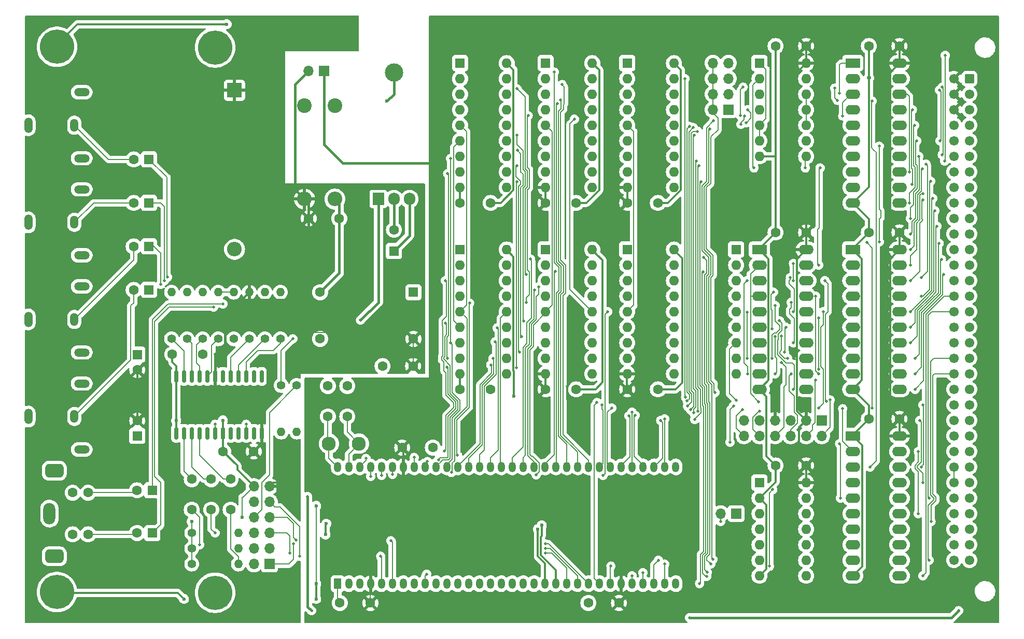
<source format=gbr>
%TF.GenerationSoftware,KiCad,Pcbnew,7.0.9-7.0.9~ubuntu22.04.1*%
%TF.CreationDate,2023-12-27T15:34:34+01:00*%
%TF.ProjectId,Z80-VDP,5a38302d-5644-4502-9e6b-696361645f70,rev?*%
%TF.SameCoordinates,Original*%
%TF.FileFunction,Copper,L1,Top*%
%TF.FilePolarity,Positive*%
%FSLAX46Y46*%
G04 Gerber Fmt 4.6, Leading zero omitted, Abs format (unit mm)*
G04 Created by KiCad (PCBNEW 7.0.9-7.0.9~ubuntu22.04.1) date 2023-12-27 15:34:34*
%MOMM*%
%LPD*%
G01*
G04 APERTURE LIST*
G04 Aperture macros list*
%AMRoundRect*
0 Rectangle with rounded corners*
0 $1 Rounding radius*
0 $2 $3 $4 $5 $6 $7 $8 $9 X,Y pos of 4 corners*
0 Add a 4 corners polygon primitive as box body*
4,1,4,$2,$3,$4,$5,$6,$7,$8,$9,$2,$3,0*
0 Add four circle primitives for the rounded corners*
1,1,$1+$1,$2,$3*
1,1,$1+$1,$4,$5*
1,1,$1+$1,$6,$7*
1,1,$1+$1,$8,$9*
0 Add four rect primitives between the rounded corners*
20,1,$1+$1,$2,$3,$4,$5,0*
20,1,$1+$1,$4,$5,$6,$7,0*
20,1,$1+$1,$6,$7,$8,$9,0*
20,1,$1+$1,$8,$9,$2,$3,0*%
G04 Aperture macros list end*
%TA.AperFunction,ComponentPad*%
%ADD10R,2.400000X1.600000*%
%TD*%
%TA.AperFunction,ComponentPad*%
%ADD11O,2.400000X1.600000*%
%TD*%
%TA.AperFunction,ComponentPad*%
%ADD12R,1.700000X1.700000*%
%TD*%
%TA.AperFunction,ComponentPad*%
%ADD13O,1.700000X1.700000*%
%TD*%
%TA.AperFunction,ComponentPad*%
%ADD14R,1.600000X1.600000*%
%TD*%
%TA.AperFunction,ComponentPad*%
%ADD15O,1.600000X1.600000*%
%TD*%
%TA.AperFunction,ComponentPad*%
%ADD16O,1.324000X2.124000*%
%TD*%
%TA.AperFunction,ComponentPad*%
%ADD17O,2.524000X1.324000*%
%TD*%
%TA.AperFunction,ComponentPad*%
%ADD18O,1.324000X2.524000*%
%TD*%
%TA.AperFunction,ComponentPad*%
%ADD19C,1.600000*%
%TD*%
%TA.AperFunction,ComponentPad*%
%ADD20C,1.400000*%
%TD*%
%TA.AperFunction,ComponentPad*%
%ADD21O,1.400000X1.400000*%
%TD*%
%TA.AperFunction,SMDPad,CuDef*%
%ADD22RoundRect,0.150000X0.150000X-0.875000X0.150000X0.875000X-0.150000X0.875000X-0.150000X-0.875000X0*%
%TD*%
%TA.AperFunction,ComponentPad*%
%ADD23R,2.400000X2.400000*%
%TD*%
%TA.AperFunction,ComponentPad*%
%ADD24O,2.400000X2.400000*%
%TD*%
%TA.AperFunction,ComponentPad*%
%ADD25C,5.600000*%
%TD*%
%TA.AperFunction,ComponentPad*%
%ADD26R,1.200000X1.700000*%
%TD*%
%TA.AperFunction,ComponentPad*%
%ADD27O,1.200000X1.700000*%
%TD*%
%TA.AperFunction,ComponentPad*%
%ADD28C,2.300000*%
%TD*%
%TA.AperFunction,ComponentPad*%
%ADD29C,2.400000*%
%TD*%
%TA.AperFunction,ComponentPad*%
%ADD30R,1.905000X2.000000*%
%TD*%
%TA.AperFunction,ComponentPad*%
%ADD31C,3.000000*%
%TD*%
%TA.AperFunction,ComponentPad*%
%ADD32O,1.905000X2.000000*%
%TD*%
%TA.AperFunction,ComponentPad*%
%ADD33RoundRect,0.550000X0.950000X-0.550000X0.950000X0.550000X-0.950000X0.550000X-0.950000X-0.550000X0*%
%TD*%
%TA.AperFunction,ComponentPad*%
%ADD34O,2.000000X3.500000*%
%TD*%
%TA.AperFunction,ComponentPad*%
%ADD35RoundRect,0.249999X-0.525001X0.525001X-0.525001X-0.525001X0.525001X-0.525001X0.525001X0.525001X0*%
%TD*%
%TA.AperFunction,ComponentPad*%
%ADD36C,1.550000*%
%TD*%
%TA.AperFunction,ViaPad*%
%ADD37C,0.500000*%
%TD*%
%TA.AperFunction,ViaPad*%
%ADD38C,0.700000*%
%TD*%
%TA.AperFunction,ViaPad*%
%ADD39C,0.600000*%
%TD*%
%TA.AperFunction,Conductor*%
%ADD40C,0.150000*%
%TD*%
%TA.AperFunction,Conductor*%
%ADD41C,0.300000*%
%TD*%
%TA.AperFunction,Conductor*%
%ADD42C,0.200000*%
%TD*%
%TA.AperFunction,Conductor*%
%ADD43C,0.152400*%
%TD*%
%TA.AperFunction,Conductor*%
%ADD44C,0.450000*%
%TD*%
G04 APERTURE END LIST*
D10*
%TO.P,U2,1,G*%
%TO.N,GND*%
X186675000Y-91445000D03*
D11*
%TO.P,U2,2,P0*%
%TO.N,/~{#IOREQ}*%
X186675000Y-93985000D03*
%TO.P,U2,3,R0*%
%TO.N,Net-(RN1-R8)*%
X186675000Y-96525000D03*
%TO.P,U2,4,P1*%
%TO.N,/~{#IOREQ}*%
X186675000Y-99065000D03*
%TO.P,U2,5,R1*%
%TO.N,Net-(RN1-R7)*%
X186675000Y-101605000D03*
%TO.P,U2,6,P2*%
%TO.N,/#A2*%
X186675000Y-104145000D03*
%TO.P,U2,7,R2*%
%TO.N,Net-(JP1-Pin_2)*%
X186675000Y-106685000D03*
%TO.P,U2,8,P3*%
%TO.N,/#A3*%
X186675000Y-109225000D03*
%TO.P,U2,9,R3*%
%TO.N,Net-(JP1-Pin_4)*%
X186675000Y-111765000D03*
%TO.P,U2,10,GND*%
%TO.N,GND*%
X186675000Y-114305000D03*
%TO.P,U2,11,P4*%
%TO.N,/#A4*%
X194295000Y-114305000D03*
%TO.P,U2,12,R4*%
%TO.N,Net-(JP1-Pin_6)*%
X194295000Y-111765000D03*
%TO.P,U2,13,P5*%
%TO.N,/#A5*%
X194295000Y-109225000D03*
%TO.P,U2,14,R5*%
%TO.N,Net-(JP1-Pin_8)*%
X194295000Y-106685000D03*
%TO.P,U2,15,P6*%
%TO.N,/#A6*%
X194295000Y-104145000D03*
%TO.P,U2,16,R6*%
%TO.N,Net-(JP1-Pin_10)*%
X194295000Y-101605000D03*
%TO.P,U2,17,P7*%
%TO.N,/#A7*%
X194295000Y-99065000D03*
%TO.P,U2,18,R7*%
%TO.N,Net-(JP1-Pin_12)*%
X194295000Y-96525000D03*
%TO.P,U2,19,P=R*%
%TO.N,Net-(U2-P=R)*%
X194295000Y-93985000D03*
%TO.P,U2,20,VCC*%
%TO.N,+5V*%
X194295000Y-91445000D03*
%TD*%
D12*
%TO.P,JP2,1,1*%
%TO.N,Net-(JP2-Pad1)*%
X182880000Y-134620000D03*
D13*
%TO.P,JP2,2,2*%
%TO.N,/~{WAIT}*%
X180340000Y-134620000D03*
%TD*%
D14*
%TO.P,U10,1,~{OE}*%
%TO.N,GND*%
X165100000Y-91440000D03*
D15*
%TO.P,U10,2,D0*%
%TO.N,/RD4*%
X165100000Y-93980000D03*
%TO.P,U10,3,D1*%
%TO.N,/RD5*%
X165100000Y-96520000D03*
%TO.P,U10,4,~{W}*%
%TO.N,/R{slash}W*%
X165100000Y-99060000D03*
%TO.P,U10,5,~{RAS}*%
%TO.N,/{slash}CAS0*%
X165100000Y-101600000D03*
%TO.P,U10,6,A6*%
%TO.N,/AD6*%
X165100000Y-104140000D03*
%TO.P,U10,7,A5*%
%TO.N,/AD5*%
X165100000Y-106680000D03*
%TO.P,U10,8,A4*%
%TO.N,/AD4*%
X165100000Y-109220000D03*
%TO.P,U10,9,VCC*%
%TO.N,+5V*%
X165100000Y-111760000D03*
%TO.P,U10,10,A7*%
%TO.N,/AD7*%
X172720000Y-111760000D03*
%TO.P,U10,11,A3*%
%TO.N,/AD3*%
X172720000Y-109220000D03*
%TO.P,U10,12,A2*%
%TO.N,/AD2*%
X172720000Y-106680000D03*
%TO.P,U10,13,A1*%
%TO.N,/AD1*%
X172720000Y-104140000D03*
%TO.P,U10,14,A0*%
%TO.N,/AD0*%
X172720000Y-101600000D03*
%TO.P,U10,15,D2*%
%TO.N,/RD6*%
X172720000Y-99060000D03*
%TO.P,U10,16,~{CAS}*%
%TO.N,/{slash}RAS*%
X172720000Y-96520000D03*
%TO.P,U10,17,D3*%
%TO.N,/RD7*%
X172720000Y-93980000D03*
%TO.P,U10,18,GND*%
%TO.N,GND*%
X172720000Y-91440000D03*
%TD*%
D16*
%TO.P,J8,1,In*%
%TO.N,/VO_GREEN*%
X74810000Y-102870000D03*
D17*
%TO.P,J8,2,Ext*%
%TO.N,GNDA*%
X76010000Y-97470000D03*
D18*
X67310000Y-102870000D03*
D17*
X76010000Y-108270000D03*
%TD*%
D19*
%TO.P,C28,1*%
%TO.N,+5V*%
X194310000Y-58166000D03*
%TO.P,C28,2*%
%TO.N,GND*%
X189310000Y-58166000D03*
%TD*%
%TO.P,C32,1*%
%TO.N,+5V*%
X209550000Y-119126000D03*
%TO.P,C32,2*%
%TO.N,GND*%
X204550000Y-119126000D03*
%TD*%
D14*
%TO.P,U9,1,~{OE}*%
%TO.N,GND*%
X165100000Y-60960000D03*
D15*
%TO.P,U9,2,D0*%
%TO.N,/RD0*%
X165100000Y-63500000D03*
%TO.P,U9,3,D1*%
%TO.N,/RD1*%
X165100000Y-66040000D03*
%TO.P,U9,4,~{W}*%
%TO.N,/R{slash}W*%
X165100000Y-68580000D03*
%TO.P,U9,5,~{RAS}*%
%TO.N,/{slash}CAS0*%
X165100000Y-71120000D03*
%TO.P,U9,6,A6*%
%TO.N,/AD6*%
X165100000Y-73660000D03*
%TO.P,U9,7,A5*%
%TO.N,/AD5*%
X165100000Y-76200000D03*
%TO.P,U9,8,A4*%
%TO.N,/AD4*%
X165100000Y-78740000D03*
%TO.P,U9,9,VCC*%
%TO.N,+5V*%
X165100000Y-81280000D03*
%TO.P,U9,10,A7*%
%TO.N,/AD7*%
X172720000Y-81280000D03*
%TO.P,U9,11,A3*%
%TO.N,/AD3*%
X172720000Y-78740000D03*
%TO.P,U9,12,A2*%
%TO.N,/AD2*%
X172720000Y-76200000D03*
%TO.P,U9,13,A1*%
%TO.N,/AD1*%
X172720000Y-73660000D03*
%TO.P,U9,14,A0*%
%TO.N,/AD0*%
X172720000Y-71120000D03*
%TO.P,U9,15,D2*%
%TO.N,/RD2*%
X172720000Y-68580000D03*
%TO.P,U9,16,~{CAS}*%
%TO.N,/{slash}RAS*%
X172720000Y-66040000D03*
%TO.P,U9,17,D3*%
%TO.N,/RD3*%
X172720000Y-63500000D03*
%TO.P,U9,18,GND*%
%TO.N,GND*%
X172720000Y-60960000D03*
%TD*%
D19*
%TO.P,C31,1*%
%TO.N,+5V*%
X209550000Y-88646000D03*
%TO.P,C31,2*%
%TO.N,GND*%
X204550000Y-88646000D03*
%TD*%
D20*
%TO.P,R1,1*%
%TO.N,GNDA*%
X93980000Y-137795000D03*
D21*
%TO.P,R1,2*%
%TO.N,Net-(J2-Pin_6)*%
X101600000Y-137795000D03*
%TD*%
D19*
%TO.P,C29,1*%
%TO.N,+5V*%
X194310000Y-88646000D03*
%TO.P,C29,2*%
%TO.N,GND*%
X189310000Y-88646000D03*
%TD*%
D14*
%TO.P,C14,1*%
%TO.N,GNDA*%
X85090000Y-108625000D03*
D19*
%TO.P,C14,2*%
%TO.N,+5VA*%
X85090000Y-111125000D03*
%TD*%
D14*
%TO.P,C13,1*%
%TO.N,GNDA*%
X85090000Y-121920000D03*
D19*
%TO.P,C13,2*%
%TO.N,+5VA*%
X85090000Y-119420000D03*
%TD*%
D20*
%TO.P,R7,1*%
%TO.N,Net-(U11-GOUT)*%
X93218000Y-106045000D03*
D21*
%TO.P,R7,2*%
%TO.N,Net-(C20-Pad1)*%
X93218000Y-98425000D03*
%TD*%
D22*
%TO.P,U11,1,GND1*%
%TO.N,GNDA*%
X91440000Y-121490000D03*
%TO.P,U11,2,RIN*%
%TO.N,Net-(U11-RIN)*%
X92710000Y-121490000D03*
%TO.P,U11,3,GIN*%
%TO.N,Net-(U11-GIN)*%
X93980000Y-121490000D03*
%TO.P,U11,4,BIN*%
%TO.N,Net-(U11-BIN)*%
X95250000Y-121490000D03*
%TO.P,U11,5*%
%TO.N,N/C*%
X96520000Y-121490000D03*
%TO.P,U11,6,SCIN*%
%TO.N,Net-(U11-SCIN)*%
X97790000Y-121490000D03*
%TO.P,U11,7,NPIN*%
%TO.N,GNDA*%
X99060000Y-121490000D03*
%TO.P,U11,8,BFOUT*%
%TO.N,unconnected-(U11-BFOUT-Pad8)*%
X100330000Y-121490000D03*
%TO.P,U11,9*%
%TO.N,N/C*%
X101600000Y-121490000D03*
%TO.P,U11,10,SYNCIN*%
%TO.N,Net-(U11-SYNCIN)*%
X102870000Y-121490000D03*
%TO.P,U11,11*%
%TO.N,N/C*%
X104140000Y-121490000D03*
%TO.P,U11,12,VCC1*%
%TO.N,+5VA*%
X105410000Y-121490000D03*
%TO.P,U11,13*%
%TO.N,N/C*%
X105410000Y-112190000D03*
%TO.P,U11,14*%
X104140000Y-112190000D03*
%TO.P,U11,15,COUT*%
%TO.N,Net-(U11-COUT)*%
X102870000Y-112190000D03*
%TO.P,U11,16,YOUT*%
%TO.N,Net-(U11-YOUT)*%
X101600000Y-112190000D03*
%TO.P,U11,17,YTRAP*%
%TO.N,Net-(U11-YTRAP)*%
X100330000Y-112190000D03*
%TO.P,U11,18*%
%TO.N,N/C*%
X99060000Y-112190000D03*
%TO.P,U11,19,VCC2*%
%TO.N,+5VA*%
X97790000Y-112190000D03*
%TO.P,U11,20,CVOUT*%
%TO.N,Net-(U11-CVOUT)*%
X96520000Y-112190000D03*
%TO.P,U11,21,BOUT*%
%TO.N,Net-(U11-BOUT)*%
X95250000Y-112190000D03*
%TO.P,U11,22,GOUT*%
%TO.N,Net-(U11-GOUT)*%
X93980000Y-112190000D03*
%TO.P,U11,23,ROUT*%
%TO.N,Net-(U11-ROUT)*%
X92710000Y-112190000D03*
%TO.P,U11,24,GND2*%
%TO.N,GNDA*%
X91440000Y-112190000D03*
%TD*%
D14*
%TO.P,U6,1*%
%TO.N,/~{#WAIT}*%
X186690000Y-129540000D03*
D15*
%TO.P,U6,2*%
%TO.N,GND*%
X186690000Y-132080000D03*
%TO.P,U6,3*%
%TO.N,Net-(JP2-Pad1)*%
X186690000Y-134620000D03*
%TO.P,U6,4*%
%TO.N,GND*%
X186690000Y-137160000D03*
%TO.P,U6,5*%
X186690000Y-139700000D03*
%TO.P,U6,6*%
%TO.N,unconnected-(U6-Pad6)*%
X186690000Y-142240000D03*
%TO.P,U6,7,GND*%
%TO.N,GND*%
X186690000Y-144780000D03*
%TO.P,U6,8*%
%TO.N,unconnected-(U6-Pad8)*%
X194310000Y-144780000D03*
%TO.P,U6,9*%
%TO.N,GND*%
X194310000Y-142240000D03*
%TO.P,U6,10*%
X194310000Y-139700000D03*
%TO.P,U6,11*%
%TO.N,unconnected-(U6-Pad11)*%
X194310000Y-137160000D03*
%TO.P,U6,12*%
%TO.N,GND*%
X194310000Y-134620000D03*
%TO.P,U6,13*%
X194310000Y-132080000D03*
%TO.P,U6,14,VCC*%
%TO.N,+5V*%
X194310000Y-129540000D03*
%TD*%
D23*
%TO.P,C34,1*%
%TO.N,+5VA*%
X100965000Y-65405000D03*
D24*
%TO.P,C34,2*%
%TO.N,GNDA*%
X100965000Y-91405000D03*
%TD*%
D25*
%TO.P,,1,1*%
%TO.N,GND*%
X97790000Y-147574000D03*
%TD*%
D26*
%TO.P,U8,1,GND*%
%TO.N,GND*%
X117825000Y-146075400D03*
D27*
%TO.P,U8,2*%
%TO.N,N/C*%
X119605000Y-146075400D03*
%TO.P,U8,3*%
X121385000Y-146075400D03*
%TO.P,U8,4,VRESET*%
%TO.N,+5V*%
X123165000Y-146075400D03*
%TO.P,U8,5,HSYNC*%
%TO.N,/HSYNC*%
X124945000Y-146075400D03*
%TO.P,U8,6,CSYNC*%
%TO.N,/CSYNC*%
X126725000Y-146075400D03*
%TO.P,U8,7*%
%TO.N,N/C*%
X128505000Y-146075400D03*
%TO.P,U8,8,CPUCLK/VDS*%
%TO.N,unconnected-(U8-CPUCLK{slash}VDS-Pad8)*%
X130285000Y-146075400D03*
%TO.P,U8,9,/RESET*%
%TO.N,/~{#RESET}*%
X132065000Y-146075400D03*
%TO.P,U8,10*%
%TO.N,N/C*%
X133845000Y-146075400D03*
%TO.P,U8,11*%
X135625000Y-146075400D03*
%TO.P,U8,12*%
X137405000Y-146075400D03*
%TO.P,U8,13*%
X139185000Y-146075400D03*
%TO.P,U8,14*%
X140965000Y-146075400D03*
%TO.P,U8,15*%
X142745000Y-146075400D03*
%TO.P,U8,16*%
X144525000Y-146075400D03*
%TO.P,U8,17*%
X146305000Y-146075400D03*
%TO.P,U8,18*%
X148085000Y-146075400D03*
%TO.P,U8,19*%
X149865000Y-146075400D03*
%TO.P,U8,20,GND/DAC*%
%TO.N,GNDA*%
X151645000Y-146075400D03*
%TO.P,U8,21,VCC/DAC*%
%TO.N,+5VA*%
X153425000Y-146075400D03*
%TO.P,U8,22,G*%
%TO.N,/RGB_G*%
X155205000Y-146075400D03*
%TO.P,U8,23,R*%
%TO.N,/RGB_R*%
X156985000Y-146075400D03*
%TO.P,U8,24,B*%
%TO.N,/RGB_B*%
X158765000Y-146075400D03*
%TO.P,U8,25,/INT*%
%TO.N,/~{IRQ_OUT}*%
X160545000Y-146075400D03*
%TO.P,U8,26,/WAIT*%
%TO.N,/~{#WAIT}*%
X162325000Y-146075400D03*
%TO.P,U8,27,/HRESET*%
%TO.N,+5V*%
X164105000Y-146075400D03*
%TO.P,U8,28,MODE1*%
%TO.N,/#A1*%
X165885000Y-146075400D03*
%TO.P,U8,29,MODE0*%
%TO.N,/#A0*%
X167665000Y-146075400D03*
%TO.P,U8,30,/CSW*%
%TO.N,/~{VDP_WR}*%
X169445000Y-146075400D03*
%TO.P,U8,31,/CSR*%
%TO.N,/~{VDP_RD}*%
X171225000Y-146075400D03*
%TO.P,U8,32,D7*%
%TO.N,/#D7*%
X173005000Y-146075400D03*
%TO.P,U8,33,VBB*%
%TO.N,unconnected-(U8-VBB-Pad33)*%
X173005000Y-126974600D03*
%TO.P,U8,34,D6*%
%TO.N,/#D6*%
X171225000Y-126974600D03*
%TO.P,U8,35,D5*%
%TO.N,/#D5*%
X169445000Y-126974600D03*
%TO.P,U8,36,D4*%
%TO.N,/#D4*%
X167665000Y-126974600D03*
%TO.P,U8,37,D3*%
%TO.N,/#D3*%
X165885000Y-126974600D03*
%TO.P,U8,38,D2*%
%TO.N,/#D2*%
X164105000Y-126974600D03*
%TO.P,U8,39,D1*%
%TO.N,/#D1*%
X162325000Y-126974600D03*
%TO.P,U8,40,D0*%
%TO.N,/#D0*%
X160545000Y-126974600D03*
%TO.P,U8,41,RD0*%
%TO.N,/RD0*%
X158765000Y-126974600D03*
%TO.P,U8,42,RD1*%
%TO.N,/RD1*%
X156985000Y-126974600D03*
%TO.P,U8,43,RD2*%
%TO.N,/RD2*%
X155205000Y-126974600D03*
%TO.P,U8,44,RD3*%
%TO.N,/RD3*%
X153425000Y-126974600D03*
%TO.P,U8,45,RD4*%
%TO.N,/RD4*%
X151645000Y-126974600D03*
%TO.P,U8,46,RD5*%
%TO.N,/RD5*%
X149865000Y-126974600D03*
%TO.P,U8,47,RD6*%
%TO.N,/RD6*%
X148085000Y-126974600D03*
%TO.P,U8,48,RD7*%
%TO.N,/RD7*%
X146305000Y-126974600D03*
%TO.P,U8,49,AD0*%
%TO.N,/AD0*%
X144525000Y-126974600D03*
%TO.P,U8,50,AD1*%
%TO.N,/AD1*%
X142745000Y-126974600D03*
%TO.P,U8,51,AD2*%
%TO.N,/AD2*%
X140965000Y-126974600D03*
%TO.P,U8,52,AD3*%
%TO.N,/AD3*%
X139185000Y-126974600D03*
%TO.P,U8,53,AD4*%
%TO.N,/AD4*%
X137405000Y-126974600D03*
%TO.P,U8,54,AD5*%
%TO.N,/AD5*%
X135625000Y-126974600D03*
%TO.P,U8,55,AD6*%
%TO.N,/AD6*%
X133845000Y-126974600D03*
%TO.P,U8,56,AD7*%
%TO.N,/AD7*%
X132065000Y-126974600D03*
%TO.P,U8,57,R/W*%
%TO.N,/R{slash}W*%
X130285000Y-126974600D03*
%TO.P,U8,58,VCC*%
%TO.N,+5V*%
X128505000Y-126974600D03*
%TO.P,U8,59,/CAS_X*%
%TO.N,/{slash}CASX*%
X126725000Y-126974600D03*
%TO.P,U8,60,/CAS1*%
%TO.N,/{slash}CAS1*%
X124945000Y-126974600D03*
%TO.P,U8,61,/CAS0*%
%TO.N,/{slash}CAS0*%
X123165000Y-126974600D03*
%TO.P,U8,62,/RAS*%
%TO.N,/{slash}RAS*%
X121385000Y-126974600D03*
%TO.P,U8,63,XTAL1*%
%TO.N,Net-(U8-XTAL1)*%
X119605000Y-126974600D03*
%TO.P,U8,64,XTAL2*%
%TO.N,Net-(U8-XTAL2)*%
X117825000Y-126974600D03*
%TD*%
D14*
%TO.P,RN1,1,common*%
%TO.N,GND*%
X182880000Y-91440000D03*
D15*
%TO.P,RN1,2,R1*%
%TO.N,Net-(JP1-Pin_12)*%
X182880000Y-93980000D03*
%TO.P,RN1,3,R2*%
%TO.N,Net-(JP1-Pin_10)*%
X182880000Y-96520000D03*
%TO.P,RN1,4,R3*%
%TO.N,Net-(JP1-Pin_8)*%
X182880000Y-99060000D03*
%TO.P,RN1,5,R4*%
%TO.N,Net-(JP1-Pin_6)*%
X182880000Y-101600000D03*
%TO.P,RN1,6,R5*%
%TO.N,Net-(JP1-Pin_4)*%
X182880000Y-104140000D03*
%TO.P,RN1,7,R6*%
%TO.N,Net-(JP1-Pin_2)*%
X182880000Y-106680000D03*
%TO.P,RN1,8,R7*%
%TO.N,Net-(RN1-R7)*%
X182880000Y-109220000D03*
%TO.P,RN1,9,R8*%
%TO.N,Net-(RN1-R8)*%
X182880000Y-111760000D03*
%TD*%
D19*
%TO.P,C12,1*%
%TO.N,+5VA*%
X95805000Y-108585000D03*
%TO.P,C12,2*%
%TO.N,GNDA*%
X90805000Y-108585000D03*
%TD*%
D14*
%TO.P,C19,1*%
%TO.N,Net-(C19-Pad1)*%
X87542380Y-137795000D03*
D19*
%TO.P,C19,2*%
%TO.N,Net-(C19-Pad2)*%
X85042380Y-137795000D03*
%TD*%
%TO.P,C9,1*%
%TO.N,Net-(J2-Pin_6)*%
X97155000Y-133985000D03*
%TO.P,C9,2*%
%TO.N,Net-(U11-GIN)*%
X97155000Y-128985000D03*
%TD*%
D16*
%TO.P,J9,1,In*%
%TO.N,/VO_BLUE*%
X74810000Y-86995000D03*
D17*
%TO.P,J9,2,Ext*%
%TO.N,GNDA*%
X76010000Y-81595000D03*
D18*
X67310000Y-86995000D03*
D17*
X76010000Y-92395000D03*
%TD*%
D20*
%TO.P,R8,1*%
%TO.N,Net-(U11-BOUT)*%
X95758000Y-106045000D03*
D21*
%TO.P,R8,2*%
%TO.N,Net-(C21-Pad1)*%
X95758000Y-98425000D03*
%TD*%
D19*
%TO.P,C10,1*%
%TO.N,Net-(J2-Pin_4)*%
X93980000Y-133985000D03*
%TO.P,C10,2*%
%TO.N,Net-(U11-RIN)*%
X93980000Y-128985000D03*
%TD*%
%TO.P,C25,1*%
%TO.N,+5V*%
X165100000Y-114300000D03*
%TO.P,C25,2*%
%TO.N,GND*%
X170100000Y-114300000D03*
%TD*%
D20*
%TO.P,R12,1*%
%TO.N,Net-(U11-COUT)*%
X108458000Y-106045000D03*
D21*
%TO.P,R12,2*%
%TO.N,Net-(C17-Pad1)*%
X108458000Y-98425000D03*
%TD*%
D28*
%TO.P,Y1,1,1*%
%TO.N,Net-(U8-XTAL1)*%
X121285000Y-123190000D03*
%TO.P,Y1,2,2*%
%TO.N,Net-(U8-XTAL2)*%
X116385000Y-123190000D03*
%TD*%
D20*
%TO.P,R2,1*%
%TO.N,GNDA*%
X93980000Y-140335000D03*
D21*
%TO.P,R2,2*%
%TO.N,Net-(J2-Pin_4)*%
X101600000Y-140335000D03*
%TD*%
D14*
%TO.P,C24,1*%
%TO.N,Net-(C24-Pad1)*%
X86995000Y-76708000D03*
D19*
%TO.P,C24,2*%
%TO.N,/VO_COM*%
X84495000Y-76708000D03*
%TD*%
D14*
%TO.P,C18,1*%
%TO.N,Net-(C18-Pad1)*%
X86995000Y-98044000D03*
D19*
%TO.P,C18,2*%
%TO.N,/VO_RED*%
X84495000Y-98044000D03*
%TD*%
D20*
%TO.P,R10,1*%
%TO.N,Net-(U11-YTRAP)*%
X103378000Y-106045000D03*
D21*
%TO.P,R10,2*%
%TO.N,+5VA*%
X103378000Y-98425000D03*
%TD*%
D19*
%TO.P,C2,1*%
%TO.N,+5VA*%
X113070000Y-86360000D03*
%TO.P,C2,2*%
%TO.N,GNDA*%
X118070000Y-86360000D03*
%TD*%
D10*
%TO.P,U3,1,A->B*%
%TO.N,BUSDIR*%
X201930000Y-60960000D03*
D11*
%TO.P,U3,2,A0*%
%TO.N,/#D0*%
X201930000Y-63500000D03*
%TO.P,U3,3,A1*%
%TO.N,/#D1*%
X201930000Y-66040000D03*
%TO.P,U3,4,A2*%
%TO.N,/#D2*%
X201930000Y-68580000D03*
%TO.P,U3,5,A3*%
%TO.N,/#D3*%
X201930000Y-71120000D03*
%TO.P,U3,6,A4*%
%TO.N,/#D4*%
X201930000Y-73660000D03*
%TO.P,U3,7,A5*%
%TO.N,/#D5*%
X201930000Y-76200000D03*
%TO.P,U3,8,A6*%
%TO.N,/#D6*%
X201930000Y-78740000D03*
%TO.P,U3,9,A7*%
%TO.N,/#D7*%
X201930000Y-81280000D03*
%TO.P,U3,10,GND*%
%TO.N,GND*%
X201930000Y-83820000D03*
%TO.P,U3,11,B7*%
%TO.N,/D7*%
X209550000Y-83820000D03*
%TO.P,U3,12,B6*%
%TO.N,/D6*%
X209550000Y-81280000D03*
%TO.P,U3,13,B5*%
%TO.N,/D5*%
X209550000Y-78740000D03*
%TO.P,U3,14,B4*%
%TO.N,/D4*%
X209550000Y-76200000D03*
%TO.P,U3,15,B3*%
%TO.N,/D3*%
X209550000Y-73660000D03*
%TO.P,U3,16,B2*%
%TO.N,/D2*%
X209550000Y-71120000D03*
%TO.P,U3,17,B1*%
%TO.N,/D1*%
X209550000Y-68580000D03*
%TO.P,U3,18,B0*%
%TO.N,/D0*%
X209550000Y-66040000D03*
%TO.P,U3,19,CE*%
%TO.N,GND*%
X209550000Y-63500000D03*
%TO.P,U3,20,VCC*%
%TO.N,+5V*%
X209550000Y-60960000D03*
%TD*%
D19*
%TO.P,C11,1*%
%TO.N,+5VA*%
X104100000Y-124460000D03*
%TO.P,C11,2*%
%TO.N,GNDA*%
X99100000Y-124460000D03*
%TD*%
%TO.P,C6,1*%
%TO.N,GND*%
X116205000Y-113745000D03*
%TO.P,C6,2*%
%TO.N,Net-(U8-XTAL2)*%
X116205000Y-118745000D03*
%TD*%
D20*
%TO.P,R9,1*%
%TO.N,Net-(U11-CVOUT)*%
X98298000Y-106045000D03*
D21*
%TO.P,R9,2*%
%TO.N,Net-(C24-Pad1)*%
X98298000Y-98425000D03*
%TD*%
D10*
%TO.P,U4,1,A->B*%
%TO.N,GND*%
X201915000Y-91440000D03*
D11*
%TO.P,U4,2,A0*%
%TO.N,/#A0*%
X201915000Y-93980000D03*
%TO.P,U4,3,A1*%
%TO.N,/#A1*%
X201915000Y-96520000D03*
%TO.P,U4,4,A2*%
%TO.N,/#A2*%
X201915000Y-99060000D03*
%TO.P,U4,5,A3*%
%TO.N,/#A3*%
X201915000Y-101600000D03*
%TO.P,U4,6,A4*%
%TO.N,/#A4*%
X201915000Y-104140000D03*
%TO.P,U4,7,A5*%
%TO.N,/#A5*%
X201915000Y-106680000D03*
%TO.P,U4,8,A6*%
%TO.N,/#A6*%
X201915000Y-109220000D03*
%TO.P,U4,9,A7*%
%TO.N,/#A7*%
X201915000Y-111760000D03*
%TO.P,U4,10,GND*%
%TO.N,GND*%
X201915000Y-114300000D03*
%TO.P,U4,11,B7*%
%TO.N,/A7*%
X209535000Y-114300000D03*
%TO.P,U4,12,B6*%
%TO.N,/A6*%
X209535000Y-111760000D03*
%TO.P,U4,13,B5*%
%TO.N,/A5*%
X209535000Y-109220000D03*
%TO.P,U4,14,B4*%
%TO.N,/A4*%
X209535000Y-106680000D03*
%TO.P,U4,15,B3*%
%TO.N,/A3*%
X209535000Y-104140000D03*
%TO.P,U4,16,B2*%
%TO.N,/A2*%
X209535000Y-101600000D03*
%TO.P,U4,17,B1*%
%TO.N,/A1*%
X209535000Y-99060000D03*
%TO.P,U4,18,B0*%
%TO.N,/A0*%
X209535000Y-96520000D03*
%TO.P,U4,19,CE*%
%TO.N,GND*%
X209535000Y-93980000D03*
%TO.P,U4,20,VCC*%
%TO.N,+5V*%
X209535000Y-91440000D03*
%TD*%
D19*
%TO.P,C22,1*%
%TO.N,+5V*%
X151765000Y-83820000D03*
%TO.P,C22,2*%
%TO.N,GND*%
X156765000Y-83820000D03*
%TD*%
D29*
%TO.P,FB2,1*%
%TO.N,Net-(U1-OUT)*%
X112395000Y-67945000D03*
D24*
%TO.P,FB2,2*%
%TO.N,+5VA*%
X112395000Y-83185000D03*
%TD*%
D20*
%TO.P,R11,1*%
%TO.N,Net-(U11-YOUT)*%
X105918000Y-106045000D03*
D21*
%TO.P,R11,2*%
%TO.N,Net-(C19-Pad1)*%
X105918000Y-98425000D03*
%TD*%
D14*
%TO.P,U13,1,~{OE}*%
%TO.N,GND*%
X151765000Y-91440000D03*
D15*
%TO.P,U13,2,D0*%
%TO.N,/RD4*%
X151765000Y-93980000D03*
%TO.P,U13,3,D1*%
%TO.N,/RD5*%
X151765000Y-96520000D03*
%TO.P,U13,4,~{W}*%
%TO.N,/R{slash}W*%
X151765000Y-99060000D03*
%TO.P,U13,5,~{RAS}*%
%TO.N,/{slash}CAS1*%
X151765000Y-101600000D03*
%TO.P,U13,6,A6*%
%TO.N,/AD6*%
X151765000Y-104140000D03*
%TO.P,U13,7,A5*%
%TO.N,/AD5*%
X151765000Y-106680000D03*
%TO.P,U13,8,A4*%
%TO.N,/AD4*%
X151765000Y-109220000D03*
%TO.P,U13,9,VCC*%
%TO.N,+5V*%
X151765000Y-111760000D03*
%TO.P,U13,10,A7*%
%TO.N,/AD7*%
X159385000Y-111760000D03*
%TO.P,U13,11,A3*%
%TO.N,/AD3*%
X159385000Y-109220000D03*
%TO.P,U13,12,A2*%
%TO.N,/AD2*%
X159385000Y-106680000D03*
%TO.P,U13,13,A1*%
%TO.N,/AD1*%
X159385000Y-104140000D03*
%TO.P,U13,14,A0*%
%TO.N,/AD0*%
X159385000Y-101600000D03*
%TO.P,U13,15,D2*%
%TO.N,/RD6*%
X159385000Y-99060000D03*
%TO.P,U13,16,~{CAS}*%
%TO.N,/{slash}RAS*%
X159385000Y-96520000D03*
%TO.P,U13,17,D3*%
%TO.N,/RD7*%
X159385000Y-93980000D03*
%TO.P,U13,18,GND*%
%TO.N,GND*%
X159385000Y-91440000D03*
%TD*%
D19*
%TO.P,C27,1*%
%TO.N,+5V*%
X194310000Y-126746000D03*
%TO.P,C27,2*%
%TO.N,GND*%
X189310000Y-126746000D03*
%TD*%
D14*
%TO.P,U15,1,~{OE}*%
%TO.N,GND*%
X137795000Y-91440000D03*
D15*
%TO.P,U15,2,D0*%
%TO.N,/RD4*%
X137795000Y-93980000D03*
%TO.P,U15,3,D1*%
%TO.N,/RD5*%
X137795000Y-96520000D03*
%TO.P,U15,4,~{W}*%
%TO.N,/R{slash}W*%
X137795000Y-99060000D03*
%TO.P,U15,5,~{RAS}*%
%TO.N,/{slash}CASX*%
X137795000Y-101600000D03*
%TO.P,U15,6,A6*%
%TO.N,/AD6*%
X137795000Y-104140000D03*
%TO.P,U15,7,A5*%
%TO.N,/AD5*%
X137795000Y-106680000D03*
%TO.P,U15,8,A4*%
%TO.N,/AD4*%
X137795000Y-109220000D03*
%TO.P,U15,9,VCC*%
%TO.N,+5V*%
X137795000Y-111760000D03*
%TO.P,U15,10,A7*%
%TO.N,/AD7*%
X145415000Y-111760000D03*
%TO.P,U15,11,A3*%
%TO.N,/AD3*%
X145415000Y-109220000D03*
%TO.P,U15,12,A2*%
%TO.N,/AD2*%
X145415000Y-106680000D03*
%TO.P,U15,13,A1*%
%TO.N,/AD1*%
X145415000Y-104140000D03*
%TO.P,U15,14,A0*%
%TO.N,/AD0*%
X145415000Y-101600000D03*
%TO.P,U15,15,D2*%
%TO.N,/RD6*%
X145415000Y-99060000D03*
%TO.P,U15,16,~{CAS}*%
%TO.N,/{slash}RAS*%
X145415000Y-96520000D03*
%TO.P,U15,17,D3*%
%TO.N,/RD7*%
X145415000Y-93980000D03*
%TO.P,U15,18,GND*%
%TO.N,GND*%
X145415000Y-91440000D03*
%TD*%
D30*
%TO.P,U1,1,IN*%
%TO.N,+12V*%
X124460000Y-83185000D03*
D31*
%TO.P,U1,2,GND*%
%TO.N,GND*%
X127000000Y-62525000D03*
D32*
X127000000Y-83185000D03*
%TO.P,U1,3,OUT*%
%TO.N,Net-(U1-OUT)*%
X129540000Y-83185000D03*
%TD*%
D14*
%TO.P,U7,1*%
%TO.N,Net-(U7-Pad1)*%
X186690000Y-60960000D03*
D15*
%TO.P,U7,2*%
%TO.N,Net-(U2-P=R)*%
X186690000Y-63500000D03*
%TO.P,U7,3*%
%TO.N,/~{#WR}*%
X186690000Y-66040000D03*
%TO.P,U7,4*%
%TO.N,/~{VDP_WR}*%
X186690000Y-68580000D03*
%TO.P,U7,5*%
%TO.N,Net-(U7-Pad1)*%
X186690000Y-71120000D03*
%TO.P,U7,6*%
X186690000Y-73660000D03*
%TO.P,U7,7,GND*%
%TO.N,GND*%
X186690000Y-76200000D03*
%TO.P,U7,8*%
%TO.N,Net-(U2-P=R)*%
X194310000Y-76200000D03*
%TO.P,U7,9*%
%TO.N,/~{#RD}*%
X194310000Y-73660000D03*
%TO.P,U7,10*%
%TO.N,BUSDIR*%
X194310000Y-71120000D03*
%TO.P,U7,11*%
X194310000Y-68580000D03*
%TO.P,U7,12*%
X194310000Y-66040000D03*
%TO.P,U7,13*%
%TO.N,/~{VDP_RD}*%
X194310000Y-63500000D03*
%TO.P,U7,14,VCC*%
%TO.N,+5V*%
X194310000Y-60960000D03*
%TD*%
D14*
%TO.P,C1,1*%
%TO.N,Net-(U1-OUT)*%
X127000000Y-91695651D03*
D19*
%TO.P,C1,2*%
%TO.N,GND*%
X127000000Y-88195651D03*
%TD*%
%TO.P,C3,1*%
%TO.N,+5V*%
X123150000Y-149225000D03*
%TO.P,C3,2*%
%TO.N,GND*%
X118150000Y-149225000D03*
%TD*%
%TO.P,J4,1*%
%TO.N,GNDA*%
X74540000Y-138005000D03*
%TO.P,J4,2*%
X74540000Y-131205000D03*
%TO.P,J4,3*%
%TO.N,Net-(C19-Pad2)*%
X77040000Y-138005000D03*
%TO.P,J4,4*%
%TO.N,Net-(C17-Pad2)*%
X77040000Y-131205000D03*
D33*
%TO.P,J4,G*%
%TO.N,GNDA*%
X71540000Y-141605000D03*
D34*
X70745000Y-134620000D03*
D33*
X71540000Y-127605000D03*
%TD*%
D20*
%TO.P,R3,1*%
%TO.N,GNDA*%
X93980000Y-142875000D03*
D21*
%TO.P,R3,2*%
%TO.N,Net-(J2-Pin_2)*%
X101600000Y-142875000D03*
%TD*%
D19*
%TO.P,C16,1*%
%TO.N,+5V*%
X137795000Y-83820000D03*
%TO.P,C16,2*%
%TO.N,GND*%
X142795000Y-83820000D03*
%TD*%
D12*
%TO.P,JP3,1,1*%
%TO.N,+5V*%
X115575000Y-62230000D03*
D13*
%TO.P,JP3,2,2*%
%TO.N,+5VA*%
X113035000Y-62230000D03*
%TD*%
D20*
%TO.P,R13,1*%
%TO.N,GNDA*%
X100838000Y-106045000D03*
D21*
%TO.P,R13,2*%
%TO.N,Net-(C24-Pad1)*%
X100838000Y-98425000D03*
%TD*%
D29*
%TO.P,FB1,1*%
%TO.N,GND*%
X117348000Y-67945000D03*
D24*
%TO.P,FB1,2*%
%TO.N,GNDA*%
X117348000Y-83185000D03*
%TD*%
D16*
%TO.P,J7,1,In*%
%TO.N,/VO_RED*%
X74810000Y-118745000D03*
D17*
%TO.P,J7,2,Ext*%
%TO.N,GNDA*%
X76010000Y-113345000D03*
D18*
X67310000Y-118745000D03*
D17*
X76010000Y-124145000D03*
%TD*%
D14*
%TO.P,U12,1,~{OE}*%
%TO.N,GND*%
X151765000Y-60960000D03*
D15*
%TO.P,U12,2,D0*%
%TO.N,/RD0*%
X151765000Y-63500000D03*
%TO.P,U12,3,D1*%
%TO.N,/RD1*%
X151765000Y-66040000D03*
%TO.P,U12,4,~{W}*%
%TO.N,/R{slash}W*%
X151765000Y-68580000D03*
%TO.P,U12,5,~{RAS}*%
%TO.N,/{slash}CAS1*%
X151765000Y-71120000D03*
%TO.P,U12,6,A6*%
%TO.N,/AD6*%
X151765000Y-73660000D03*
%TO.P,U12,7,A5*%
%TO.N,/AD5*%
X151765000Y-76200000D03*
%TO.P,U12,8,A4*%
%TO.N,/AD4*%
X151765000Y-78740000D03*
%TO.P,U12,9,VCC*%
%TO.N,+5V*%
X151765000Y-81280000D03*
%TO.P,U12,10,A7*%
%TO.N,/AD7*%
X159385000Y-81280000D03*
%TO.P,U12,11,A3*%
%TO.N,/AD3*%
X159385000Y-78740000D03*
%TO.P,U12,12,A2*%
%TO.N,/AD2*%
X159385000Y-76200000D03*
%TO.P,U12,13,A1*%
%TO.N,/AD1*%
X159385000Y-73660000D03*
%TO.P,U12,14,A0*%
%TO.N,/AD0*%
X159385000Y-71120000D03*
%TO.P,U12,15,D2*%
%TO.N,/RD2*%
X159385000Y-68580000D03*
%TO.P,U12,16,~{CAS}*%
%TO.N,/{slash}RAS*%
X159385000Y-66040000D03*
%TO.P,U12,17,D3*%
%TO.N,/RD3*%
X159385000Y-63500000D03*
%TO.P,U12,18,GND*%
%TO.N,GND*%
X159385000Y-60960000D03*
%TD*%
D19*
%TO.P,C15,1*%
%TO.N,+5V*%
X165100000Y-83820000D03*
%TO.P,C15,2*%
%TO.N,GND*%
X170100000Y-83820000D03*
%TD*%
D14*
%TO.P,C20,1*%
%TO.N,Net-(C20-Pad1)*%
X86995000Y-90932000D03*
D19*
%TO.P,C20,2*%
%TO.N,/VO_GREEN*%
X84495000Y-90932000D03*
%TD*%
%TO.P,C5,1*%
%TO.N,Net-(U8-XTAL1)*%
X119380000Y-118745000D03*
%TO.P,C5,2*%
%TO.N,GND*%
X119380000Y-113745000D03*
%TD*%
D20*
%TO.P,R4,1*%
%TO.N,Net-(X1-OUT)*%
X108585000Y-113665000D03*
D21*
%TO.P,R4,2*%
%TO.N,Net-(U11-SCIN)*%
X108585000Y-121285000D03*
%TD*%
D20*
%TO.P,R5,1*%
%TO.N,Net-(J2-Pin_8)*%
X111125000Y-113665000D03*
D21*
%TO.P,R5,2*%
%TO.N,Net-(U11-SYNCIN)*%
X111125000Y-121285000D03*
%TD*%
D10*
%TO.P,U5,1,A->B*%
%TO.N,GND*%
X201930000Y-121920000D03*
D11*
%TO.P,U5,2,A0*%
%TO.N,/~{#RD}*%
X201930000Y-124460000D03*
%TO.P,U5,3,A1*%
%TO.N,/~{#WR}*%
X201930000Y-127000000D03*
%TO.P,U5,4,A2*%
%TO.N,/#CLK_CPU*%
X201930000Y-129540000D03*
%TO.P,U5,5,A3*%
%TO.N,/~{#IOREQ}*%
X201930000Y-132080000D03*
%TO.P,U5,6,A4*%
%TO.N,unconnected-(U5-A4-Pad6)*%
X201930000Y-134620000D03*
%TO.P,U5,7,A5*%
%TO.N,unconnected-(U5-A5-Pad7)*%
X201930000Y-137160000D03*
%TO.P,U5,8,A6*%
%TO.N,/~{#M1}*%
X201930000Y-139700000D03*
%TO.P,U5,9,A7*%
%TO.N,/~{#RESET}*%
X201930000Y-142240000D03*
%TO.P,U5,10,GND*%
%TO.N,GND*%
X201930000Y-144780000D03*
%TO.P,U5,11,B7*%
%TO.N,/~{RESET}*%
X209550000Y-144780000D03*
%TO.P,U5,12,B6*%
%TO.N,/~{M1}*%
X209550000Y-142240000D03*
%TO.P,U5,13,B5*%
%TO.N,GND*%
X209550000Y-139700000D03*
%TO.P,U5,14,B4*%
X209550000Y-137160000D03*
%TO.P,U5,15,B3*%
%TO.N,/~{IOREQ}*%
X209550000Y-134620000D03*
%TO.P,U5,16,B2*%
%TO.N,/CLK_CPU*%
X209550000Y-132080000D03*
%TO.P,U5,17,B1*%
%TO.N,/~{WR}*%
X209550000Y-129540000D03*
%TO.P,U5,18,B0*%
%TO.N,/~{RD}*%
X209550000Y-127000000D03*
%TO.P,U5,19,CE*%
%TO.N,GND*%
X209550000Y-124460000D03*
%TO.P,U5,20,VCC*%
%TO.N,+5V*%
X209550000Y-121920000D03*
%TD*%
D14*
%TO.P,C17,1*%
%TO.N,Net-(C17-Pad1)*%
X87542380Y-130810000D03*
D19*
%TO.P,C17,2*%
%TO.N,Net-(C17-Pad2)*%
X85042380Y-130810000D03*
%TD*%
D25*
%TO.P,J3,G,CHASSIS*%
%TO.N,GND*%
X71975000Y-58293000D03*
X71975000Y-147447000D03*
D35*
%TO.P,J3,a1,GND*%
X220980000Y-63500000D03*
D36*
%TO.P,J3,a2,GND*%
X220980000Y-66040000D03*
%TO.P,J3,a3,GND*%
X220980000Y-68580000D03*
%TO.P,J3,a4,GND*%
X220980000Y-71120000D03*
%TO.P,J3,a5,MEMAQ*%
%TO.N,/MEMAQ*%
X220980000Y-73660000D03*
%TO.P,J3,a6,~{INT3}*%
%TO.N,/~{INT3}*%
X220980000Y-76200000D03*
%TO.P,J3,a7,CA0*%
%TO.N,/A0*%
X220980000Y-78740000D03*
%TO.P,J3,a8,CA1*%
%TO.N,/A1*%
X220980000Y-81280000D03*
%TO.P,J3,a9,CA2*%
%TO.N,/A2*%
X220980000Y-83820000D03*
%TO.P,J3,a10,CA3*%
%TO.N,/A3*%
X220980000Y-86360000D03*
%TO.P,J3,a11,CA4*%
%TO.N,/A4*%
X220980000Y-88900000D03*
%TO.P,J3,a12,CA5*%
%TO.N,/A5*%
X220980000Y-91440000D03*
%TO.P,J3,a13,CA6*%
%TO.N,/A6*%
X220980000Y-93980000D03*
%TO.P,J3,a14,CA7*%
%TO.N,/A7*%
X220980000Y-96520000D03*
%TO.P,J3,a15,CA8*%
%TO.N,/A8*%
X220980000Y-99060000D03*
%TO.P,J3,a16,CA9*%
%TO.N,/A9*%
X220980000Y-101600000D03*
%TO.P,J3,a17,CA10*%
%TO.N,/A10*%
X220980000Y-104140000D03*
%TO.P,J3,a18,CA11*%
%TO.N,/A11*%
X220980000Y-106680000D03*
%TO.P,J3,a19,CA12*%
%TO.N,/A12*%
X220980000Y-109220000D03*
%TO.P,J3,a20,CA13*%
%TO.N,/A13*%
X220980000Y-111760000D03*
%TO.P,J3,a21,CA14*%
%TO.N,/A14*%
X220980000Y-114300000D03*
%TO.P,J3,a22,CA15*%
%TO.N,/A15*%
X220980000Y-116840000D03*
%TO.P,J3,a23,~{BUSREQ}*%
%TO.N,/~{BUSREQ}*%
X220980000Y-119380000D03*
%TO.P,J3,a24,~{BUSACK}*%
%TO.N,/~{BUSACK}*%
X220980000Y-121920000D03*
%TO.P,J3,a25,A16*%
%TO.N,/A16*%
X220980000Y-124460000D03*
%TO.P,J3,a26,A17*%
%TO.N,/A17*%
X220980000Y-127000000D03*
%TO.P,J3,a27,A18*%
%TO.N,/A18*%
X220980000Y-129540000D03*
%TO.P,J3,a28,A19*%
%TO.N,/A19*%
X220980000Y-132080000D03*
%TO.P,J3,a29,A20*%
%TO.N,/A20*%
X220980000Y-134620000D03*
%TO.P,J3,a30,A21*%
%TO.N,/A21*%
X220980000Y-137160000D03*
%TO.P,J3,a31,SCL*%
%TO.N,/A22{slash}SCL*%
X220980000Y-139700000D03*
%TO.P,J3,a32,SDA*%
%TO.N,/A23{slash}SDA*%
X220980000Y-142240000D03*
%TO.P,J3,b1,+5V*%
%TO.N,+5V*%
X218440000Y-63500000D03*
%TO.P,J3,b2,+5V*%
X218440000Y-66040000D03*
%TO.P,J3,b3,+5V*%
X218440000Y-68580000D03*
%TO.P,J3,b4,~{INT0}*%
%TO.N,/~{INT0}*%
X218440000Y-71120000D03*
%TO.P,J3,b5,~{INT1}*%
%TO.N,/~{INT1}*%
X218440000Y-73660000D03*
%TO.P,J3,b6,~{INT2}*%
%TO.N,/~{INT2}*%
X218440000Y-76200000D03*
%TO.P,J3,b7,CD0*%
%TO.N,/D0*%
X218440000Y-78740000D03*
%TO.P,J3,b8,CD1*%
%TO.N,/D1*%
X218440000Y-81280000D03*
%TO.P,J3,b9,CD2*%
%TO.N,/D2*%
X218440000Y-83820000D03*
%TO.P,J3,b10,CD3*%
%TO.N,/D3*%
X218440000Y-86360000D03*
%TO.P,J3,b11,CD4*%
%TO.N,/D4*%
X218440000Y-88900000D03*
%TO.P,J3,b12,CD5*%
%TO.N,/D5*%
X218440000Y-91440000D03*
%TO.P,J3,b13,CD6*%
%TO.N,/D6*%
X218440000Y-93980000D03*
%TO.P,J3,b14,CD7*%
%TO.N,/D7*%
X218440000Y-96520000D03*
%TO.P,J3,b15,~{RESET}*%
%TO.N,/~{RESET}*%
X218440000Y-99060000D03*
%TO.P,J3,b16,CLK*%
%TO.N,/CLK_CPU*%
X218440000Y-101600000D03*
%TO.P,J3,b17,~{INT}*%
%TO.N,/~{INT}*%
X218440000Y-104140000D03*
%TO.P,J3,b18,~{NMI}*%
%TO.N,/~{NMI}*%
X218440000Y-106680000D03*
%TO.P,J3,b19,~{M1}*%
%TO.N,/~{M1}*%
X218440000Y-109220000D03*
%TO.P,J3,b20,~{WAIT}*%
%TO.N,/~{WAIT}*%
X218440000Y-111760000D03*
%TO.P,J3,b21,~{HALT}*%
%TO.N,/~{HALT}*%
X218440000Y-114300000D03*
%TO.P,J3,b22,~{RD}*%
%TO.N,/~{RD}*%
X218440000Y-116840000D03*
%TO.P,J3,b23,~{WR}*%
%TO.N,/~{WR}*%
X218440000Y-119380000D03*
%TO.P,J3,b24,~{MREQ}*%
%TO.N,/~{MREQ}*%
X218440000Y-121920000D03*
%TO.P,J3,b25,~{IOREQ}*%
%TO.N,/~{IOREQ}*%
X218440000Y-124460000D03*
%TO.P,J3,b26,IEI*%
%TO.N,Net-(J3-IEI)*%
X218440000Y-127000000D03*
%TO.P,J3,b27,IEO*%
X218440000Y-129540000D03*
%TO.P,J3,b28,+12V*%
%TO.N,+12V*%
X218440000Y-132080000D03*
%TO.P,J3,b29,-12V*%
%TO.N,-12V*%
X218440000Y-134620000D03*
%TO.P,J3,b30,SPARE*%
%TO.N,unconnected-(J3-SPARE-Padb30)*%
X218440000Y-137160000D03*
%TO.P,J3,b31,SPARE*%
%TO.N,unconnected-(J3-SPARE-Padb31)*%
X218440000Y-139700000D03*
%TO.P,J3,b32,GND*%
%TO.N,GND*%
X218440000Y-142240000D03*
%TD*%
D12*
%TO.P,J2,1,Pin_1*%
%TO.N,/RGB_B*%
X106680000Y-142875000D03*
D13*
%TO.P,J2,2,Pin_2*%
%TO.N,Net-(J2-Pin_2)*%
X104140000Y-142875000D03*
%TO.P,J2,3,Pin_3*%
%TO.N,/RGB_R*%
X106680000Y-140335000D03*
%TO.P,J2,4,Pin_4*%
%TO.N,Net-(J2-Pin_4)*%
X104140000Y-140335000D03*
%TO.P,J2,5,Pin_5*%
%TO.N,/RGB_G*%
X106680000Y-137795000D03*
%TO.P,J2,6,Pin_6*%
%TO.N,Net-(J2-Pin_6)*%
X104140000Y-137795000D03*
%TO.P,J2,7,Pin_7*%
%TO.N,/CSYNC*%
X106680000Y-135255000D03*
%TO.P,J2,8,Pin_8*%
%TO.N,Net-(J2-Pin_8)*%
X104140000Y-135255000D03*
%TO.P,J2,9,Pin_9*%
%TO.N,/HSYNC*%
X106680000Y-132715000D03*
%TO.P,J2,10,Pin_10*%
%TO.N,unconnected-(J2-Pin_10-Pad10)*%
X104140000Y-132715000D03*
%TO.P,J2,11,Pin_11*%
%TO.N,+5VA*%
X106680000Y-130175000D03*
%TO.P,J2,12,Pin_12*%
%TO.N,GNDA*%
X104140000Y-130175000D03*
%TD*%
D25*
%TO.P,,1,1*%
%TO.N,GND*%
X97790000Y-58420000D03*
%TD*%
D19*
%TO.P,C26,1*%
%TO.N,+5V*%
X137795000Y-114300000D03*
%TO.P,C26,2*%
%TO.N,GND*%
X142795000Y-114300000D03*
%TD*%
%TO.P,C23,1*%
%TO.N,+5V*%
X151765000Y-114300000D03*
%TO.P,C23,2*%
%TO.N,GND*%
X156765000Y-114300000D03*
%TD*%
D14*
%TO.P,X1,1,NC*%
%TO.N,unconnected-(X1-NC-Pad1)*%
X130175000Y-98425000D03*
D19*
%TO.P,X1,7,GND*%
%TO.N,GNDA*%
X114935000Y-98425000D03*
%TO.P,X1,8,OUT*%
%TO.N,Net-(X1-OUT)*%
X114935000Y-106045000D03*
%TO.P,X1,14,Vcc*%
%TO.N,+5VA*%
X130175000Y-106045000D03*
%TD*%
%TO.P,C8,1*%
%TO.N,Net-(J2-Pin_2)*%
X100330000Y-133985000D03*
%TO.P,C8,2*%
%TO.N,Net-(U11-BIN)*%
X100330000Y-128985000D03*
%TD*%
D20*
%TO.P,R6,1*%
%TO.N,Net-(U11-ROUT)*%
X90678000Y-106045000D03*
D21*
%TO.P,R6,2*%
%TO.N,Net-(C18-Pad1)*%
X90678000Y-98425000D03*
%TD*%
D19*
%TO.P,C30,1*%
%TO.N,+5V*%
X209550000Y-58166000D03*
%TO.P,C30,2*%
%TO.N,GND*%
X204550000Y-58166000D03*
%TD*%
%TO.P,C4,1*%
%TO.N,+5V*%
X128350000Y-123825000D03*
%TO.P,C4,2*%
%TO.N,GND*%
X133350000Y-123825000D03*
%TD*%
D16*
%TO.P,J6,1,In*%
%TO.N,/VO_COM*%
X74810000Y-71120000D03*
D17*
%TO.P,J6,2,Ext*%
%TO.N,GNDA*%
X76010000Y-65720000D03*
D18*
X67310000Y-71120000D03*
D17*
X76010000Y-76520000D03*
%TD*%
D19*
%TO.P,C33,1*%
%TO.N,+5V*%
X163750000Y-149225000D03*
%TO.P,C33,2*%
%TO.N,GND*%
X158750000Y-149225000D03*
%TD*%
D14*
%TO.P,U14,1,~{OE}*%
%TO.N,GND*%
X137795000Y-60960000D03*
D15*
%TO.P,U14,2,D0*%
%TO.N,/RD0*%
X137795000Y-63500000D03*
%TO.P,U14,3,D1*%
%TO.N,/RD1*%
X137795000Y-66040000D03*
%TO.P,U14,4,~{W}*%
%TO.N,/R{slash}W*%
X137795000Y-68580000D03*
%TO.P,U14,5,~{RAS}*%
%TO.N,/{slash}CASX*%
X137795000Y-71120000D03*
%TO.P,U14,6,A6*%
%TO.N,/AD6*%
X137795000Y-73660000D03*
%TO.P,U14,7,A5*%
%TO.N,/AD5*%
X137795000Y-76200000D03*
%TO.P,U14,8,A4*%
%TO.N,/AD4*%
X137795000Y-78740000D03*
%TO.P,U14,9,VCC*%
%TO.N,+5V*%
X137795000Y-81280000D03*
%TO.P,U14,10,A7*%
%TO.N,/AD7*%
X145415000Y-81280000D03*
%TO.P,U14,11,A3*%
%TO.N,/AD3*%
X145415000Y-78740000D03*
%TO.P,U14,12,A2*%
%TO.N,/AD2*%
X145415000Y-76200000D03*
%TO.P,U14,13,A1*%
%TO.N,/AD1*%
X145415000Y-73660000D03*
%TO.P,U14,14,A0*%
%TO.N,/AD0*%
X145415000Y-71120000D03*
%TO.P,U14,15,D2*%
%TO.N,/RD2*%
X145415000Y-68580000D03*
%TO.P,U14,16,~{CAS}*%
%TO.N,/{slash}RAS*%
X145415000Y-66040000D03*
%TO.P,U14,17,D3*%
%TO.N,/RD3*%
X145415000Y-63500000D03*
%TO.P,U14,18,GND*%
%TO.N,GND*%
X145415000Y-60960000D03*
%TD*%
D12*
%TO.P,J1,1,Pin_1*%
%TO.N,/~{INT0}*%
X181610000Y-68580000D03*
D13*
%TO.P,J1,2,Pin_2*%
%TO.N,/~{IRQ_OUT}*%
X179070000Y-68580000D03*
%TO.P,J1,3,Pin_3*%
%TO.N,/~{INT1}*%
X181610000Y-66040000D03*
%TO.P,J1,4,Pin_4*%
%TO.N,/~{IRQ_OUT}*%
X179070000Y-66040000D03*
%TO.P,J1,5,Pin_5*%
%TO.N,/~{INT2}*%
X181610000Y-63500000D03*
%TO.P,J1,6,Pin_6*%
%TO.N,/~{IRQ_OUT}*%
X179070000Y-63500000D03*
%TO.P,J1,7,Pin_7*%
%TO.N,/~{INT3}*%
X181610000Y-60960000D03*
%TO.P,J1,8,Pin_8*%
%TO.N,/~{IRQ_OUT}*%
X179070000Y-60960000D03*
%TD*%
D19*
%TO.P,C7,1*%
%TO.N,+5VA*%
X130135000Y-110490000D03*
%TO.P,C7,2*%
%TO.N,GNDA*%
X125135000Y-110490000D03*
%TD*%
D12*
%TO.P,JP1,1,Pin_1*%
%TO.N,+5V*%
X196850000Y-119375000D03*
D13*
%TO.P,JP1,2,Pin_2*%
%TO.N,Net-(JP1-Pin_2)*%
X196850000Y-121915000D03*
%TO.P,JP1,3,Pin_3*%
%TO.N,+5V*%
X194310000Y-119375000D03*
%TO.P,JP1,4,Pin_4*%
%TO.N,Net-(JP1-Pin_4)*%
X194310000Y-121915000D03*
%TO.P,JP1,5,Pin_5*%
%TO.N,+5V*%
X191770000Y-119375000D03*
%TO.P,JP1,6,Pin_6*%
%TO.N,Net-(JP1-Pin_6)*%
X191770000Y-121915000D03*
%TO.P,JP1,7,Pin_7*%
%TO.N,+5V*%
X189230000Y-119375000D03*
%TO.P,JP1,8,Pin_8*%
%TO.N,Net-(JP1-Pin_8)*%
X189230000Y-121915000D03*
%TO.P,JP1,9,Pin_9*%
%TO.N,+5V*%
X186690000Y-119375000D03*
%TO.P,JP1,10,Pin_10*%
%TO.N,Net-(JP1-Pin_10)*%
X186690000Y-121915000D03*
%TO.P,JP1,11,Pin_11*%
%TO.N,+5V*%
X184150000Y-119375000D03*
%TO.P,JP1,12,Pin_12*%
%TO.N,Net-(JP1-Pin_12)*%
X184150000Y-121915000D03*
%TD*%
D14*
%TO.P,C21,1*%
%TO.N,Net-(C21-Pad1)*%
X86995000Y-83820000D03*
D19*
%TO.P,C21,2*%
%TO.N,/VO_BLUE*%
X84495000Y-83820000D03*
%TD*%
D37*
%TO.N,+5V*%
X155575000Y-116205000D03*
X155321000Y-113792000D03*
X134874000Y-84074000D03*
%TO.N,/#D2*%
X184277000Y-69570500D03*
D38*
%TO.N,GND*%
X204550000Y-63373000D03*
%TO.N,+5VA*%
X108966000Y-132842000D03*
D37*
%TO.N,/AD0*%
X156464000Y-70133811D03*
D39*
%TO.N,GND*%
X125857000Y-67183000D03*
D37*
%TO.N,Net-(JP1-Pin_2)*%
X198230685Y-116045037D03*
X182880000Y-116078000D03*
%TO.N,/~{#IOREQ}*%
X199771000Y-123190000D03*
X181864000Y-122936000D03*
X199898000Y-132080000D03*
X186563000Y-116332000D03*
X182435500Y-117030500D03*
%TO.N,Net-(RN1-R7)*%
X184658000Y-101727000D03*
X184658000Y-109220000D03*
D39*
%TO.N,GND*%
X146573303Y-115427697D03*
X114300000Y-148590000D03*
X114300000Y-133350000D03*
X99695000Y-54610000D03*
X114300000Y-146050000D03*
X92710000Y-148590000D03*
%TO.N,+5VA*%
X151130000Y-136525000D03*
D37*
X97790000Y-108585000D03*
D39*
X105410000Y-118110000D03*
X115951000Y-136271000D03*
X115824000Y-138049000D03*
X107950000Y-124460000D03*
%TO.N,GNDA*%
X102235000Y-135255000D03*
X93980000Y-135890000D03*
X91440000Y-119380000D03*
X150495000Y-137160000D03*
X99060000Y-119380000D03*
%TO.N,+5V*%
X135509000Y-116967000D03*
D37*
%TO.N,Net-(J2-Pin_6)*%
X97790000Y-137795000D03*
%TO.N,Net-(C17-Pad1)*%
X99060000Y-100330000D03*
%TO.N,Net-(C19-Pad1)*%
X97541529Y-100831900D03*
%TO.N,Net-(C20-Pad1)*%
X88900000Y-97155000D03*
%TO.N,Net-(C21-Pad1)*%
X89535000Y-96520000D03*
%TO.N,Net-(C24-Pad1)*%
X90036900Y-95961444D03*
%TO.N,+12V*%
X219202000Y-150495000D03*
X112903000Y-131826000D03*
X113538000Y-150495000D03*
X121539000Y-102997000D03*
X175260000Y-151638000D03*
%TO.N,/~{IRQ_OUT}*%
X160147000Y-116459000D03*
X179426500Y-114808000D03*
%TO.N,/~{IOREQ}*%
X212598000Y-134620000D03*
X212638705Y-124460000D03*
%TO.N,/~{WR}*%
X213342545Y-129540000D03*
X212840645Y-119380000D03*
%TO.N,/~{RD}*%
X213342545Y-116840000D03*
X213106000Y-127000000D03*
%TO.N,/~{WAIT}*%
X214698265Y-135890000D03*
X180340000Y-135890000D03*
%TO.N,/~{M1}*%
X214376000Y-142240000D03*
%TO.N,/CLK_CPU*%
X214376000Y-132080000D03*
%TO.N,/~{RESET}*%
X213360000Y-144780000D03*
%TO.N,/D7*%
X213393660Y-83312000D03*
X211328000Y-96520000D03*
%TO.N,/D6*%
X213346312Y-82345093D03*
X211328000Y-93980000D03*
%TO.N,/D5*%
X211328000Y-91440000D03*
X213266660Y-78232000D03*
%TO.N,/D4*%
X212709560Y-76200000D03*
X211328000Y-88900000D03*
%TO.N,/D3*%
X212357640Y-73660000D03*
X211328000Y-86360000D03*
%TO.N,/D2*%
X212005720Y-71120000D03*
X211151900Y-83820000D03*
%TO.N,/D1*%
X211653800Y-68580000D03*
X211559020Y-80772000D03*
%TO.N,/D0*%
X211151900Y-78740000D03*
%TO.N,/~{INT2}*%
X216536200Y-75946000D03*
X216536200Y-64897000D03*
%TO.N,/~{INT1}*%
X216183800Y-73660000D03*
X216074511Y-65357239D03*
%TO.N,/A7*%
X216735420Y-95504000D03*
X212090000Y-114300000D03*
%TO.N,/A6*%
X216383500Y-93052283D03*
X212090000Y-111760000D03*
%TO.N,/A5*%
X216031580Y-90424000D03*
X212090000Y-109220000D03*
%TO.N,/A4*%
X211328000Y-106680000D03*
X215679660Y-87630000D03*
%TO.N,/A3*%
X211328000Y-104140000D03*
X215327740Y-85100284D03*
%TO.N,/A2*%
X211328000Y-101600000D03*
X214975820Y-83058000D03*
%TO.N,/A1*%
X213106000Y-99060000D03*
X214623900Y-80264000D03*
%TO.N,/A0*%
X213106000Y-96012000D03*
X213868000Y-77470000D03*
%TO.N,/~{INT3}*%
X217038100Y-59690000D03*
X216916000Y-76968100D03*
%TO.N,/RGB_B*%
X110617000Y-139573000D03*
X151765000Y-139573000D03*
%TO.N,/RGB_R*%
X151765000Y-140335000D03*
%TO.N,/RGB_G*%
X109982000Y-141097000D03*
X151765000Y-141097000D03*
%TO.N,Net-(J2-Pin_4)*%
X95250000Y-139700000D03*
%TO.N,Net-(JP1-Pin_4)*%
X195834000Y-112776000D03*
X189230000Y-105664000D03*
X189230000Y-111760000D03*
%TO.N,Net-(JP1-Pin_6)*%
X196342000Y-110998000D03*
X196342000Y-102591180D03*
X191889260Y-111760000D03*
%TO.N,Net-(JP1-Pin_8)*%
X191889260Y-100051180D03*
X190277257Y-109950743D03*
X192241180Y-106680000D03*
%TO.N,Net-(JP1-Pin_10)*%
X191739280Y-96012000D03*
X197104000Y-101600000D03*
X196342000Y-117348000D03*
X192241180Y-101600000D03*
X186690000Y-117856000D03*
%TO.N,Net-(JP1-Pin_12)*%
X197605900Y-116231103D03*
X192241180Y-96520000D03*
X192241180Y-93726000D03*
X197358000Y-96520000D03*
X183896000Y-117602000D03*
%TO.N,Net-(X1-OUT)*%
X110490000Y-106045000D03*
%TO.N,Net-(U11-SCIN)*%
X97790000Y-120015000D03*
%TO.N,Net-(U11-SYNCIN)*%
X102870000Y-120015000D03*
%TO.N,/#A3*%
X189230000Y-100584000D03*
X188728820Y-109220000D03*
%TO.N,/#A4*%
X192241180Y-114305000D03*
X189961080Y-103093080D03*
%TO.N,/#A5*%
X191267000Y-109225000D03*
X190276920Y-105633080D03*
%TO.N,/#A6*%
X191001900Y-104140000D03*
X190754000Y-108204000D03*
%TO.N,/#A7*%
X195834000Y-99060000D03*
X196342000Y-111760000D03*
%TO.N,BUSDIR*%
X199771000Y-65913000D03*
%TO.N,/#D0*%
X174625000Y-115570000D03*
X174498000Y-63500000D03*
X160971180Y-116840000D03*
%TO.N,/#D1*%
X174879000Y-116205000D03*
X200279000Y-69571180D03*
X175262562Y-71342891D03*
X162560000Y-117341900D03*
%TO.N,/#D2*%
X175895000Y-71501000D03*
X183642000Y-70993000D03*
X174920017Y-117058321D03*
X165383100Y-118618000D03*
%TO.N,/#D3*%
X175417805Y-117631627D03*
X165862000Y-118045740D03*
X176563910Y-72111180D03*
%TO.N,/#D4*%
X175938254Y-118151642D03*
X176055660Y-72771000D03*
X166386900Y-118547391D03*
%TO.N,/#D5*%
X170561000Y-119380000D03*
X176612195Y-117848922D03*
X176407580Y-76962000D03*
%TO.N,/#D6*%
X176763298Y-77758820D03*
X171196000Y-119126000D03*
X176110497Y-119246900D03*
%TO.N,/#D7*%
X176911000Y-146050000D03*
X177111420Y-80391000D03*
%TO.N,/#A0*%
X167640000Y-144272000D03*
X178181000Y-144229989D03*
X177543085Y-92710000D03*
%TO.N,/#A1*%
X178054000Y-144907000D03*
X165862000Y-144780000D03*
X177463340Y-95123000D03*
%TO.N,/#A2*%
X188976000Y-98425000D03*
X188728820Y-104394000D03*
%TO.N,/~{#RD}*%
X200279000Y-117475000D03*
X206248000Y-74549000D03*
X206241900Y-90170000D03*
X205105000Y-117348000D03*
X204216000Y-90297000D03*
%TO.N,/~{#WR}*%
X205105000Y-67183000D03*
X204724000Y-127000000D03*
X199390000Y-67031180D03*
X198967703Y-65065297D03*
%TO.N,/~{#RESET}*%
X132334000Y-144526000D03*
%TO.N,/~{VDP_WR}*%
X178555900Y-71758780D03*
X184785000Y-68580000D03*
X170180000Y-142240000D03*
X179074580Y-142113000D03*
X184493603Y-70701603D03*
%TO.N,/~{VDP_RD}*%
X171196000Y-142874269D03*
X179197000Y-70402080D03*
X183603254Y-69559951D03*
X178722660Y-142823063D03*
X184023000Y-64897000D03*
%TO.N,/RD0*%
X154467911Y-64486189D03*
%TO.N,/RD1*%
X154213911Y-67026189D03*
%TO.N,/R{slash}W*%
X130302000Y-125442383D03*
X148906740Y-69566189D03*
X139348811Y-100203000D03*
X148566346Y-100071975D03*
X137378820Y-125095000D03*
%TO.N,/{slash}CAS0*%
X161925000Y-101600000D03*
X161163000Y-128397000D03*
X123190000Y-128524000D03*
%TO.N,/AD6*%
X135417180Y-103505000D03*
%TO.N,/AD5*%
X136271000Y-106680000D03*
X136241189Y-76581000D03*
%TO.N,/AD4*%
X135769100Y-79035100D03*
X142805429Y-110297697D03*
X135763000Y-109220000D03*
%TO.N,/AD7*%
X132461000Y-126111000D03*
X134259272Y-125812359D03*
X147008686Y-110799597D03*
X147068811Y-80391000D03*
X135671180Y-110683477D03*
%TO.N,/AD3*%
X147510586Y-108259597D03*
X147068811Y-77753811D03*
X143157349Y-109220000D03*
%TO.N,/AD2*%
X143509269Y-106553000D03*
X147157089Y-75213811D03*
X147862506Y-105719597D03*
%TO.N,/AD1*%
X148214426Y-103113875D03*
X147068811Y-72771000D03*
X143861189Y-104267000D03*
%TO.N,/RD2*%
X153670731Y-67593811D03*
%TO.N,/{slash}RAS*%
X122428000Y-125603000D03*
X147068811Y-65151000D03*
X135203557Y-124408557D03*
X148566346Y-95559597D03*
X135417180Y-96520000D03*
%TO.N,/RD3*%
X153197911Y-62448089D03*
%TO.N,/RD4*%
X153318811Y-94991975D03*
%TO.N,/RD5*%
X150652964Y-97531975D03*
%TO.N,/RD6*%
X149980900Y-98099597D03*
%TO.N,/RD7*%
X149270186Y-92985756D03*
%TO.N,/{slash}CAS1*%
X124968000Y-128397000D03*
X150241000Y-128270000D03*
%TO.N,/{slash}CASX*%
X136398000Y-127895100D03*
X126746000Y-128178180D03*
%TO.N,/~{#WAIT}*%
X162433000Y-143226189D03*
X188858253Y-130692253D03*
X188343811Y-143226189D03*
%TO.N,/CSYNC*%
X110998000Y-138938000D03*
X126492000Y-139065000D03*
%TO.N,Net-(RN1-R8)*%
X184721180Y-111760000D03*
X184658000Y-96520000D03*
%TO.N,Net-(U2-P=R)*%
X185801000Y-78110740D03*
X194183000Y-78110740D03*
X196589900Y-78110740D03*
X196335900Y-93980000D03*
%TO.N,/HSYNC*%
X111608596Y-141598900D03*
X124841000Y-141598900D03*
%TD*%
D40*
%TO.N,Net-(J3-IEI)*%
X218440000Y-129540000D02*
X218440000Y-127000000D01*
D41*
%TO.N,+5V*%
X155321000Y-115951000D02*
X155575000Y-116205000D01*
X155321000Y-113792000D02*
X155321000Y-115951000D01*
%TO.N,GND*%
X146573303Y-115427697D02*
X146573303Y-111342731D01*
X146573303Y-111342731D02*
X146456786Y-111226214D01*
X146456786Y-111226214D02*
X146456786Y-110490000D01*
X146456786Y-110490000D02*
X146515000Y-110431786D01*
X146515000Y-110431786D02*
X146515000Y-92625911D01*
X146515000Y-92625911D02*
X145354875Y-91465786D01*
D42*
%TO.N,/#D2*%
X184141203Y-69706297D02*
X184277000Y-69570500D01*
X184141203Y-70222203D02*
X184141203Y-69706297D01*
%TO.N,/~{VDP_WR}*%
X184493603Y-70701603D02*
X184568397Y-70701603D01*
X184568397Y-70701603D02*
X185288089Y-69981911D01*
X185288089Y-69981911D02*
X185288089Y-69083089D01*
X185288089Y-69083089D02*
X184785000Y-68580000D01*
D41*
%TO.N,GND*%
X204550000Y-81200000D02*
X204550000Y-63373000D01*
X204550000Y-63373000D02*
X204550000Y-58166000D01*
%TO.N,+5VA*%
X108966000Y-132588000D02*
X108966000Y-132842000D01*
X107950000Y-131572000D02*
X108966000Y-132588000D01*
X107950000Y-129540000D02*
X107950000Y-131572000D01*
D43*
%TO.N,/AD0*%
X159385000Y-101600000D02*
X155736400Y-97951400D01*
X155736400Y-97951400D02*
X155736400Y-70861411D01*
X155736400Y-70861411D02*
X156464000Y-70133811D01*
D41*
%TO.N,GND*%
X160231045Y-92371955D02*
X159324875Y-91465786D01*
X161070680Y-104082710D02*
X161070680Y-113157000D01*
X160231045Y-92371955D02*
X161036000Y-93176910D01*
X161036000Y-104048030D02*
X161070680Y-104082710D01*
X161036000Y-93176910D02*
X161036000Y-104048030D01*
X161070680Y-113157000D02*
X159927680Y-114300000D01*
X159927680Y-114300000D02*
X156765000Y-114300000D01*
X172659875Y-91465786D02*
X174095600Y-92901510D01*
X174095600Y-92901510D02*
X174095600Y-113178400D01*
X174095600Y-113178400D02*
X172948214Y-114325786D01*
X172948214Y-114325786D02*
X170039875Y-114325786D01*
D42*
%TO.N,/~{VDP_WR}*%
X179074580Y-142113000D02*
X178924600Y-141963020D01*
X178924600Y-141963020D02*
X178924600Y-113547940D01*
X178396905Y-113020245D02*
X178396905Y-95903831D01*
X178757840Y-92562935D02*
X177666240Y-91471335D01*
X178924600Y-113547940D02*
X178396905Y-113020245D01*
X178396905Y-95903831D02*
X178757840Y-95542896D01*
X177666240Y-81171968D02*
X178406400Y-80431808D01*
X178757840Y-95542896D02*
X178757840Y-92562935D01*
X177666240Y-91471335D02*
X177666240Y-81171968D01*
X178406400Y-80431808D02*
X178406400Y-71908280D01*
X178406400Y-71908280D02*
X178555900Y-71758780D01*
%TO.N,/~{#IOREQ}*%
X185223080Y-97478920D02*
X185223080Y-99060000D01*
X185223080Y-99060000D02*
X185223080Y-102693080D01*
X186675000Y-99065000D02*
X185228080Y-99065000D01*
X185228080Y-99065000D02*
X185223080Y-99060000D01*
%TO.N,/#A6*%
X191001900Y-104140000D02*
X190851920Y-104289980D01*
X190851920Y-104289980D02*
X190851920Y-108106080D01*
X190851920Y-108106080D02*
X190754000Y-108204000D01*
D44*
%TO.N,GND*%
X125857000Y-67183000D02*
X127000000Y-66040000D01*
X127000000Y-66040000D02*
X127000000Y-62525000D01*
%TO.N,+5V*%
X115575000Y-62230000D02*
X115575000Y-74300000D01*
X115575000Y-74300000D02*
X118618000Y-77343000D01*
X118618000Y-77343000D02*
X133524160Y-77343000D01*
%TO.N,Net-(U1-OUT)*%
X129540000Y-83185000D02*
X129540000Y-89155651D01*
X129540000Y-89155651D02*
X127000000Y-91695651D01*
%TO.N,GND*%
X127000000Y-83185000D02*
X127000000Y-88195651D01*
%TO.N,+12V*%
X124460000Y-100076000D02*
X124460000Y-83185000D01*
D42*
%TO.N,Net-(JP1-Pin_2)*%
X182880000Y-106680000D02*
X181827600Y-107732400D01*
X181827600Y-107732400D02*
X181827600Y-115025600D01*
X181827600Y-115025600D02*
X182880000Y-116078000D01*
X198230685Y-120534315D02*
X196850000Y-121915000D01*
X198230685Y-116045037D02*
X198230685Y-120534315D01*
%TO.N,/~{VDP_RD}*%
X178094240Y-141730348D02*
X178094240Y-142240000D01*
X178520597Y-142621000D02*
X178475240Y-142621000D01*
X178475240Y-142621000D02*
X178094240Y-142240000D01*
X178044985Y-113166015D02*
X178429680Y-113550710D01*
X178044985Y-95757383D02*
X178044985Y-113166015D01*
X178405920Y-95396448D02*
X178044985Y-95757383D01*
X177313840Y-81026000D02*
X177313840Y-91617303D01*
X178044985Y-73288015D02*
X178044985Y-80294855D01*
X178044985Y-80294855D02*
X177313840Y-81026000D01*
X178054000Y-71545080D02*
X178054000Y-73279000D01*
X178429680Y-113550710D02*
X178429680Y-116337320D01*
X177313840Y-91617303D02*
X178405920Y-92709383D01*
X178054000Y-73279000D02*
X178044985Y-73288015D01*
X179197000Y-70402080D02*
X178054000Y-71545080D01*
X178429680Y-116337320D02*
X178573160Y-116480800D01*
X178405920Y-92709383D02*
X178405920Y-95396448D01*
X178573160Y-116480800D02*
X178573160Y-141251428D01*
X178573160Y-141251428D02*
X178094240Y-141730348D01*
X178520597Y-142621000D02*
X178722660Y-142823063D01*
%TO.N,/#A0*%
X177878410Y-113586590D02*
X178077280Y-113785460D01*
X177741840Y-141584380D02*
X177741840Y-143790829D01*
X178077280Y-113785460D02*
X178077280Y-116550071D01*
X178077280Y-116550071D02*
X178220760Y-116693551D01*
X178220760Y-116693551D02*
X178220760Y-141105460D01*
X178220760Y-141105460D02*
X177741840Y-141584380D01*
X177741840Y-143790829D02*
X178181000Y-144229989D01*
X178075360Y-113783540D02*
X177878410Y-113586590D01*
X177878410Y-113586590D02*
X177693065Y-113401245D01*
%TO.N,/#A1*%
X177463340Y-95123000D02*
X177419000Y-95123000D01*
X177419000Y-95123000D02*
X177313360Y-95228640D01*
X177724880Y-116696040D02*
X177868840Y-116840000D01*
X177313360Y-95228640D02*
X177313360Y-113519230D01*
X177313360Y-113519230D02*
X177724880Y-113930750D01*
X177868840Y-140959690D02*
X177389920Y-141438610D01*
X177724880Y-113930750D02*
X177724880Y-116696040D01*
X177868840Y-116840000D02*
X177868840Y-140959690D01*
X177389920Y-141438610D02*
X177389920Y-144399000D01*
X177389920Y-144399000D02*
X177897920Y-144907000D01*
X177897920Y-144907000D02*
X178054000Y-144907000D01*
%TO.N,/#D7*%
X177111420Y-80391000D02*
X176961440Y-80540980D01*
X177372480Y-116949560D02*
X177516920Y-117094000D01*
X176961440Y-80540980D02*
X176961440Y-113665000D01*
X176961440Y-113665000D02*
X177372480Y-114076040D01*
X177038000Y-145923000D02*
X176911000Y-146050000D01*
X177372480Y-114076040D02*
X177372480Y-116949560D01*
X177516920Y-117094000D02*
X177516920Y-140813920D01*
X177516920Y-140813920D02*
X177038000Y-141292840D01*
X177038000Y-141292840D02*
X177038000Y-145923000D01*
%TO.N,/#D6*%
X176110497Y-119246900D02*
X176110497Y-119164503D01*
X177165000Y-118110000D02*
X177165000Y-117365920D01*
X176609520Y-113881460D02*
X176609520Y-77912598D01*
X176110497Y-119164503D02*
X177165000Y-118110000D01*
X177165000Y-117365920D02*
X177020080Y-117221000D01*
X177020080Y-117221000D02*
X177020080Y-114292020D01*
X177020080Y-114292020D02*
X176609520Y-113881460D01*
X176609520Y-77912598D02*
X176763298Y-77758820D01*
%TO.N,/~{IRQ_OUT}*%
X179920000Y-71863800D02*
X179920000Y-69938000D01*
X179110240Y-95688864D02*
X179110240Y-92416967D01*
X178758800Y-73025000D02*
X179920000Y-71863800D01*
X179110240Y-92416967D02*
X178018640Y-91325367D01*
X179277000Y-114658500D02*
X179277000Y-113401972D01*
X179920000Y-69938000D02*
X179070000Y-69088000D01*
X178749305Y-96049799D02*
X179110240Y-95688864D01*
X178749305Y-112874276D02*
X178749305Y-96049799D01*
X179277000Y-113401972D02*
X178749305Y-112874276D01*
X178758800Y-80577776D02*
X178758800Y-73025000D01*
X178018640Y-81317936D02*
X178758800Y-80577776D01*
X178018640Y-91325367D02*
X178018640Y-81317936D01*
X179426500Y-114808000D02*
X179277000Y-114658500D01*
X179070000Y-69088000D02*
X179070000Y-68580000D01*
%TO.N,/~{#IOREQ}*%
X199898000Y-123317000D02*
X199771000Y-123190000D01*
X199898000Y-132080000D02*
X199898000Y-123317000D01*
X181864000Y-117602000D02*
X181864000Y-122936000D01*
X185223080Y-114992080D02*
X186563000Y-116332000D01*
X182435500Y-117030500D02*
X181864000Y-117602000D01*
X185223080Y-114046000D02*
X185223080Y-114992080D01*
X185223080Y-102693080D02*
X185223080Y-114046000D01*
%TO.N,Net-(RN1-R7)*%
X184658000Y-109220000D02*
X184658000Y-101727000D01*
%TO.N,/~{VDP_RD}*%
X178670723Y-142875000D02*
X178572680Y-142875000D01*
X178722660Y-142823063D02*
X178670723Y-142875000D01*
%TO.N,/#A0*%
X177693065Y-113401245D02*
X177693065Y-95610935D01*
X177693065Y-95610935D02*
X178054000Y-95250000D01*
X178054000Y-95250000D02*
X178054000Y-93218000D01*
X178054000Y-93218000D02*
X178051085Y-93218000D01*
X178051085Y-93218000D02*
X177543085Y-92710000D01*
%TO.N,GND*%
X117825000Y-146075400D02*
X117825000Y-148900000D01*
D41*
X203431920Y-143278080D02*
X203431920Y-123421920D01*
X186675000Y-91281000D02*
X186675000Y-91445000D01*
X189310000Y-58166000D02*
X189310000Y-76280000D01*
X201915000Y-114300000D02*
X203416920Y-112798080D01*
X171738339Y-83820000D02*
X173821911Y-81736428D01*
X156765000Y-83820000D02*
X158403339Y-83820000D01*
X204550000Y-116935000D02*
X201915000Y-114300000D01*
X173821911Y-81736428D02*
X173821911Y-62061911D01*
X144433339Y-83820000D02*
X146516911Y-81736428D01*
X187841911Y-125277911D02*
X189310000Y-126746000D01*
X75311000Y-54610000D02*
X78105000Y-54610000D01*
X203416920Y-112798080D02*
X203416920Y-92941920D01*
X189310000Y-129460000D02*
X186690000Y-132080000D01*
X170100000Y-83820000D02*
X171738339Y-83820000D01*
X189230000Y-76200000D02*
X189310000Y-76280000D01*
X146516911Y-62061911D02*
X145415000Y-60960000D01*
X158403339Y-83820000D02*
X160528000Y-81695339D01*
X203416920Y-92941920D02*
X201915000Y-91440000D01*
X146516911Y-81736428D02*
X146516911Y-62061911D01*
X201930000Y-144780000D02*
X203431920Y-143278080D01*
X78105000Y-54610000D02*
X99695000Y-54610000D01*
X173821911Y-62061911D02*
X172720000Y-60960000D01*
X201930000Y-83820000D02*
X204550000Y-81200000D01*
X204550000Y-88646000D02*
X204550000Y-86440000D01*
X91694000Y-147574000D02*
X92710000Y-148590000D01*
X189310000Y-88646000D02*
X186675000Y-91281000D01*
X160528000Y-62103000D02*
X159385000Y-60960000D01*
X71501000Y-147574000D02*
X91694000Y-147574000D01*
X201930000Y-121920000D02*
X201930000Y-121746000D01*
X204550000Y-86440000D02*
X201930000Y-83820000D01*
X186690000Y-144780000D02*
X187791911Y-143678089D01*
X187841911Y-115471911D02*
X187841911Y-125277911D01*
X186675000Y-114305000D02*
X187841911Y-115471911D01*
X189310000Y-126746000D02*
X189310000Y-129460000D01*
X188176920Y-92946920D02*
X188176920Y-112803080D01*
X201915000Y-91440000D02*
X201915000Y-91281000D01*
X160528000Y-81695339D02*
X160528000Y-62103000D01*
X187791911Y-133181911D02*
X186690000Y-132080000D01*
X201930000Y-121746000D02*
X204550000Y-119126000D01*
X114300000Y-148590000D02*
X114300000Y-146050000D01*
X186690000Y-76200000D02*
X189230000Y-76200000D01*
X142795000Y-83820000D02*
X144433339Y-83820000D01*
X71501000Y-58420000D02*
X75311000Y-54610000D01*
X204550000Y-119126000D02*
X204550000Y-116935000D01*
D42*
X117825000Y-148900000D02*
X118150000Y-149225000D01*
D41*
X189310000Y-76280000D02*
X189310000Y-88646000D01*
X188176920Y-112803080D02*
X186675000Y-114305000D01*
D42*
X114300000Y-146050000D02*
X114300000Y-133350000D01*
D41*
X186675000Y-91445000D02*
X188176920Y-92946920D01*
X201915000Y-91281000D02*
X204550000Y-88646000D01*
X187791911Y-143678089D02*
X187791911Y-133181911D01*
X203431920Y-123421920D02*
X201930000Y-121920000D01*
%TO.N,+5VA*%
X150946920Y-138430000D02*
X151130000Y-138246920D01*
D44*
X113070000Y-86360000D02*
X113070000Y-99020000D01*
X110818089Y-64446911D02*
X110818089Y-81608089D01*
D41*
X105410000Y-123150000D02*
X105410000Y-121490000D01*
X107315000Y-129540000D02*
X107950000Y-129540000D01*
X102171500Y-99631500D02*
X103378000Y-98425000D01*
X105410000Y-118110000D02*
X105410000Y-121490000D01*
X106680000Y-130175000D02*
X107315000Y-129540000D01*
X103505000Y-116205000D02*
X105410000Y-118110000D01*
X115824000Y-138049000D02*
X115824000Y-136398000D01*
D44*
X98107500Y-108267500D02*
X97790000Y-108585000D01*
D42*
X130175000Y-106045000D02*
X129123089Y-104993089D01*
D44*
X110818089Y-81608089D02*
X112395000Y-83185000D01*
D41*
X85090000Y-119420000D02*
X85090000Y-111125000D01*
X153425000Y-143895889D02*
X151132056Y-141602944D01*
X151132056Y-141602944D02*
X150946920Y-141417808D01*
D44*
X113070000Y-83860000D02*
X112395000Y-83185000D01*
X113070000Y-99020000D02*
X112395000Y-99695000D01*
X102235000Y-99695000D02*
X102171500Y-99631500D01*
D41*
X97790000Y-112190000D02*
X97790000Y-113665000D01*
X153425000Y-146075400D02*
X153425000Y-143895889D01*
D44*
X99374911Y-101920089D02*
X99374911Y-107000089D01*
X101600000Y-99695000D02*
X99374911Y-101920089D01*
D41*
X150946920Y-141417808D02*
X150946920Y-138430000D01*
X100330000Y-116205000D02*
X103505000Y-116205000D01*
D42*
X130135000Y-110490000D02*
X130135000Y-106085000D01*
D44*
X113070000Y-86360000D02*
X113070000Y-83860000D01*
D42*
X113248089Y-104993089D02*
X112395000Y-104140000D01*
D44*
X112395000Y-99695000D02*
X102870000Y-99695000D01*
X102870000Y-99695000D02*
X101600000Y-99695000D01*
D42*
X130135000Y-106085000D02*
X130175000Y-106045000D01*
D41*
X107950000Y-124460000D02*
X107950000Y-129540000D01*
D44*
X102870000Y-99695000D02*
X102235000Y-99695000D01*
D42*
X112395000Y-104140000D02*
X112395000Y-99695000D01*
D44*
X113035000Y-62230000D02*
X110818089Y-64446911D01*
D41*
X104100000Y-124460000D02*
X105410000Y-123150000D01*
X115824000Y-136398000D02*
X115951000Y-136271000D01*
D42*
X129123089Y-104993089D02*
X113248089Y-104993089D01*
D44*
X99374911Y-107000089D02*
X98107500Y-108267500D01*
X97790000Y-108585000D02*
X97790000Y-112190000D01*
D41*
X151130000Y-138246920D02*
X151130000Y-136525000D01*
X97790000Y-113665000D02*
X100330000Y-116205000D01*
D42*
%TO.N,GNDA*%
X102235000Y-131904758D02*
X102410242Y-131904758D01*
D41*
X91440000Y-121490000D02*
X91440000Y-119380000D01*
X90805000Y-109855000D02*
X90805000Y-108585000D01*
D44*
X118070000Y-83225000D02*
X118110000Y-83185000D01*
D41*
X101431911Y-126791911D02*
X101431911Y-127466911D01*
X101431911Y-126791911D02*
X99100000Y-124460000D01*
X99100000Y-121530000D02*
X99060000Y-121490000D01*
X101431911Y-127466911D02*
X104140000Y-130175000D01*
X91440000Y-110490000D02*
X90805000Y-109855000D01*
X91440000Y-112190000D02*
X91440000Y-119380000D01*
D44*
X118070000Y-95290000D02*
X114935000Y-98425000D01*
D42*
X102410242Y-131904758D02*
X104140000Y-130175000D01*
D41*
X151645000Y-146075400D02*
X151645000Y-142755000D01*
D42*
X102235000Y-135255000D02*
X102235000Y-131904758D01*
X93980000Y-142875000D02*
X93980000Y-137795000D01*
D41*
X151645000Y-142755000D02*
X150495000Y-141605000D01*
D44*
X118070000Y-86360000D02*
X118070000Y-83225000D01*
D42*
X93980000Y-137795000D02*
X93980000Y-135890000D01*
D41*
X99060000Y-119380000D02*
X99060000Y-121490000D01*
X99100000Y-124460000D02*
X99100000Y-121530000D01*
D44*
X118070000Y-86360000D02*
X118070000Y-95290000D01*
D41*
X91440000Y-112190000D02*
X91440000Y-110490000D01*
X150495000Y-141605000D02*
X150495000Y-137160000D01*
D42*
%TO.N,+5V*%
X128505000Y-133331000D02*
X128505000Y-126974600D01*
D41*
X208048080Y-87144080D02*
X208048080Y-62461920D01*
X193158089Y-125594089D02*
X194310000Y-126746000D01*
X137795000Y-83820000D02*
X137795000Y-81280000D01*
X192793080Y-92946920D02*
X192793080Y-117858080D01*
X208033080Y-117609080D02*
X208033080Y-92941920D01*
X194295000Y-60965000D02*
X192793080Y-62466920D01*
D42*
X128524000Y-133350000D02*
X128505000Y-133331000D01*
X123150000Y-146090400D02*
X123165000Y-146075400D01*
X123150000Y-149225000D02*
X123150000Y-146090400D01*
D41*
X194310000Y-60950000D02*
X194295000Y-60965000D01*
X192793080Y-84335080D02*
X194310000Y-85852000D01*
X192793080Y-62466920D02*
X192793080Y-84335080D01*
X194310000Y-58166000D02*
X194310000Y-60950000D01*
D42*
X123165000Y-146075400D02*
X123165000Y-138709000D01*
D41*
X209550000Y-88646000D02*
X208048080Y-87144080D01*
X194310000Y-91430000D02*
X194295000Y-91445000D01*
X194310000Y-88646000D02*
X194310000Y-91430000D01*
X209550000Y-121920000D02*
X209550000Y-119126000D01*
X128505000Y-126974600D02*
X128505000Y-123980000D01*
X208048080Y-62461920D02*
X209550000Y-60960000D01*
X209550000Y-91425000D02*
X209535000Y-91440000D01*
X209550000Y-60960000D02*
X209550000Y-58166000D01*
X208033080Y-92941920D02*
X209535000Y-91440000D01*
X194295000Y-91445000D02*
X192793080Y-92946920D01*
X194310000Y-126746000D02*
X194310000Y-129540000D01*
X151765000Y-81280000D02*
X151765000Y-83820000D01*
X193158089Y-120526911D02*
X193158089Y-125594089D01*
X192793080Y-117858080D02*
X194310000Y-119375000D01*
X209550000Y-119126000D02*
X208033080Y-117609080D01*
D42*
X123165000Y-138709000D02*
X128524000Y-133350000D01*
D41*
X137734875Y-114325786D02*
X137734875Y-111785786D01*
X165100000Y-83820000D02*
X165100000Y-81280000D01*
X165039875Y-114325786D02*
X165039875Y-111785786D01*
X151704875Y-111785786D02*
X151704875Y-114325786D01*
X128505000Y-123980000D02*
X128350000Y-123825000D01*
X209550000Y-88646000D02*
X209550000Y-91425000D01*
X194310000Y-85852000D02*
X194310000Y-88646000D01*
X194310000Y-119375000D02*
X193158089Y-120526911D01*
D42*
%TO.N,Net-(U8-XTAL1)*%
X121285000Y-123190000D02*
X119380000Y-121285000D01*
X119380000Y-121285000D02*
X119380000Y-118745000D01*
X121285000Y-123190000D02*
X119605000Y-124870000D01*
X119605000Y-124870000D02*
X119605000Y-126974600D01*
%TO.N,Net-(U8-XTAL2)*%
X116385000Y-125534600D02*
X117825000Y-126974600D01*
X116205000Y-123010000D02*
X116385000Y-123190000D01*
X116205000Y-118745000D02*
X116205000Y-123010000D01*
X116385000Y-123190000D02*
X116385000Y-125534600D01*
%TO.N,Net-(J2-Pin_2)*%
X100330000Y-133985000D02*
X100330000Y-140411207D01*
X100330000Y-140411207D02*
X101600000Y-141681207D01*
X101600000Y-141681207D02*
X101600000Y-142875000D01*
%TO.N,Net-(U11-BIN)*%
X99140000Y-128985000D02*
X95250000Y-125095000D01*
X95250000Y-125095000D02*
X95250000Y-121490000D01*
X100330000Y-128985000D02*
X99140000Y-128985000D01*
%TO.N,Net-(J2-Pin_6)*%
X97790000Y-137795000D02*
X97155000Y-137160000D01*
X97155000Y-137160000D02*
X97155000Y-133985000D01*
%TO.N,Net-(U11-GIN)*%
X95965000Y-128985000D02*
X97155000Y-128985000D01*
X93980000Y-121490000D02*
X93980000Y-127000000D01*
X93980000Y-127000000D02*
X95965000Y-128985000D01*
%TO.N,Net-(C17-Pad1)*%
X87542380Y-130810000D02*
X87542380Y-102906827D01*
X90119207Y-100330000D02*
X97790000Y-100330000D01*
X87542380Y-102906827D02*
X90119207Y-100330000D01*
X97790000Y-100330000D02*
X99060000Y-100330000D01*
%TO.N,Net-(C17-Pad2)*%
X84647380Y-131205000D02*
X85042380Y-130810000D01*
X77040000Y-131205000D02*
X84647380Y-131205000D01*
%TO.N,/VO_RED*%
X84038089Y-100626911D02*
X84038089Y-109516911D01*
X84495000Y-100170000D02*
X84038089Y-100626911D01*
X84495000Y-98044000D02*
X84495000Y-100170000D01*
X84038089Y-109516911D02*
X74810000Y-118745000D01*
%TO.N,Net-(C19-Pad1)*%
X97541529Y-100831900D02*
X90303100Y-100831900D01*
X88900000Y-129540000D02*
X88900000Y-136437380D01*
X87894300Y-103240700D02*
X87894300Y-128534300D01*
X88900000Y-136437380D02*
X87542380Y-137795000D01*
X87894300Y-128534300D02*
X88900000Y-129540000D01*
X90303100Y-100831900D02*
X87894300Y-103240700D01*
%TO.N,Net-(C19-Pad2)*%
X84832380Y-138005000D02*
X85042380Y-137795000D01*
X77040000Y-138005000D02*
X84832380Y-138005000D01*
%TO.N,Net-(C20-Pad1)*%
X88900000Y-92075000D02*
X87630000Y-90805000D01*
X87630000Y-90805000D02*
X87122000Y-90805000D01*
X88900000Y-97155000D02*
X88900000Y-92075000D01*
X87122000Y-90805000D02*
X86995000Y-90932000D01*
%TO.N,/VO_GREEN*%
X84495000Y-93185000D02*
X74810000Y-102870000D01*
X84495000Y-90932000D02*
X84495000Y-93185000D01*
%TO.N,Net-(C21-Pad1)*%
X88900000Y-83820000D02*
X86995000Y-83820000D01*
X89535000Y-84455000D02*
X88900000Y-83820000D01*
X89535000Y-96520000D02*
X89535000Y-84455000D01*
%TO.N,/VO_BLUE*%
X84495000Y-83820000D02*
X77985000Y-83820000D01*
X77985000Y-83820000D02*
X74810000Y-86995000D01*
%TO.N,Net-(C24-Pad1)*%
X89886920Y-79599920D02*
X86995000Y-76708000D01*
X98298000Y-98425000D02*
X100838000Y-98425000D01*
X89886920Y-95811464D02*
X89886920Y-79599920D01*
X90036900Y-95961444D02*
X89886920Y-95811464D01*
%TO.N,/VO_COM*%
X80398000Y-76708000D02*
X74810000Y-71120000D01*
X84495000Y-76708000D02*
X80398000Y-76708000D01*
D44*
%TO.N,+12V*%
X112903000Y-131826000D02*
X112903000Y-149860000D01*
X124460000Y-100076000D02*
X121539000Y-102997000D01*
X175260000Y-151638000D02*
X218059000Y-151638000D01*
X218059000Y-151638000D02*
X219202000Y-150495000D01*
X112903000Y-149860000D02*
X113538000Y-150495000D01*
D42*
%TO.N,/~{IRQ_OUT}*%
X159693080Y-145223480D02*
X160545000Y-146075400D01*
X159693080Y-125984000D02*
X159693080Y-145223480D01*
X159693080Y-116912920D02*
X160147000Y-116459000D01*
X179070000Y-66040000D02*
X179070000Y-63500000D01*
X178689000Y-68580000D02*
X178405920Y-68863080D01*
X179070000Y-63500000D02*
X179070000Y-60960000D01*
X159693080Y-125984000D02*
X159693080Y-116912920D01*
X179070000Y-68580000D02*
X179070000Y-66040000D01*
%TO.N,/~{IOREQ}*%
X212598000Y-134620000D02*
X212598000Y-127751690D01*
X212090000Y-126746000D02*
X212638705Y-126197295D01*
X212638705Y-126197295D02*
X212638705Y-124460000D01*
X212090000Y-127243690D02*
X212090000Y-126746000D01*
X212598000Y-127751690D02*
X212090000Y-127243690D01*
%TO.N,/~{WR}*%
X212471000Y-126873000D02*
X213140605Y-126203395D01*
X213360000Y-129522545D02*
X213360000Y-128016000D01*
X213360000Y-128016000D02*
X212471000Y-127127000D01*
X212471000Y-127127000D02*
X212471000Y-126873000D01*
X213140605Y-119679960D02*
X212840645Y-119380000D01*
X213342545Y-129540000D02*
X213360000Y-129522545D01*
X213140605Y-126203395D02*
X213140605Y-119679960D01*
%TO.N,/~{RD}*%
X213492525Y-126613475D02*
X213492525Y-116989980D01*
X213106000Y-127000000D02*
X213492525Y-126613475D01*
X213492525Y-116989980D02*
X213342545Y-116840000D01*
%TO.N,/~{WAIT}*%
X218440000Y-111760000D02*
X215235920Y-111760000D01*
X215489920Y-132479770D02*
X215283770Y-132685920D01*
X214981920Y-130302000D02*
X214981920Y-131426230D01*
X215235920Y-111760000D02*
X214981920Y-112014000D01*
X180340000Y-135890000D02*
X180340000Y-134620000D01*
X215489920Y-131934230D02*
X215489920Y-132479770D01*
X215259845Y-131704155D02*
X215489920Y-131934230D01*
X215283770Y-132685920D02*
X214698265Y-133271425D01*
X214981920Y-131426230D02*
X215259845Y-131704155D01*
X214981920Y-112014000D02*
X214981920Y-130302000D01*
X214698265Y-133271425D02*
X214698265Y-135890000D01*
%TO.N,/~{M1}*%
X214196365Y-133275635D02*
X214196365Y-135382000D01*
X215138000Y-132334000D02*
X214630000Y-132842000D01*
X218440000Y-109220000D02*
X215138000Y-109220000D01*
X214630000Y-109728000D02*
X214630000Y-129540000D01*
X214630000Y-129540000D02*
X214630000Y-131572000D01*
X214630000Y-132842000D02*
X214196365Y-133275635D01*
X215138000Y-109220000D02*
X214630000Y-109728000D01*
X214196365Y-142060365D02*
X214376000Y-142240000D01*
X215138000Y-132080000D02*
X215138000Y-132334000D01*
X214196365Y-135382000D02*
X214196365Y-141224000D01*
X214630000Y-131572000D02*
X215138000Y-132080000D01*
X214196365Y-141224000D02*
X214196365Y-142060365D01*
%TO.N,/CLK_CPU*%
X214196365Y-102215465D02*
X214196365Y-119380000D01*
X214212915Y-102198915D02*
X214196365Y-102215465D01*
X214196365Y-131572000D02*
X214196365Y-131900365D01*
X214196365Y-119380000D02*
X214196365Y-131572000D01*
X214196365Y-131900365D02*
X214376000Y-132080000D01*
X214811830Y-101600000D02*
X214212915Y-102198915D01*
X218440000Y-101600000D02*
X214811830Y-101600000D01*
%TO.N,/~{RESET}*%
X213844445Y-108712000D02*
X213844445Y-144295555D01*
X213844445Y-144295555D02*
X213360000Y-144780000D01*
X215234070Y-100680070D02*
X213844445Y-102069695D01*
X218440000Y-99060000D02*
X216854140Y-99060000D01*
X213844445Y-102069695D02*
X213844445Y-108712000D01*
X216854140Y-99060000D02*
X215234070Y-100680070D01*
%TO.N,/D7*%
X212852000Y-94996000D02*
X212852000Y-91186000D01*
X212852000Y-87122000D02*
X213360000Y-86614000D01*
X211328000Y-96520000D02*
X212852000Y-94996000D01*
X213243680Y-83820000D02*
X213243680Y-83461980D01*
X213360000Y-86614000D02*
X213243680Y-86497680D01*
X213243680Y-83461980D02*
X213393660Y-83312000D01*
X212852000Y-91186000D02*
X212852000Y-87122000D01*
X213243680Y-86497680D02*
X213243680Y-83820000D01*
%TO.N,/D6*%
X212891760Y-82587540D02*
X212891760Y-86574240D01*
X211328000Y-92456000D02*
X211328000Y-93980000D01*
X212891760Y-86574240D02*
X212344000Y-87122000D01*
X212344000Y-87122000D02*
X212344000Y-91440000D01*
X213346312Y-82345093D02*
X213134207Y-82345093D01*
X213134207Y-82345093D02*
X212891760Y-82587540D01*
X212344000Y-91440000D02*
X211328000Y-92456000D01*
%TO.N,/D5*%
X212539840Y-86418160D02*
X211933920Y-87024080D01*
X213116680Y-81864930D02*
X212539840Y-82441770D01*
X211933920Y-90834080D02*
X211328000Y-91440000D01*
X213266660Y-78232000D02*
X213116680Y-78381980D01*
X212539840Y-82441770D02*
X212539840Y-86418160D01*
X211933920Y-87024080D02*
X211933920Y-90834080D01*
X213116680Y-78381980D02*
X213116680Y-81864930D01*
%TO.N,/D4*%
X212764760Y-81719160D02*
X212187920Y-82296000D01*
X211582000Y-86868000D02*
X211582000Y-88646000D01*
X212709560Y-76200000D02*
X212764760Y-76255200D01*
X212187920Y-82296000D02*
X212187920Y-86262080D01*
X212764760Y-76255200D02*
X212764760Y-81719160D01*
X211582000Y-88646000D02*
X211328000Y-88900000D01*
X212187920Y-86262080D02*
X211582000Y-86868000D01*
%TO.N,/D3*%
X211836000Y-82550000D02*
X211836000Y-82042000D01*
X211836000Y-82042000D02*
X212090000Y-81788000D01*
X212207660Y-77470000D02*
X212207660Y-74676000D01*
X212412840Y-81465160D02*
X212412840Y-77675180D01*
X211836000Y-84074000D02*
X211836000Y-82550000D01*
X211328000Y-84582000D02*
X211836000Y-84074000D01*
X211328000Y-86360000D02*
X211328000Y-84582000D01*
X212207660Y-74676000D02*
X212207660Y-73809980D01*
X212412840Y-77675180D02*
X212207660Y-77470000D01*
X212090000Y-81788000D02*
X212412840Y-81465160D01*
X212207660Y-73809980D02*
X212357640Y-73660000D01*
%TO.N,/D2*%
X211151900Y-83820000D02*
X211151900Y-82218100D01*
X211151900Y-82218100D02*
X212060920Y-81309080D01*
X212060920Y-81309080D02*
X212060920Y-77909440D01*
X211855740Y-77704260D02*
X211855740Y-71269980D01*
X212060920Y-77909440D02*
X211855740Y-77704260D01*
X211855740Y-71269980D02*
X212005720Y-71120000D01*
%TO.N,/D1*%
X211709000Y-78359000D02*
X211709000Y-78613000D01*
X211503820Y-68729980D02*
X211503820Y-78153820D01*
X211709000Y-80622020D02*
X211559020Y-80772000D01*
X211653800Y-68580000D02*
X211503820Y-68729980D01*
X211503820Y-78153820D02*
X211709000Y-78359000D01*
X211709000Y-78613000D02*
X211709000Y-80518000D01*
X211709000Y-80518000D02*
X211709000Y-80622020D01*
%TO.N,/D0*%
X210820000Y-66040000D02*
X209550000Y-66040000D01*
X211151900Y-66371900D02*
X210820000Y-66040000D01*
X211151900Y-78740000D02*
X211151900Y-66371900D01*
%TO.N,/~{INT2}*%
X216685700Y-65046500D02*
X216685700Y-73152000D01*
X216685700Y-73152000D02*
X216685700Y-75796500D01*
X216536200Y-64897000D02*
X216685700Y-65046500D01*
X216685700Y-75796500D02*
X216536200Y-75946000D01*
%TO.N,/~{INT1}*%
X216074511Y-65357239D02*
X216333300Y-65616028D01*
X216333300Y-67818000D02*
X216333300Y-72771000D01*
X216333300Y-72771000D02*
X216333300Y-73510500D01*
X216333300Y-65616028D02*
X216333300Y-67818000D01*
X216333300Y-73510500D02*
X216183800Y-73660000D01*
%TO.N,/A7*%
X216735420Y-95504000D02*
X216585440Y-95653980D01*
X216585440Y-98831010D02*
X213969225Y-101447225D01*
X213969225Y-101447225D02*
X213492525Y-101923925D01*
X213492525Y-108966000D02*
X213492525Y-112897475D01*
X216585440Y-95653980D02*
X216585440Y-97536000D01*
X216585440Y-97536000D02*
X216585440Y-98831010D01*
X213492525Y-112897475D02*
X212090000Y-114300000D01*
X213492525Y-101923925D02*
X213492525Y-108966000D01*
%TO.N,/A6*%
X213140605Y-110709395D02*
X212090000Y-111760000D01*
X216233520Y-97790000D02*
X216233520Y-98685240D01*
X213140605Y-103124000D02*
X213140605Y-110709395D01*
X216383500Y-93052283D02*
X216233520Y-93202263D01*
X213140605Y-101778155D02*
X213140605Y-103124000D01*
X213466380Y-101452380D02*
X213140605Y-101778155D01*
X216233520Y-93202263D02*
X216233520Y-97790000D01*
X216233520Y-98685240D02*
X213466380Y-101452380D01*
%TO.N,/A5*%
X215881600Y-90573980D02*
X215881600Y-92710000D01*
X212788685Y-101632385D02*
X212788685Y-102870000D01*
X215881600Y-92710000D02*
X215881600Y-98539470D01*
X212788685Y-102870000D02*
X212788685Y-108521315D01*
X216031580Y-90424000D02*
X215881600Y-90573980D01*
X215881600Y-98539470D02*
X214995535Y-99425535D01*
X212788685Y-108521315D02*
X212090000Y-109220000D01*
X214995535Y-99425535D02*
X212788685Y-101632385D01*
%TO.N,/A4*%
X215529680Y-88646000D02*
X215529680Y-98044000D01*
X212436765Y-101486615D02*
X212436765Y-101600000D01*
X214619690Y-99303690D02*
X212436765Y-101486615D01*
X215679660Y-87630000D02*
X215529680Y-87779980D01*
X215529680Y-98393700D02*
X214619690Y-99303690D01*
X212436765Y-105571235D02*
X211328000Y-106680000D01*
X215529680Y-87779980D02*
X215529680Y-88646000D01*
X215529680Y-98044000D02*
X215529680Y-98393700D01*
X212436765Y-102870000D02*
X212436765Y-105571235D01*
X212436765Y-101600000D02*
X212436765Y-102870000D01*
%TO.N,/A3*%
X215177760Y-98247930D02*
X213608845Y-99816845D01*
X212084845Y-103383155D02*
X211328000Y-104140000D01*
X212084845Y-101340845D02*
X212084845Y-103383155D01*
X215177760Y-90170000D02*
X215177760Y-98247930D01*
X213608845Y-99816845D02*
X212084845Y-101340845D01*
X215177760Y-85250264D02*
X215177760Y-90170000D01*
X215327740Y-85100284D02*
X215177760Y-85250264D01*
%TO.N,/A2*%
X214825840Y-83207980D02*
X214975820Y-83058000D01*
X211328000Y-101600000D02*
X214825840Y-98102160D01*
X214825840Y-98102160D02*
X214825840Y-83207980D01*
%TO.N,/A1*%
X214623900Y-80264000D02*
X214473920Y-80413980D01*
X214473920Y-97956390D02*
X213370310Y-99060000D01*
X213370310Y-99060000D02*
X213106000Y-99060000D01*
X214473920Y-80413980D02*
X214473920Y-97956390D01*
%TO.N,/A0*%
X214122000Y-77724000D02*
X214122000Y-85090000D01*
X214122000Y-94996000D02*
X213106000Y-96012000D01*
X213868000Y-77470000D02*
X214122000Y-77724000D01*
X214122000Y-85090000D02*
X214122000Y-94996000D01*
%TO.N,/~{INT3}*%
X217038100Y-76846000D02*
X216916000Y-76968100D01*
X217038100Y-59690000D02*
X217038100Y-76846000D01*
%TO.N,/RGB_B*%
X110617000Y-139573000D02*
X110617000Y-142113000D01*
X152262600Y-139573000D02*
X151765000Y-139573000D01*
X110617000Y-142113000D02*
X109855000Y-142875000D01*
X109855000Y-142875000D02*
X106680000Y-142875000D01*
X158765000Y-146075400D02*
X152262600Y-139573000D01*
%TO.N,/RGB_R*%
X156985000Y-146075400D02*
X156985000Y-144793090D01*
X152717455Y-140525545D02*
X152526910Y-140335000D01*
X156985000Y-144793090D02*
X152717455Y-140525545D01*
X152526910Y-140335000D02*
X151765000Y-140335000D01*
%TO.N,/RGB_G*%
X155205000Y-143510780D02*
X153040110Y-141345890D01*
X152791220Y-141097000D02*
X151765000Y-141097000D01*
X109982000Y-141097000D02*
X109982000Y-138303000D01*
X155205000Y-146075400D02*
X155205000Y-143510780D01*
X109982000Y-138303000D02*
X109474000Y-137795000D01*
X153040110Y-141345890D02*
X152791220Y-141097000D01*
X109474000Y-137795000D02*
X106680000Y-137795000D01*
%TO.N,Net-(J2-Pin_4)*%
X95250000Y-135255000D02*
X93980000Y-133985000D01*
X95250000Y-139700000D02*
X95250000Y-135255000D01*
%TO.N,Net-(U11-RIN)*%
X92710000Y-121490000D02*
X92710000Y-127715000D01*
X92710000Y-127715000D02*
X93980000Y-128985000D01*
%TO.N,Net-(J2-Pin_8)*%
X105410000Y-133985000D02*
X104140000Y-135255000D01*
X106680000Y-128270000D02*
X105410000Y-129540000D01*
X105410000Y-129540000D02*
X105410000Y-133985000D01*
X111125000Y-113665000D02*
X106680000Y-118110000D01*
X106680000Y-118110000D02*
X106680000Y-128270000D01*
%TO.N,Net-(JP1-Pin_4)*%
X195748089Y-119211911D02*
X195748089Y-112861911D01*
X189484000Y-110236000D02*
X189484000Y-111506000D01*
X189484000Y-109220000D02*
X189484000Y-110236000D01*
X195326000Y-120142000D02*
X195748089Y-119719911D01*
X194310000Y-121915000D02*
X195326000Y-120899000D01*
X195748089Y-119719911D02*
X195748089Y-119211911D01*
X189230000Y-108966000D02*
X189484000Y-109220000D01*
X189230000Y-105664000D02*
X189230000Y-108966000D01*
X195748089Y-112861911D02*
X195834000Y-112776000D01*
X189484000Y-111506000D02*
X189230000Y-111760000D01*
X195326000Y-120899000D02*
X195326000Y-120142000D01*
%TO.N,Net-(JP1-Pin_6)*%
X191770000Y-121915000D02*
X191770000Y-120933339D01*
X192885300Y-118518700D02*
X192391160Y-118024560D01*
X196342000Y-102591180D02*
X196342000Y-110998000D01*
X192391161Y-115429161D02*
X191516000Y-114554000D01*
X192391161Y-117691599D02*
X192391161Y-115429161D01*
X191770000Y-120933339D02*
X192885300Y-119818039D01*
X192391160Y-118024560D02*
X192391161Y-117691599D01*
X191516000Y-112133260D02*
X191889260Y-111760000D01*
X192885300Y-119818039D02*
X192885300Y-118518700D01*
X191516000Y-114554000D02*
X191516000Y-112133260D01*
%TO.N,Net-(JP1-Pin_8)*%
X190668089Y-120476911D02*
X190668089Y-113877911D01*
X191643000Y-101219000D02*
X191643000Y-101981000D01*
X190668089Y-113877911D02*
X191008000Y-113538000D01*
X191008000Y-110681486D02*
X190277257Y-109950743D01*
X191889260Y-100972740D02*
X191643000Y-101219000D01*
X191008000Y-113538000D02*
X191008000Y-110681486D01*
X189230000Y-121915000D02*
X190668089Y-120476911D01*
X191889260Y-100051180D02*
X191889260Y-100972740D01*
X192391160Y-106530020D02*
X192241180Y-106680000D01*
X191643000Y-101981000D02*
X192391160Y-102729160D01*
X192391160Y-102729160D02*
X192391160Y-106530020D01*
X191889260Y-100972740D02*
X191770000Y-101092000D01*
%TO.N,Net-(JP1-Pin_10)*%
X191516000Y-96520000D02*
X191516000Y-97028000D01*
X197104000Y-103729920D02*
X197104000Y-101600000D01*
X186690000Y-121915000D02*
X185588089Y-120813089D01*
X196693920Y-110587920D02*
X196693920Y-109474000D01*
X192391160Y-97903160D02*
X192391160Y-98298000D01*
X196693920Y-104140000D02*
X197104000Y-103729920D01*
X191516000Y-97028000D02*
X192391160Y-97903160D01*
X191739280Y-96235280D02*
X191770000Y-96266000D01*
X196342000Y-117348000D02*
X197104000Y-116586000D01*
X197104000Y-116586000D02*
X197104000Y-110998000D01*
X191739280Y-96012000D02*
X191739280Y-96235280D01*
X186650661Y-117856000D02*
X186690000Y-117856000D01*
X192391160Y-98298000D02*
X192391160Y-101450020D01*
X185588089Y-120813089D02*
X185588089Y-118918572D01*
X185588089Y-118918572D02*
X186650661Y-117856000D01*
X191770000Y-96266000D02*
X191516000Y-96520000D01*
X197104000Y-110998000D02*
X196693920Y-110587920D01*
X196693920Y-109474000D02*
X196693920Y-104140000D01*
X192391160Y-101450020D02*
X192241180Y-101600000D01*
%TO.N,Net-(JP1-Pin_12)*%
X197455920Y-102010080D02*
X197866000Y-101600000D01*
X197455920Y-111252000D02*
X197455920Y-102362000D01*
X182880000Y-118618000D02*
X183896000Y-117602000D01*
X197455920Y-116228126D02*
X197455920Y-111252000D01*
X197458897Y-116231103D02*
X197455920Y-116228126D01*
X197866000Y-97028000D02*
X197358000Y-96520000D01*
X197866000Y-101600000D02*
X197866000Y-97028000D01*
X197605900Y-116231103D02*
X197458897Y-116231103D01*
X192241180Y-93726000D02*
X192241180Y-96520000D01*
X184150000Y-121915000D02*
X182880000Y-120645000D01*
X197455920Y-102362000D02*
X197455920Y-102010080D01*
X182880000Y-120645000D02*
X182880000Y-118618000D01*
%TO.N,Net-(X1-OUT)*%
X108585000Y-107950000D02*
X110490000Y-106045000D01*
X108585000Y-113665000D02*
X108585000Y-107950000D01*
%TO.N,Net-(U11-SCIN)*%
X97790000Y-120015000D02*
X97790000Y-121490000D01*
%TO.N,Net-(U11-SYNCIN)*%
X102870000Y-121490000D02*
X102870000Y-120015000D01*
%TO.N,Net-(U11-ROUT)*%
X92710000Y-108077000D02*
X90678000Y-106045000D01*
X92710000Y-112190000D02*
X92710000Y-108077000D01*
%TO.N,Net-(U11-GOUT)*%
X93980000Y-106807000D02*
X93218000Y-106045000D01*
X93980000Y-112190000D02*
X93980000Y-106807000D01*
%TO.N,Net-(U11-BOUT)*%
X95250000Y-110490000D02*
X94753089Y-109993089D01*
X94753089Y-109993089D02*
X94753089Y-107049911D01*
X95250000Y-112190000D02*
X95250000Y-110490000D01*
X94753089Y-107049911D02*
X95758000Y-106045000D01*
%TO.N,/~{#IOREQ}*%
X185223080Y-97478920D02*
X185223080Y-95436920D01*
X185223080Y-95436920D02*
X186675000Y-93985000D01*
%TO.N,/#A3*%
X189230000Y-103124000D02*
X190021080Y-103915080D01*
X189230000Y-100584000D02*
X189230000Y-103124000D01*
X188722000Y-105410000D02*
X188722000Y-109213180D01*
X190021080Y-104502230D02*
X189425655Y-105097655D01*
X189425655Y-105097655D02*
X189034345Y-105097655D01*
X190021080Y-103915080D02*
X190021080Y-104502230D01*
X189034345Y-105097655D02*
X188722000Y-105410000D01*
X188722000Y-109213180D02*
X188728820Y-109220000D01*
%TO.N,/#A4*%
X189640080Y-108603770D02*
X191018310Y-109982000D01*
X192391160Y-110349160D02*
X192391160Y-114155020D01*
X191018310Y-109982000D02*
X192024000Y-109982000D01*
X189738000Y-105283000D02*
X189738000Y-106172000D01*
X189738000Y-106172000D02*
X189640080Y-106269920D01*
X190373000Y-103505000D02*
X190373000Y-104648000D01*
X189640080Y-106269920D02*
X189640080Y-108603770D01*
X189961080Y-103093080D02*
X190373000Y-103505000D01*
X192024000Y-109982000D02*
X192391160Y-110349160D01*
X192391160Y-114155020D02*
X192241180Y-114305000D01*
X190373000Y-104648000D02*
X189738000Y-105283000D01*
%TO.N,/#A5*%
X190246000Y-105602160D02*
X190276920Y-105633080D01*
X190759000Y-109225000D02*
X191267000Y-109225000D01*
X190276920Y-105633080D02*
X190276920Y-107919080D01*
X189992000Y-108458000D02*
X190759000Y-109225000D01*
X189992000Y-108204000D02*
X189992000Y-108458000D01*
X190276920Y-107919080D02*
X189992000Y-108204000D01*
%TO.N,/#A6*%
X191001900Y-104140000D02*
X190997690Y-104140000D01*
%TO.N,/#A7*%
X195834000Y-111252000D02*
X196342000Y-111760000D01*
X195834000Y-99060000D02*
X195834000Y-111252000D01*
%TO.N,Net-(U11-CVOUT)*%
X97238080Y-111471920D02*
X97238080Y-107104920D01*
X97238080Y-107104920D02*
X98298000Y-106045000D01*
X96520000Y-112190000D02*
X97238080Y-111471920D01*
%TO.N,BUSDIR*%
X199771000Y-65913000D02*
X199771000Y-61214000D01*
X194310000Y-66040000D02*
X194310000Y-71120000D01*
X200025000Y-60960000D02*
X201930000Y-60960000D01*
X199771000Y-61214000D02*
X200025000Y-60960000D01*
%TO.N,/#D0*%
X161121160Y-117687160D02*
X160971180Y-117537180D01*
X161121160Y-117687160D02*
X161121160Y-126398440D01*
X161121160Y-126398440D02*
X160545000Y-126974600D01*
X160971180Y-117537180D02*
X160971180Y-116840000D01*
X174498000Y-115443000D02*
X174625000Y-115570000D01*
X174498000Y-63500000D02*
X174498000Y-115443000D01*
%TO.N,/#D1*%
X161825000Y-126474600D02*
X161825000Y-118076900D01*
X162325000Y-126974600D02*
X161825000Y-126474600D01*
X174849920Y-113157000D02*
X174849920Y-72136000D01*
X174879000Y-116205000D02*
X175260000Y-115824000D01*
X175260000Y-115189000D02*
X174849920Y-114778920D01*
X161825000Y-118076900D02*
X162560000Y-117341900D01*
X200279000Y-67437000D02*
X201676000Y-66040000D01*
X175260000Y-115824000D02*
X175260000Y-115189000D01*
X201676000Y-66040000D02*
X201930000Y-66040000D01*
X174849920Y-114778920D02*
X174849920Y-113157000D01*
X174849920Y-72136000D02*
X174849920Y-71755533D01*
X174849920Y-71755533D02*
X175262562Y-71342891D01*
X200279000Y-69571180D02*
X200279000Y-67437000D01*
%TO.N,/#D2*%
X175201840Y-72390000D02*
X175201840Y-73152000D01*
X175201840Y-73152000D02*
X175201840Y-114427000D01*
X165533080Y-119380000D02*
X165533080Y-118767980D01*
X175611920Y-115043230D02*
X175611920Y-115570000D01*
X175201840Y-114633150D02*
X175381845Y-114813155D01*
X165533080Y-125296520D02*
X165533080Y-124460000D01*
X165533080Y-124460000D02*
X165533080Y-119380000D01*
X175201840Y-114427000D02*
X175201840Y-114633150D01*
X175201840Y-72194160D02*
X175201840Y-72390000D01*
X183642000Y-70721406D02*
X183642000Y-70993000D01*
X164105000Y-126724600D02*
X165533080Y-125296520D01*
X164105000Y-126974600D02*
X164105000Y-126724600D01*
X184141203Y-70222203D02*
X183642000Y-70721406D01*
X175895000Y-71501000D02*
X175201840Y-72194160D01*
X175381845Y-114813155D02*
X175611920Y-115043230D01*
X175611920Y-115570000D02*
X175611920Y-116366418D01*
X175611920Y-116366418D02*
X174920017Y-117058321D01*
X165533080Y-118767980D02*
X165383100Y-118618000D01*
%TO.N,/#D3*%
X175963840Y-114897460D02*
X175963840Y-117085592D01*
X175832580Y-72111180D02*
X175553760Y-72390000D01*
X165862000Y-118045740D02*
X165885000Y-118068740D01*
X176563910Y-72111180D02*
X175832580Y-72111180D01*
X175553760Y-72390000D02*
X175553760Y-114487380D01*
X175963840Y-117085592D02*
X175417805Y-117631627D01*
X175553760Y-114487380D02*
X175963840Y-114897460D01*
X165885000Y-118068740D02*
X165885000Y-126974600D01*
%TO.N,/#D4*%
X166386900Y-118547391D02*
X166236920Y-118697371D01*
X176055660Y-72771000D02*
X175905680Y-72920980D01*
X175983561Y-117563561D02*
X175938254Y-117608868D01*
X175905680Y-72920980D02*
X175905680Y-75565000D01*
X166236920Y-125215920D02*
X167665000Y-126644000D01*
X175905680Y-75565000D02*
X175905680Y-114173000D01*
X176315760Y-115443000D02*
X176315760Y-117231362D01*
X175938254Y-117608868D02*
X175938254Y-118151642D01*
X166236920Y-118697371D02*
X166236920Y-125215920D01*
X175905680Y-114173000D02*
X176315760Y-114583080D01*
X176315760Y-117231362D02*
X175983561Y-117563561D01*
X167665000Y-126644000D02*
X167665000Y-126974600D01*
X176315760Y-114583080D02*
X176315760Y-115443000D01*
%TO.N,/#D5*%
X170873080Y-124587000D02*
X170873080Y-119888000D01*
X176461530Y-114231160D02*
X176257600Y-114027230D01*
X176667680Y-117793437D02*
X176667680Y-115062000D01*
X176257600Y-114027230D02*
X176257600Y-107315000D01*
X176667680Y-114437310D02*
X176461530Y-114231160D01*
X176257600Y-92837000D02*
X176257600Y-76962000D01*
X176612195Y-117848922D02*
X176667680Y-117793437D01*
X176667680Y-115062000D02*
X176667680Y-114437310D01*
X170873080Y-119888000D02*
X170873080Y-119692080D01*
X176257600Y-107315000D02*
X176257600Y-92837000D01*
X169445000Y-126974600D02*
X170873080Y-125546520D01*
X170873080Y-125546520D02*
X170873080Y-124587000D01*
X170873080Y-119692080D02*
X170561000Y-119380000D01*
%TO.N,/#D6*%
X171196000Y-119126000D02*
X171225000Y-119155000D01*
X171225000Y-119155000D02*
X171225000Y-126974600D01*
%TO.N,/#A0*%
X167640000Y-144272000D02*
X167640000Y-146050400D01*
X167640000Y-146050400D02*
X167665000Y-146075400D01*
%TO.N,/#A1*%
X165862000Y-144780000D02*
X165862000Y-146052400D01*
X165862000Y-146052400D02*
X165885000Y-146075400D01*
%TO.N,/#A2*%
X188728820Y-104394000D02*
X188722000Y-104387180D01*
X188595000Y-98806000D02*
X188976000Y-98425000D01*
X188722000Y-104387180D02*
X188722000Y-101346000D01*
X188595000Y-101219000D02*
X188595000Y-98806000D01*
X188722000Y-101346000D02*
X188595000Y-101219000D01*
%TO.N,/~{#RD}*%
X206248000Y-74549000D02*
X206248000Y-84836000D01*
X206248000Y-86487000D02*
X206241900Y-86493100D01*
X204216000Y-90297000D02*
X205105000Y-91186000D01*
X206241900Y-86493100D02*
X206241900Y-90170000D01*
X206248000Y-84836000D02*
X206502000Y-85090000D01*
X200279000Y-117475000D02*
X200279000Y-122809000D01*
X206502000Y-85090000D02*
X206502000Y-86233000D01*
X200279000Y-122809000D02*
X201930000Y-124460000D01*
X206502000Y-86233000D02*
X206248000Y-86487000D01*
X205105000Y-91186000D02*
X205105000Y-117348000D01*
%TO.N,/~{#WR}*%
X198967703Y-65065297D02*
X198967703Y-66608883D01*
X204951920Y-70993000D02*
X204951920Y-67336080D01*
X205740000Y-85979000D02*
X205740000Y-125984000D01*
X205740000Y-75565000D02*
X205359000Y-75184000D01*
X204951920Y-74776920D02*
X204951920Y-70993000D01*
X205740000Y-85979000D02*
X205740000Y-76200000D01*
X198967703Y-66608883D02*
X199390000Y-67031180D01*
X204951920Y-67336080D02*
X205105000Y-67183000D01*
X205359000Y-75184000D02*
X204951920Y-74776920D01*
X205740000Y-76200000D02*
X205740000Y-75565000D01*
X205740000Y-125984000D02*
X204724000Y-127000000D01*
%TO.N,Net-(U11-YTRAP)*%
X100330000Y-109093000D02*
X103378000Y-106045000D01*
X100330000Y-112190000D02*
X100330000Y-109093000D01*
%TO.N,Net-(U11-YOUT)*%
X101600000Y-112190000D02*
X101600000Y-110363000D01*
X101600000Y-110363000D02*
X105918000Y-106045000D01*
%TO.N,/~{#RESET}*%
X132065000Y-146075400D02*
X132065000Y-144795000D01*
X132065000Y-144795000D02*
X132334000Y-144526000D01*
%TO.N,/~{VDP_WR}*%
X169445000Y-142975000D02*
X169445000Y-146075400D01*
X170180000Y-142240000D02*
X169445000Y-142975000D01*
%TO.N,/~{VDP_RD}*%
X171225000Y-142903269D02*
X171225000Y-146075400D01*
X183603254Y-69559951D02*
X183603254Y-65316746D01*
X183603254Y-65316746D02*
X184023000Y-64897000D01*
X171196000Y-142874269D02*
X171225000Y-142903269D01*
%TO.N,Net-(U7-Pad1)*%
X187741911Y-62011911D02*
X186690000Y-60960000D01*
X186690000Y-71120000D02*
X186690000Y-73660000D01*
X186690000Y-71120000D02*
X187741911Y-70068089D01*
X187741911Y-70068089D02*
X187741911Y-62011911D01*
%TO.N,/RD0*%
X154576511Y-98989310D02*
X154576511Y-121683511D01*
X154813000Y-67691000D02*
X154686000Y-67818000D01*
X154686000Y-67818000D02*
X154686000Y-68518361D01*
X154576511Y-121683511D02*
X158765000Y-125872000D01*
X154224591Y-93168521D02*
X155037920Y-93981850D01*
X155037920Y-98527901D02*
X154576511Y-98989310D01*
X154467911Y-64486189D02*
X154813000Y-64831278D01*
X154686000Y-68518361D02*
X154224591Y-68979770D01*
X155037920Y-93981850D02*
X155037920Y-98527901D01*
X154813000Y-64831278D02*
X154813000Y-67691000D01*
X154224591Y-68979770D02*
X154224591Y-93168521D01*
X158765000Y-125872000D02*
X158765000Y-126974600D01*
%TO.N,/RD1*%
X153872671Y-68834000D02*
X153872671Y-93314291D01*
X154305000Y-68401671D02*
X153872671Y-68834000D01*
X154686000Y-98382131D02*
X154224591Y-98843540D01*
X154305000Y-67183000D02*
X154305000Y-68401671D01*
X154686000Y-94127620D02*
X154686000Y-98382131D01*
X154224591Y-98843540D02*
X154224591Y-121829281D01*
X156985000Y-124589690D02*
X156985000Y-126974600D01*
X154213911Y-67026189D02*
X154213911Y-67091911D01*
X153872671Y-93314291D02*
X154686000Y-94127620D01*
X154224591Y-121829281D02*
X156985000Y-124589690D01*
X154213911Y-67091911D02*
X154305000Y-67183000D01*
%TO.N,/R{slash}W*%
X148566346Y-100071975D02*
X148566346Y-99337654D01*
X130302000Y-126957600D02*
X130285000Y-126974600D01*
X149098000Y-98806000D02*
X149098000Y-95071714D01*
X148768286Y-94742000D02*
X148768286Y-81695474D01*
X139289920Y-117239770D02*
X137228840Y-119300850D01*
X148756760Y-69683240D02*
X148873811Y-69566189D01*
X148768286Y-81695474D02*
X149108680Y-81355080D01*
X137228840Y-119300850D02*
X137228840Y-121851160D01*
X149108680Y-81355080D02*
X149108680Y-78329920D01*
X148566346Y-99337654D02*
X149098000Y-98806000D01*
X137228840Y-121851160D02*
X137228840Y-124945020D01*
X149108680Y-78329920D02*
X148756760Y-77978000D01*
X139289920Y-100261891D02*
X139289920Y-117239770D01*
X137228840Y-124945020D02*
X137378820Y-125095000D01*
X148873811Y-69566189D02*
X148906740Y-69566189D01*
X139348811Y-100203000D02*
X139289920Y-100261891D01*
X148756760Y-77978000D02*
X148756760Y-69683240D01*
X149098000Y-95071714D02*
X148768286Y-94742000D01*
X130302000Y-125442383D02*
X130302000Y-126957600D01*
%TO.N,/{slash}CAS0*%
X166151911Y-72171911D02*
X166151911Y-100548089D01*
X161473080Y-128086920D02*
X161473080Y-127070920D01*
X161473080Y-127070920D02*
X161473080Y-102051920D01*
X166151911Y-100548089D02*
X165100000Y-101600000D01*
X123165000Y-128499000D02*
X123190000Y-128524000D01*
X161473080Y-102051920D02*
X161925000Y-101600000D01*
X165100000Y-71120000D02*
X166151911Y-72171911D01*
X123165000Y-126974600D02*
X123165000Y-128499000D01*
X161163000Y-128397000D02*
X161473080Y-128086920D01*
%TO.N,/AD6*%
X135284080Y-108936920D02*
X135128000Y-109093000D01*
X136173080Y-118863540D02*
X136173080Y-125584230D01*
X136743089Y-103088089D02*
X137795000Y-104140000D01*
X136173080Y-114953770D02*
X137443080Y-116223770D01*
X135284080Y-105645230D02*
X135284080Y-108936920D01*
X135900310Y-125857000D02*
X134962600Y-125857000D01*
X135128000Y-109093000D02*
X135128000Y-109347000D01*
X134962600Y-125857000D02*
X133845000Y-126974600D01*
X136173080Y-110392080D02*
X136173080Y-114953770D01*
X135567160Y-103654980D02*
X135567160Y-105362150D01*
X135417180Y-103505000D02*
X135567160Y-103654980D01*
X135567160Y-105362150D02*
X135284080Y-105645230D01*
X136173080Y-125584230D02*
X135900310Y-125857000D01*
X135128000Y-109347000D02*
X136173080Y-110392080D01*
X137795000Y-73660000D02*
X136743089Y-74711911D01*
X137443080Y-117593540D02*
X136173080Y-118863540D01*
X136743089Y-74711911D02*
X136743089Y-103088089D01*
X137443080Y-116223770D02*
X137443080Y-117593540D01*
%TO.N,/AD5*%
X136525000Y-125730000D02*
X136017000Y-126238000D01*
X137795000Y-116078000D02*
X136525000Y-114808000D01*
X137795000Y-117739310D02*
X137795000Y-116078000D01*
X136525000Y-124792290D02*
X136525000Y-125730000D01*
X136017000Y-126238000D02*
X135890000Y-126238000D01*
X136525000Y-119009310D02*
X137795000Y-117739310D01*
X136241189Y-76581000D02*
X136271000Y-76610811D01*
X136525000Y-124792290D02*
X136525000Y-119009310D01*
X136271000Y-76610811D02*
X136271000Y-106680000D01*
X136525000Y-106934000D02*
X136271000Y-106680000D01*
X136525000Y-114808000D02*
X136525000Y-106934000D01*
%TO.N,/AD4*%
X135636000Y-109093000D02*
X135763000Y-109220000D01*
X141039249Y-113511620D02*
X142955409Y-111595460D01*
X135769100Y-79035100D02*
X135919080Y-79185080D01*
X141039249Y-123244061D02*
X141039249Y-113511620D01*
X142955409Y-111595460D02*
X142955409Y-110447677D01*
X142955409Y-110447677D02*
X142805429Y-110297697D01*
X135919080Y-79185080D02*
X135919080Y-83566000D01*
X135636000Y-105791000D02*
X135636000Y-109093000D01*
X135919080Y-83566000D02*
X135919080Y-105507920D01*
X137405000Y-126878310D02*
X141039249Y-123244061D01*
X135919080Y-105507920D02*
X135636000Y-105791000D01*
X137405000Y-126974600D02*
X137405000Y-126878310D01*
%TO.N,/AD7*%
X135821160Y-125417840D02*
X135733920Y-125505080D01*
X147068811Y-80391000D02*
X147008686Y-80451125D01*
X132461000Y-126578600D02*
X132065000Y-126974600D01*
X135821160Y-110833457D02*
X135821160Y-115099540D01*
X137091160Y-117447770D02*
X135821160Y-118717770D01*
X135733920Y-125505080D02*
X135509000Y-125505080D01*
X147008686Y-80451125D02*
X147008686Y-110799597D01*
X135509000Y-125505080D02*
X134566551Y-125505080D01*
X135821160Y-118717770D02*
X135821160Y-124137160D01*
X137091160Y-116369540D02*
X137091160Y-117447770D01*
X135821160Y-115099540D02*
X137091160Y-116369540D01*
X134566551Y-125505080D02*
X134259272Y-125812359D01*
X132461000Y-126111000D02*
X132461000Y-126578600D01*
X135671180Y-110683477D02*
X135821160Y-110833457D01*
X135821160Y-124137160D02*
X135821160Y-125417840D01*
%TO.N,/AD3*%
X146918831Y-77903791D02*
X147068811Y-77753811D01*
X143157349Y-109220000D02*
X143307329Y-109369980D01*
X147510586Y-108259597D02*
X147360606Y-108109617D01*
X146918831Y-79481831D02*
X146918831Y-77903791D01*
X143307329Y-109369980D02*
X143307329Y-111741230D01*
X147360606Y-81112394D02*
X147701000Y-80772000D01*
X139185000Y-125596000D02*
X139185000Y-126974600D01*
X141391169Y-113657390D02*
X141391169Y-123389831D01*
X147701000Y-80772000D02*
X147701000Y-80264000D01*
X147360606Y-108109617D02*
X147360606Y-81112394D01*
X147701000Y-80264000D02*
X146918831Y-79481831D01*
X141391169Y-123389831D02*
X139185000Y-125596000D01*
X143307329Y-111741230D02*
X141391169Y-113657390D01*
%TO.N,/AD2*%
X147701000Y-78740000D02*
X148052920Y-79091920D01*
X143509269Y-106553000D02*
X143659249Y-106553000D01*
X147701000Y-75757722D02*
X147701000Y-78740000D01*
X147712526Y-105869577D02*
X147862506Y-105719597D01*
X148052920Y-80917770D02*
X147712526Y-81258164D01*
X143659249Y-106702980D02*
X143509269Y-106553000D01*
X148052920Y-79091920D02*
X148052920Y-80917770D01*
X141743089Y-124194911D02*
X141743089Y-113803160D01*
X143659249Y-111887000D02*
X143659249Y-106702980D01*
X147712526Y-81258164D02*
X147712526Y-105869577D01*
X141743089Y-113803160D02*
X143659249Y-111887000D01*
X147157089Y-75213811D02*
X147701000Y-75757722D01*
X140965000Y-126974600D02*
X140965000Y-124973000D01*
X140965000Y-124973000D02*
X141743089Y-124194911D01*
%TO.N,/AD1*%
X147068811Y-72771000D02*
X147068811Y-74297811D01*
X147068811Y-74297811D02*
X148052920Y-75281920D01*
X148052920Y-75281920D02*
X148052920Y-78359000D01*
X148404840Y-81063540D02*
X148064446Y-81403934D01*
X144011169Y-124206000D02*
X144011169Y-106172000D01*
X144011169Y-104416980D02*
X143861189Y-104267000D01*
X148404840Y-78710920D02*
X148404840Y-81063540D01*
X142745000Y-125472169D02*
X144011169Y-124206000D01*
X148064446Y-102963895D02*
X148214426Y-103113875D01*
X142745000Y-126974600D02*
X142745000Y-125472169D01*
X148052920Y-78359000D02*
X148404840Y-78710920D01*
X148064446Y-81403934D02*
X148064446Y-102963895D01*
X144011169Y-106172000D02*
X144011169Y-104416980D01*
%TO.N,/AD0*%
X144363089Y-102651911D02*
X145415000Y-101600000D01*
X144525000Y-126974600D02*
X144363089Y-126812689D01*
X144363089Y-126812689D02*
X144363089Y-102651911D01*
%TO.N,/RD2*%
X155205000Y-126974600D02*
X155205000Y-123307380D01*
X153872671Y-98697770D02*
X154275920Y-98294521D01*
X153520751Y-67743791D02*
X153670731Y-67593811D01*
X155205000Y-123307380D02*
X153872671Y-121975051D01*
X154275920Y-98294521D02*
X154275920Y-94215230D01*
X153520751Y-93460061D02*
X153520751Y-67743791D01*
X154275920Y-94215230D02*
X153520751Y-93460061D01*
X153872671Y-121975051D02*
X153872671Y-98697770D01*
%TO.N,/{slash}RAS*%
X134932160Y-108791150D02*
X134776080Y-108947230D01*
X135469240Y-118572000D02*
X135469240Y-124142874D01*
X135417180Y-96520000D02*
X135567160Y-96669980D01*
X148404840Y-66487029D02*
X148404840Y-78213230D01*
X134932160Y-103944160D02*
X134932160Y-108791150D01*
X148416366Y-81549704D02*
X148416366Y-95409617D01*
X148416366Y-95409617D02*
X148566346Y-95559597D01*
X122428000Y-125603000D02*
X122428000Y-125931600D01*
X135128000Y-111231106D02*
X135469240Y-111572346D01*
X136739240Y-116515310D02*
X136739240Y-117302000D01*
X135469240Y-115245310D02*
X136739240Y-116515310D01*
X134874000Y-103055160D02*
X134874000Y-103886000D01*
X122428000Y-125931600D02*
X121385000Y-126974600D01*
X135469240Y-111572346D02*
X135469240Y-115245310D01*
X134776080Y-109492770D02*
X135128000Y-109844690D01*
X148404840Y-78213230D02*
X148756760Y-78565150D01*
X148756760Y-78565150D02*
X148756760Y-81209310D01*
X136739240Y-117302000D02*
X135469240Y-118572000D01*
X148756760Y-81209310D02*
X148416366Y-81549704D01*
X135128000Y-109844690D02*
X135128000Y-111231106D01*
X135567160Y-102362000D02*
X134874000Y-103055160D01*
X135567160Y-96669980D02*
X135567160Y-102362000D01*
X147068811Y-65151000D02*
X148404840Y-66487029D01*
X135469240Y-124142874D02*
X135203557Y-124408557D01*
X134874000Y-103886000D02*
X134932160Y-103944160D01*
X134776080Y-108947230D02*
X134776080Y-109492770D01*
%TO.N,/RD3*%
X153168831Y-62477169D02*
X153197911Y-62448089D01*
X153168831Y-93605831D02*
X153168831Y-62477169D01*
X153924000Y-94361000D02*
X153168831Y-93605831D01*
X153924000Y-98148751D02*
X153924000Y-94361000D01*
X153520751Y-98552000D02*
X153924000Y-98148751D01*
X153425000Y-126974600D02*
X153520751Y-126878849D01*
X153520751Y-126878849D02*
X153520751Y-98552000D01*
%TO.N,/RD4*%
X153168831Y-124961169D02*
X151645000Y-126485000D01*
X153168831Y-95141955D02*
X153168831Y-124961169D01*
X151645000Y-126485000D02*
X151645000Y-126974600D01*
X153318811Y-94991975D02*
X153168831Y-95141955D01*
%TO.N,/RD5*%
X149865000Y-126174160D02*
X149865000Y-126974600D01*
X150182840Y-102907540D02*
X149420840Y-103669540D01*
X150652964Y-97531975D02*
X150622000Y-97562939D01*
X149420840Y-107108850D02*
X148814920Y-107714770D01*
X150622000Y-98747840D02*
X150182840Y-99187000D01*
X149420840Y-103669540D02*
X149420840Y-107108850D01*
X148814920Y-125124080D02*
X149865000Y-126174160D01*
X150182840Y-99187000D02*
X150182840Y-102907540D01*
X148814920Y-107714770D02*
X148814920Y-125124080D01*
X150622000Y-97562939D02*
X150622000Y-98747840D01*
%TO.N,/RD6*%
X149830920Y-98249577D02*
X149830920Y-102761770D01*
X149830920Y-102761770D02*
X149068920Y-103523770D01*
X148085000Y-125473000D02*
X148085000Y-126974600D01*
X149068920Y-103523770D02*
X149068920Y-106963080D01*
X149068920Y-106963080D02*
X148463000Y-107569000D01*
X149980900Y-98099597D02*
X149830920Y-98249577D01*
X148463000Y-125095000D02*
X148085000Y-125473000D01*
X148463000Y-107569000D02*
X148463000Y-125095000D01*
%TO.N,/RD7*%
X148082000Y-123700000D02*
X146305000Y-125477000D01*
X148717000Y-103378000D02*
X148717000Y-106807000D01*
X149270186Y-92985756D02*
X149479000Y-93194570D01*
X148082000Y-107442000D02*
X148082000Y-123700000D01*
X148717000Y-106807000D02*
X148082000Y-107442000D01*
X149479000Y-93194570D02*
X149479000Y-102616000D01*
X146305000Y-125477000D02*
X146305000Y-126974600D01*
X149479000Y-102616000D02*
X148717000Y-103378000D01*
%TO.N,Net-(U11-COUT)*%
X104775000Y-107950000D02*
X107315000Y-107950000D01*
X102870000Y-109855000D02*
X104775000Y-107950000D01*
X107315000Y-107950000D02*
X108458000Y-106807000D01*
X108458000Y-106807000D02*
X108458000Y-106045000D01*
X102870000Y-112190000D02*
X102870000Y-109855000D01*
%TO.N,/{slash}CAS1*%
X124945000Y-126974600D02*
X124945000Y-128374000D01*
X149772760Y-107254620D02*
X149772760Y-103815310D01*
X149772760Y-103815310D02*
X151765000Y-101823070D01*
X124945000Y-128374000D02*
X124968000Y-128397000D01*
X150716920Y-127794080D02*
X150716920Y-126371724D01*
X149444765Y-125256235D02*
X149166840Y-124978310D01*
X151765000Y-71120000D02*
X152816911Y-72171911D01*
X149166840Y-107860540D02*
X149772760Y-107254620D01*
X151765000Y-101823070D02*
X151765000Y-101600000D01*
X150716920Y-126371724D02*
X149601431Y-125256235D01*
X150241000Y-128270000D02*
X150716920Y-127794080D01*
X149601431Y-125256235D02*
X149444765Y-125256235D01*
X149166840Y-124978310D02*
X149166840Y-107860540D01*
X152816911Y-72171911D02*
X152816911Y-100548089D01*
X152816911Y-100548089D02*
X151765000Y-101600000D01*
%TO.N,/{slash}CASX*%
X138938000Y-117094000D02*
X138938000Y-102743000D01*
X138846911Y-72171911D02*
X137795000Y-71120000D01*
X136398000Y-127762000D02*
X136476920Y-127683080D01*
X126746000Y-126995600D02*
X126725000Y-126974600D01*
X138846911Y-100548089D02*
X138846911Y-72171911D01*
X137795000Y-101600000D02*
X138846911Y-100548089D01*
X138938000Y-102743000D02*
X137795000Y-101600000D01*
X136876920Y-119155080D02*
X138938000Y-117094000D01*
X136876920Y-125971724D02*
X136876920Y-119155080D01*
X136476920Y-126371724D02*
X136876920Y-125971724D01*
X136476920Y-127683080D02*
X136476920Y-126371724D01*
X136398000Y-127895100D02*
X136398000Y-127762000D01*
X126746000Y-128178180D02*
X126746000Y-126995600D01*
%TO.N,/~{#WAIT}*%
X162325000Y-146075400D02*
X162325000Y-143334189D01*
X162325000Y-143334189D02*
X162433000Y-143226189D01*
X188341000Y-131826000D02*
X188341000Y-131209506D01*
X188341000Y-143223378D02*
X188341000Y-131826000D01*
X188341000Y-131209506D02*
X188858253Y-130692253D01*
X188343811Y-143226189D02*
X188341000Y-143223378D01*
%TO.N,/CSYNC*%
X126725000Y-146075400D02*
X126725000Y-139298000D01*
X109601000Y-135255000D02*
X106680000Y-135255000D01*
X110617000Y-136271000D02*
X109601000Y-135255000D01*
X126725000Y-139298000D02*
X126492000Y-139065000D01*
X110998000Y-138938000D02*
X110617000Y-138557000D01*
X110617000Y-138557000D02*
X110617000Y-136271000D01*
%TO.N,Net-(RN1-R8)*%
X184721180Y-111760000D02*
X184721180Y-110553180D01*
X184150000Y-109982000D02*
X184150000Y-97028000D01*
X184721180Y-110553180D02*
X184150000Y-109982000D01*
X184150000Y-97028000D02*
X184658000Y-96520000D01*
%TO.N,Net-(U2-P=R)*%
X196215000Y-88138000D02*
X196439920Y-87913080D01*
X196439920Y-87484230D02*
X196439920Y-77978000D01*
X196215000Y-93859100D02*
X196215000Y-88138000D01*
X196439920Y-87913080D02*
X196439920Y-87484230D01*
X186690000Y-63500000D02*
X185638089Y-64551911D01*
X196439920Y-77978000D02*
X196457160Y-77978000D01*
X194183000Y-78110740D02*
X194183000Y-76327000D01*
X185638089Y-64551911D02*
X185638089Y-77947829D01*
X196335900Y-93980000D02*
X196215000Y-93859100D01*
X196457160Y-77978000D02*
X196589900Y-78110740D01*
X194183000Y-76327000D02*
X194310000Y-76200000D01*
X185638089Y-77947829D02*
X185801000Y-78110740D01*
%TO.N,/HSYNC*%
X108408690Y-133565000D02*
X111608596Y-136764906D01*
X106680000Y-132715000D02*
X107530000Y-133565000D01*
X107530000Y-133565000D02*
X108408690Y-133565000D01*
X124841000Y-141598900D02*
X124945000Y-141702900D01*
X111608596Y-136764906D02*
X111608596Y-141598900D01*
X124945000Y-141702900D02*
X124945000Y-146075400D01*
%TD*%
%TA.AperFunction,Conductor*%
%TO.N,+5V*%
G36*
X150593864Y-107277079D02*
G01*
X150613824Y-107307470D01*
X150627477Y-107336749D01*
X150758795Y-107524291D01*
X150758802Y-107524300D01*
X150920700Y-107686198D01*
X151108251Y-107817523D01*
X151118974Y-107822523D01*
X151147457Y-107835805D01*
X151200742Y-107882722D01*
X151220203Y-107950999D01*
X151199661Y-108018959D01*
X151147457Y-108064195D01*
X151108250Y-108082477D01*
X150920703Y-108213799D01*
X150920697Y-108213804D01*
X150758804Y-108375697D01*
X150758799Y-108375703D01*
X150627477Y-108563250D01*
X150530717Y-108770753D01*
X150530715Y-108770759D01*
X150488899Y-108926818D01*
X150471457Y-108991913D01*
X150451502Y-109220000D01*
X150471457Y-109448087D01*
X150494117Y-109532655D01*
X150530715Y-109669240D01*
X150530717Y-109669246D01*
X150627477Y-109876749D01*
X150737819Y-110034334D01*
X150758802Y-110064300D01*
X150920700Y-110226198D01*
X151108251Y-110357523D01*
X151118974Y-110362523D01*
X151148047Y-110376080D01*
X151201332Y-110422996D01*
X151220794Y-110491273D01*
X151200253Y-110559233D01*
X151148051Y-110604468D01*
X151108504Y-110622910D01*
X150921025Y-110754184D01*
X150921019Y-110754189D01*
X150759189Y-110916019D01*
X150759184Y-110916025D01*
X150627912Y-111103501D01*
X150531188Y-111310926D01*
X150531186Y-111310931D01*
X150478917Y-111506000D01*
X151453314Y-111506000D01*
X151437359Y-111521955D01*
X151379835Y-111634852D01*
X151360014Y-111760000D01*
X151379835Y-111885148D01*
X151437359Y-111998045D01*
X151453314Y-112014000D01*
X150478918Y-112014000D01*
X150531186Y-112209068D01*
X150531188Y-112209073D01*
X150627912Y-112416498D01*
X150759184Y-112603974D01*
X150759189Y-112603980D01*
X150921019Y-112765810D01*
X150921025Y-112765815D01*
X151108501Y-112897087D01*
X151148641Y-112915805D01*
X151201926Y-112962722D01*
X151221387Y-113030999D01*
X151200845Y-113098959D01*
X151148642Y-113144194D01*
X151108503Y-113162911D01*
X151108501Y-113162912D01*
X151037109Y-113212899D01*
X151725482Y-113901272D01*
X151639852Y-113914835D01*
X151526955Y-113972359D01*
X151437359Y-114061955D01*
X151379835Y-114174852D01*
X151366272Y-114260481D01*
X150677900Y-113572109D01*
X150627913Y-113643500D01*
X150531188Y-113850926D01*
X150531186Y-113850931D01*
X150471951Y-114071997D01*
X150452004Y-114300000D01*
X150471951Y-114528002D01*
X150531186Y-114749068D01*
X150531188Y-114749073D01*
X150627913Y-114956501D01*
X150677899Y-115027888D01*
X151366272Y-114339516D01*
X151379835Y-114425148D01*
X151437359Y-114538045D01*
X151526955Y-114627641D01*
X151639852Y-114685165D01*
X151725480Y-114698726D01*
X151037110Y-115387097D01*
X151037110Y-115387100D01*
X151108498Y-115437086D01*
X151315926Y-115533811D01*
X151315931Y-115533813D01*
X151536999Y-115593048D01*
X151536995Y-115593048D01*
X151765000Y-115612995D01*
X151993002Y-115593048D01*
X152214068Y-115533813D01*
X152214073Y-115533811D01*
X152381081Y-115455934D01*
X152451272Y-115445273D01*
X152516085Y-115474253D01*
X152554942Y-115533672D01*
X152560331Y-115570129D01*
X152560331Y-124656928D01*
X152540329Y-124725049D01*
X152523426Y-124746024D01*
X151689531Y-125579918D01*
X151627219Y-125613943D01*
X151606432Y-125616679D01*
X151486536Y-125622390D01*
X151486523Y-125622392D01*
X151280801Y-125672300D01*
X151280795Y-125672302D01*
X151083889Y-125762226D01*
X151013615Y-125772329D01*
X150949034Y-125742836D01*
X150942452Y-125736707D01*
X150510041Y-125304296D01*
X150062821Y-124857076D01*
X150057394Y-124850888D01*
X150035418Y-124822248D01*
X150003505Y-124797760D01*
X150003503Y-124797758D01*
X149940177Y-124749166D01*
X149908313Y-124724715D01*
X149908309Y-124724712D01*
X149908307Y-124724711D01*
X149908304Y-124724710D01*
X149908303Y-124724709D01*
X149853120Y-124701851D01*
X149797840Y-124657302D01*
X149775420Y-124589938D01*
X149775340Y-124585443D01*
X149775340Y-108164779D01*
X149795342Y-108096658D01*
X149812240Y-108075688D01*
X150171908Y-107716019D01*
X150178106Y-107710583D01*
X150206747Y-107688607D01*
X150224923Y-107664918D01*
X150224930Y-107664911D01*
X150295034Y-107573551D01*
X150299659Y-107567522D01*
X150304284Y-107561495D01*
X150365598Y-107413470D01*
X150374707Y-107344272D01*
X150403429Y-107279348D01*
X150462693Y-107240255D01*
X150533685Y-107239410D01*
X150593864Y-107277079D01*
G37*
%TD.AperFunction*%
%TA.AperFunction,Conductor*%
G36*
X155756131Y-98799281D02*
G01*
X155767341Y-98809231D01*
X158090432Y-101132322D01*
X158124458Y-101194634D01*
X158123044Y-101254027D01*
X158091458Y-101371911D01*
X158091457Y-101371913D01*
X158071502Y-101600000D01*
X158085399Y-101758849D01*
X158091457Y-101828086D01*
X158150715Y-102049240D01*
X158150717Y-102049246D01*
X158247477Y-102256749D01*
X158378795Y-102444291D01*
X158378802Y-102444300D01*
X158540700Y-102606198D01*
X158728251Y-102737523D01*
X158763359Y-102753894D01*
X158767457Y-102755805D01*
X158820742Y-102802722D01*
X158840203Y-102870999D01*
X158819661Y-102938959D01*
X158767457Y-102984195D01*
X158728250Y-103002477D01*
X158540703Y-103133799D01*
X158540697Y-103133804D01*
X158378804Y-103295697D01*
X158378799Y-103295703D01*
X158247477Y-103483250D01*
X158150717Y-103690753D01*
X158150715Y-103690759D01*
X158110193Y-103841988D01*
X158091457Y-103911913D01*
X158071502Y-104140000D01*
X158091457Y-104368087D01*
X158109882Y-104436848D01*
X158150715Y-104589240D01*
X158150717Y-104589246D01*
X158247477Y-104796749D01*
X158378795Y-104984291D01*
X158378802Y-104984300D01*
X158540700Y-105146198D01*
X158728251Y-105277523D01*
X158738974Y-105282523D01*
X158767457Y-105295805D01*
X158820742Y-105342722D01*
X158840203Y-105410999D01*
X158819661Y-105478959D01*
X158767457Y-105524195D01*
X158728250Y-105542477D01*
X158540703Y-105673799D01*
X158540697Y-105673804D01*
X158378804Y-105835697D01*
X158378799Y-105835703D01*
X158247477Y-106023250D01*
X158150717Y-106230753D01*
X158150715Y-106230759D01*
X158091457Y-106451913D01*
X158071502Y-106680000D01*
X158091457Y-106908086D01*
X158150715Y-107129240D01*
X158150717Y-107129246D01*
X158247477Y-107336749D01*
X158378795Y-107524291D01*
X158378802Y-107524300D01*
X158540700Y-107686198D01*
X158728251Y-107817523D01*
X158738974Y-107822523D01*
X158767457Y-107835805D01*
X158820742Y-107882722D01*
X158840203Y-107950999D01*
X158819661Y-108018959D01*
X158767457Y-108064195D01*
X158728250Y-108082477D01*
X158540703Y-108213799D01*
X158540697Y-108213804D01*
X158378804Y-108375697D01*
X158378799Y-108375703D01*
X158247477Y-108563250D01*
X158150717Y-108770753D01*
X158150715Y-108770759D01*
X158108899Y-108926818D01*
X158091457Y-108991913D01*
X158071502Y-109220000D01*
X158091457Y-109448087D01*
X158114117Y-109532655D01*
X158150715Y-109669240D01*
X158150717Y-109669246D01*
X158247477Y-109876749D01*
X158357819Y-110034334D01*
X158378802Y-110064300D01*
X158540700Y-110226198D01*
X158728251Y-110357523D01*
X158738974Y-110362523D01*
X158767457Y-110375805D01*
X158820742Y-110422722D01*
X158840203Y-110490999D01*
X158819661Y-110558959D01*
X158767457Y-110604195D01*
X158728250Y-110622477D01*
X158540703Y-110753799D01*
X158540697Y-110753804D01*
X158378804Y-110915697D01*
X158378799Y-110915703D01*
X158247477Y-111103250D01*
X158150717Y-111310753D01*
X158150715Y-111310759D01*
X158110193Y-111461988D01*
X158091457Y-111531913D01*
X158071502Y-111760000D01*
X158091457Y-111988087D01*
X158109070Y-112053820D01*
X158150715Y-112209240D01*
X158150717Y-112209246D01*
X158247477Y-112416749D01*
X158357819Y-112574334D01*
X158378802Y-112604300D01*
X158540700Y-112766198D01*
X158728251Y-112897523D01*
X158935757Y-112994284D01*
X159156913Y-113053543D01*
X159385000Y-113073498D01*
X159613087Y-113053543D01*
X159834243Y-112994284D01*
X160041749Y-112897523D01*
X160053335Y-112889410D01*
X160120606Y-112866721D01*
X160189467Y-112884004D01*
X160238053Y-112935772D01*
X160250938Y-113005589D01*
X160224031Y-113071290D01*
X160214703Y-113081717D01*
X159691823Y-113604596D01*
X159629513Y-113638620D01*
X159602730Y-113641500D01*
X157966888Y-113641500D01*
X157898767Y-113621498D01*
X157863675Y-113587771D01*
X157852708Y-113572109D01*
X157771198Y-113455700D01*
X157609300Y-113293802D01*
X157524485Y-113234414D01*
X157421749Y-113162477D01*
X157214246Y-113065717D01*
X157214240Y-113065715D01*
X157120771Y-113040670D01*
X156993087Y-113006457D01*
X156765000Y-112986502D01*
X156536913Y-113006457D01*
X156315759Y-113065715D01*
X156315753Y-113065717D01*
X156108250Y-113162477D01*
X155920703Y-113293799D01*
X155920697Y-113293804D01*
X155758804Y-113455697D01*
X155758799Y-113455703D01*
X155627477Y-113643250D01*
X155530717Y-113850753D01*
X155530715Y-113850759D01*
X155489088Y-114006115D01*
X155471457Y-114071913D01*
X155451502Y-114300000D01*
X155471457Y-114528087D01*
X155496072Y-114619950D01*
X155530715Y-114749240D01*
X155530717Y-114749246D01*
X155627477Y-114956749D01*
X155732970Y-115107409D01*
X155758802Y-115144300D01*
X155920700Y-115306198D01*
X156108251Y-115437523D01*
X156315757Y-115534284D01*
X156536913Y-115593543D01*
X156765000Y-115613498D01*
X156993087Y-115593543D01*
X157214243Y-115534284D01*
X157421749Y-115437523D01*
X157609300Y-115306198D01*
X157771198Y-115144300D01*
X157863675Y-115012228D01*
X157919132Y-114967901D01*
X157966888Y-114958500D01*
X159841069Y-114958500D01*
X159857300Y-114960291D01*
X159857324Y-114960042D01*
X159865216Y-114960788D01*
X159865216Y-114960787D01*
X159865217Y-114960788D01*
X159938022Y-114958500D01*
X159969112Y-114958500D01*
X159976459Y-114957571D01*
X159982362Y-114957106D01*
X160031511Y-114955562D01*
X160052101Y-114949579D01*
X160071456Y-114945571D01*
X160092744Y-114942882D01*
X160138476Y-114924775D01*
X160144060Y-114922863D01*
X160191280Y-114909145D01*
X160209732Y-114898232D01*
X160227493Y-114889530D01*
X160247436Y-114881635D01*
X160287217Y-114852730D01*
X160292167Y-114849480D01*
X160304211Y-114842357D01*
X160334487Y-114824453D01*
X160349657Y-114809281D01*
X160364685Y-114796447D01*
X160382037Y-114783841D01*
X160413377Y-114745955D01*
X160417355Y-114741583D01*
X160649486Y-114509453D01*
X160711797Y-114475429D01*
X160782613Y-114480494D01*
X160839448Y-114523041D01*
X160864259Y-114589562D01*
X160864580Y-114598550D01*
X160864580Y-115799709D01*
X160844578Y-115867830D01*
X160790922Y-115914323D01*
X160720648Y-115924427D01*
X160656068Y-115894933D01*
X160649485Y-115888804D01*
X160622912Y-115862231D01*
X160612968Y-115855983D01*
X160584301Y-115837970D01*
X160478182Y-115771290D01*
X160369897Y-115733400D01*
X160316850Y-115714838D01*
X160316848Y-115714837D01*
X160316850Y-115714837D01*
X160147000Y-115695701D01*
X159977151Y-115714837D01*
X159815817Y-115771290D01*
X159671087Y-115862231D01*
X159550231Y-115983087D01*
X159459290Y-116127817D01*
X159402839Y-116289144D01*
X159402837Y-116289155D01*
X159400984Y-116305597D01*
X159373477Y-116371048D01*
X159364872Y-116380577D01*
X159293932Y-116451518D01*
X159287731Y-116456956D01*
X159259091Y-116478934D01*
X159233540Y-116512231D01*
X159233520Y-116512259D01*
X159161553Y-116606047D01*
X159101420Y-116751227D01*
X159100243Y-116754067D01*
X159100240Y-116754076D01*
X159090765Y-116826055D01*
X159084580Y-116873035D01*
X159084580Y-116873040D01*
X159084580Y-116873041D01*
X159079330Y-116912919D01*
X159079330Y-116912920D01*
X159084040Y-116948699D01*
X159084580Y-116956931D01*
X159084580Y-125026841D01*
X159064578Y-125094962D01*
X159010922Y-125141455D01*
X158940648Y-125151559D01*
X158876068Y-125122065D01*
X158869485Y-125115936D01*
X155221916Y-121468367D01*
X155187890Y-121406055D01*
X155185011Y-121379272D01*
X155185011Y-99293549D01*
X155205013Y-99225428D01*
X155221911Y-99204458D01*
X155437068Y-98989300D01*
X155443266Y-98983864D01*
X155471907Y-98961888D01*
X155491155Y-98936802D01*
X155491161Y-98936796D01*
X155496396Y-98929973D01*
X155496398Y-98929972D01*
X155569444Y-98834777D01*
X155574472Y-98828225D01*
X155575637Y-98829119D01*
X155620506Y-98786334D01*
X155690220Y-98772896D01*
X155756131Y-98799281D01*
G37*
%TD.AperFunction*%
%TA.AperFunction,Conductor*%
G36*
X193331146Y-120336906D02*
G01*
X193379815Y-120369624D01*
X193387096Y-120377533D01*
X193564698Y-120515767D01*
X193564704Y-120515771D01*
X193598207Y-120533902D01*
X193648597Y-120583915D01*
X193663949Y-120653232D01*
X193639388Y-120719845D01*
X193598207Y-120755528D01*
X193564430Y-120773807D01*
X193564424Y-120773811D01*
X193386762Y-120912091D01*
X193234279Y-121077729D01*
X193145483Y-121213643D01*
X193091479Y-121259731D01*
X193021131Y-121269306D01*
X192956774Y-121239329D01*
X192934517Y-121213643D01*
X192845720Y-121077729D01*
X192845714Y-121077722D01*
X192755255Y-120979459D01*
X192723833Y-120915795D01*
X192731819Y-120845249D01*
X192758857Y-120805029D01*
X193198021Y-120365865D01*
X193260331Y-120331841D01*
X193331146Y-120336906D01*
G37*
%TD.AperFunction*%
%TA.AperFunction,Conductor*%
G36*
X184921710Y-119141002D02*
G01*
X184968203Y-119194658D01*
X184979589Y-119247000D01*
X184979589Y-119503000D01*
X184959587Y-119571121D01*
X184905931Y-119617614D01*
X184853589Y-119629000D01*
X184581116Y-119629000D01*
X184609493Y-119584844D01*
X184650000Y-119446889D01*
X184650000Y-119303111D01*
X184609493Y-119165156D01*
X184581116Y-119121000D01*
X184853589Y-119121000D01*
X184921710Y-119141002D01*
G37*
%TD.AperFunction*%
%TA.AperFunction,Conductor*%
G36*
X188770507Y-119165156D02*
G01*
X188730000Y-119303111D01*
X188730000Y-119446889D01*
X188770507Y-119584844D01*
X188798884Y-119629000D01*
X188626411Y-119629000D01*
X188558290Y-119608998D01*
X188511797Y-119555342D01*
X188500411Y-119503000D01*
X188500411Y-119247000D01*
X188520413Y-119178879D01*
X188574069Y-119132386D01*
X188626411Y-119121000D01*
X188798884Y-119121000D01*
X188770507Y-119165156D01*
G37*
%TD.AperFunction*%
%TA.AperFunction,Conductor*%
G36*
X190001710Y-119141002D02*
G01*
X190048203Y-119194658D01*
X190059589Y-119247000D01*
X190059589Y-119503000D01*
X190039587Y-119571121D01*
X189985931Y-119617614D01*
X189933589Y-119629000D01*
X189661116Y-119629000D01*
X189689493Y-119584844D01*
X189730000Y-119446889D01*
X189730000Y-119303111D01*
X189689493Y-119165156D01*
X189661116Y-119121000D01*
X189933589Y-119121000D01*
X190001710Y-119141002D01*
G37*
%TD.AperFunction*%
%TA.AperFunction,Conductor*%
G36*
X193850507Y-119165156D02*
G01*
X193810000Y-119303111D01*
X193810000Y-119446889D01*
X193850507Y-119584844D01*
X193878884Y-119629000D01*
X193619800Y-119629000D01*
X193551679Y-119608998D01*
X193505186Y-119555342D01*
X193493800Y-119503000D01*
X193493800Y-119247000D01*
X193513802Y-119178879D01*
X193567458Y-119132386D01*
X193619800Y-119121000D01*
X193878884Y-119121000D01*
X193850507Y-119165156D01*
G37*
%TD.AperFunction*%
%TA.AperFunction,Conductor*%
G36*
X195081710Y-119141002D02*
G01*
X195128203Y-119194658D01*
X195139589Y-119247000D01*
X195139589Y-119415670D01*
X195119587Y-119483791D01*
X195102684Y-119504765D01*
X195015354Y-119592095D01*
X194953042Y-119626121D01*
X194926259Y-119629000D01*
X194741116Y-119629000D01*
X194769493Y-119584844D01*
X194810000Y-119446889D01*
X194810000Y-119303111D01*
X194769493Y-119165156D01*
X194741116Y-119121000D01*
X195013589Y-119121000D01*
X195081710Y-119141002D01*
G37*
%TD.AperFunction*%
%TA.AperFunction,Conductor*%
G36*
X192218921Y-119141002D02*
G01*
X192265414Y-119194658D01*
X192276800Y-119247000D01*
X192276800Y-119503000D01*
X192256798Y-119571121D01*
X192215082Y-119607267D01*
X192229493Y-119584844D01*
X192270000Y-119446889D01*
X192270000Y-119303111D01*
X192229493Y-119165156D01*
X192212818Y-119139210D01*
X192218921Y-119141002D01*
G37*
%TD.AperFunction*%
%TA.AperFunction,Conductor*%
G36*
X187183411Y-119503000D02*
G01*
X187163409Y-119571121D01*
X187150148Y-119582611D01*
X187183411Y-119469329D01*
X187183411Y-119503000D01*
G37*
%TD.AperFunction*%
%TA.AperFunction,Conductor*%
G36*
X186228953Y-119579552D02*
G01*
X186207975Y-119555342D01*
X186196589Y-119503000D01*
X186196589Y-119469329D01*
X186228953Y-119579552D01*
G37*
%TD.AperFunction*%
%TA.AperFunction,Conductor*%
G36*
X191308953Y-119579552D02*
G01*
X191287975Y-119555342D01*
X191276589Y-119503000D01*
X191276589Y-119469329D01*
X191308953Y-119579552D01*
G37*
%TD.AperFunction*%
%TA.AperFunction,Conductor*%
G36*
X196388953Y-119579552D02*
G01*
X196367975Y-119555342D01*
X196356589Y-119503000D01*
X196356589Y-119469329D01*
X196388953Y-119579552D01*
G37*
%TD.AperFunction*%
%TA.AperFunction,Conductor*%
G36*
X186196589Y-119280670D02*
G01*
X186196589Y-119247000D01*
X186216591Y-119178879D01*
X186229851Y-119167388D01*
X186196589Y-119280670D01*
G37*
%TD.AperFunction*%
%TA.AperFunction,Conductor*%
G36*
X187172025Y-119194658D02*
G01*
X187183411Y-119247000D01*
X187183411Y-119280670D01*
X187151046Y-119170447D01*
X187172025Y-119194658D01*
G37*
%TD.AperFunction*%
%TA.AperFunction,Conductor*%
G36*
X191276589Y-119280670D02*
G01*
X191276589Y-119247000D01*
X191296591Y-119178879D01*
X191309851Y-119167388D01*
X191276589Y-119280670D01*
G37*
%TD.AperFunction*%
%TA.AperFunction,Conductor*%
G36*
X196356589Y-119280670D02*
G01*
X196356589Y-119247000D01*
X196376591Y-119178879D01*
X196389851Y-119167388D01*
X196356589Y-119280670D01*
G37*
%TD.AperFunction*%
%TA.AperFunction,Conductor*%
G36*
X190301012Y-110835501D02*
G01*
X190307595Y-110841630D01*
X190362595Y-110896630D01*
X190396621Y-110958942D01*
X190399500Y-110985725D01*
X190399500Y-113233759D01*
X190379498Y-113301880D01*
X190362595Y-113322855D01*
X190268936Y-113416513D01*
X190262736Y-113421950D01*
X190234102Y-113443923D01*
X190208549Y-113477222D01*
X190208529Y-113477250D01*
X190136566Y-113571033D01*
X190136564Y-113571036D01*
X190075250Y-113719060D01*
X190073324Y-113733695D01*
X190073324Y-113733696D01*
X190059589Y-113838026D01*
X190059589Y-113838031D01*
X190054339Y-113877910D01*
X190054339Y-113877911D01*
X190059049Y-113913690D01*
X190059589Y-113921922D01*
X190059589Y-118068391D01*
X190039587Y-118136512D01*
X189985931Y-118183005D01*
X189915657Y-118193109D01*
X189873620Y-118179205D01*
X189777371Y-118127117D01*
X189777369Y-118127116D01*
X189564512Y-118054043D01*
X189564501Y-118054040D01*
X189484000Y-118040606D01*
X189484000Y-118941325D01*
X189372315Y-118890320D01*
X189265763Y-118875000D01*
X189194237Y-118875000D01*
X189087685Y-118890320D01*
X188976000Y-118941325D01*
X188976000Y-118040607D01*
X188975999Y-118040606D01*
X188895498Y-118054040D01*
X188895487Y-118054043D01*
X188682630Y-118127116D01*
X188677857Y-118129211D01*
X188676940Y-118127121D01*
X188616866Y-118139911D01*
X188550457Y-118114806D01*
X188508162Y-118057783D01*
X188500411Y-118014273D01*
X188500411Y-115558522D01*
X188502203Y-115542293D01*
X188501953Y-115542270D01*
X188502699Y-115534376D01*
X188500411Y-115461568D01*
X188500411Y-115430487D01*
X188500411Y-115430479D01*
X188499482Y-115423131D01*
X188499017Y-115417227D01*
X188497473Y-115368080D01*
X188491490Y-115347487D01*
X188487482Y-115328129D01*
X188485808Y-115314882D01*
X188484793Y-115306847D01*
X188466688Y-115261119D01*
X188464774Y-115255530D01*
X188451056Y-115208311D01*
X188440137Y-115189850D01*
X188431439Y-115172093D01*
X188423546Y-115152155D01*
X188406119Y-115128169D01*
X188394642Y-115112372D01*
X188391382Y-115107409D01*
X188366361Y-115065101D01*
X188351202Y-115049942D01*
X188338361Y-115034909D01*
X188336218Y-115031959D01*
X188325752Y-115017554D01*
X188325750Y-115017552D01*
X188300299Y-114996497D01*
X188260561Y-114937663D01*
X188258940Y-114866685D01*
X188266421Y-114846162D01*
X188276544Y-114824453D01*
X188309284Y-114754243D01*
X188368543Y-114533087D01*
X188388498Y-114305000D01*
X188368543Y-114076913D01*
X188309284Y-113855757D01*
X188265862Y-113762639D01*
X188255202Y-113692448D01*
X188284182Y-113627635D01*
X188290950Y-113620308D01*
X188581306Y-113329952D01*
X188594049Y-113319745D01*
X188593889Y-113319551D01*
X188599994Y-113314499D01*
X188600000Y-113314496D01*
X188649865Y-113261394D01*
X188671847Y-113239413D01*
X188676390Y-113233555D01*
X188680228Y-113229060D01*
X188713892Y-113193213D01*
X188724230Y-113174407D01*
X188735072Y-113157903D01*
X188748224Y-113140948D01*
X188767752Y-113095817D01*
X188770361Y-113090494D01*
X188794044Y-113047417D01*
X188799377Y-113026642D01*
X188805776Y-113007949D01*
X188814300Y-112988256D01*
X188821994Y-112939671D01*
X188823191Y-112933890D01*
X188835420Y-112886268D01*
X188835420Y-112864821D01*
X188836971Y-112845110D01*
X188840326Y-112823926D01*
X188840326Y-112823923D01*
X188835700Y-112774983D01*
X188835420Y-112769051D01*
X188835420Y-112603105D01*
X188855422Y-112534984D01*
X188909078Y-112488491D01*
X188979352Y-112478387D01*
X189003027Y-112484173D01*
X189060150Y-112504162D01*
X189230000Y-112523299D01*
X189399850Y-112504162D01*
X189561183Y-112447709D01*
X189705909Y-112356771D01*
X189826771Y-112235909D01*
X189917709Y-112091183D01*
X189974162Y-111929850D01*
X189978569Y-111890732D01*
X190003817Y-111828132D01*
X190015524Y-111812876D01*
X190045200Y-111741230D01*
X190076838Y-111664850D01*
X190092500Y-111545885D01*
X190092500Y-111545877D01*
X190097750Y-111506000D01*
X190093040Y-111470219D01*
X190092500Y-111461988D01*
X190092500Y-110930725D01*
X190112502Y-110862604D01*
X190166158Y-110816111D01*
X190236432Y-110806007D01*
X190301012Y-110835501D01*
G37*
%TD.AperFunction*%
%TA.AperFunction,Conductor*%
G36*
X193197931Y-115414290D02*
G01*
X193238251Y-115442523D01*
X193445757Y-115539284D01*
X193666913Y-115598543D01*
X193837873Y-115613500D01*
X193837874Y-115613500D01*
X194752126Y-115613500D01*
X194752127Y-115613500D01*
X194923087Y-115598543D01*
X194980978Y-115583031D01*
X195051953Y-115584720D01*
X195110749Y-115624513D01*
X195138698Y-115689777D01*
X195139589Y-115704737D01*
X195139589Y-118068391D01*
X195119587Y-118136512D01*
X195065931Y-118183005D01*
X194995657Y-118193109D01*
X194953620Y-118179205D01*
X194857371Y-118127117D01*
X194857369Y-118127116D01*
X194644512Y-118054043D01*
X194644501Y-118054040D01*
X194564000Y-118040606D01*
X194564000Y-118941325D01*
X194452315Y-118890320D01*
X194345763Y-118875000D01*
X194274237Y-118875000D01*
X194167685Y-118890320D01*
X194056000Y-118941325D01*
X194056000Y-118040607D01*
X194055999Y-118040606D01*
X193975498Y-118054040D01*
X193975487Y-118054043D01*
X193762630Y-118127116D01*
X193762628Y-118127118D01*
X193566872Y-118233055D01*
X193497442Y-118247885D01*
X193431015Y-118222824D01*
X193406942Y-118198947D01*
X193392484Y-118180105D01*
X193379887Y-118163688D01*
X193343777Y-118116628D01*
X193343774Y-118116625D01*
X193319287Y-118084713D01*
X193310420Y-118077909D01*
X193290646Y-118062735D01*
X193284453Y-118057304D01*
X193036565Y-117809416D01*
X193002539Y-117747104D01*
X192999660Y-117720319D01*
X192999661Y-117702067D01*
X192999661Y-117651716D01*
X192999661Y-115517504D01*
X193019663Y-115449383D01*
X193073319Y-115402890D01*
X193143593Y-115392786D01*
X193197931Y-115414290D01*
G37*
%TD.AperFunction*%
%TA.AperFunction,Conductor*%
G36*
X191668932Y-107180887D02*
G01*
X191675515Y-107187016D01*
X191765267Y-107276768D01*
X191765269Y-107276769D01*
X191765271Y-107276771D01*
X191909997Y-107367709D01*
X192071330Y-107424162D01*
X192071329Y-107424162D01*
X192083418Y-107425524D01*
X192241180Y-107443299D01*
X192411030Y-107424162D01*
X192572363Y-107367709D01*
X192609658Y-107344275D01*
X192612044Y-107342776D01*
X192680365Y-107323469D01*
X192748278Y-107344164D01*
X192782293Y-107377190D01*
X192804873Y-107409437D01*
X192885294Y-107524291D01*
X192888802Y-107529300D01*
X193050700Y-107691198D01*
X193238251Y-107822523D01*
X193266735Y-107835805D01*
X193277457Y-107840805D01*
X193330742Y-107887722D01*
X193350203Y-107955999D01*
X193329661Y-108023959D01*
X193277457Y-108069195D01*
X193238250Y-108087477D01*
X193050703Y-108218799D01*
X193050697Y-108218804D01*
X192888804Y-108380697D01*
X192888799Y-108380703D01*
X192757477Y-108568250D01*
X192660717Y-108775753D01*
X192660715Y-108775759D01*
X192625455Y-108907351D01*
X192601457Y-108996913D01*
X192581502Y-109225000D01*
X192595726Y-109387588D01*
X192581738Y-109457191D01*
X192532338Y-109508184D01*
X192463212Y-109524374D01*
X192396307Y-109500622D01*
X192393502Y-109498531D01*
X192330876Y-109450476D01*
X192326728Y-109448758D01*
X192182851Y-109389162D01*
X192163456Y-109386608D01*
X192156322Y-109385668D01*
X192136910Y-109383113D01*
X192071983Y-109354391D01*
X192032891Y-109295126D01*
X192028149Y-109244081D01*
X192030299Y-109225002D01*
X192030299Y-109225001D01*
X192011162Y-109055151D01*
X192009412Y-109050151D01*
X191954709Y-108893817D01*
X191863771Y-108749091D01*
X191863769Y-108749089D01*
X191863768Y-108749087D01*
X191742912Y-108628231D01*
X191742665Y-108628076D01*
X191610703Y-108545158D01*
X191598180Y-108537289D01*
X191577047Y-108529894D01*
X191519356Y-108488514D01*
X191493195Y-108422513D01*
X191498289Y-108381140D01*
X191496586Y-108380752D01*
X191498158Y-108373860D01*
X191498162Y-108373850D01*
X191517299Y-108204000D01*
X191498162Y-108034150D01*
X191467489Y-107946492D01*
X191460420Y-107904881D01*
X191460420Y-107276111D01*
X191480422Y-107207990D01*
X191534078Y-107161497D01*
X191604352Y-107151393D01*
X191668932Y-107180887D01*
G37*
%TD.AperFunction*%
%TA.AperFunction,Conductor*%
G36*
X193047951Y-94989273D02*
G01*
X193050699Y-94991197D01*
X193050700Y-94991198D01*
X193238251Y-95122523D01*
X193266735Y-95135805D01*
X193277457Y-95140805D01*
X193330742Y-95187722D01*
X193350203Y-95255999D01*
X193329661Y-95323959D01*
X193277457Y-95369195D01*
X193238250Y-95387477D01*
X193047951Y-95520726D01*
X192980677Y-95543414D01*
X192911816Y-95526129D01*
X192863232Y-95474359D01*
X192849680Y-95417513D01*
X192849680Y-95092486D01*
X192869682Y-95024365D01*
X192923338Y-94977872D01*
X192993612Y-94967768D01*
X193047951Y-94989273D01*
G37*
%TD.AperFunction*%
%TA.AperFunction,Conductor*%
G36*
X195397097Y-89373888D02*
G01*
X195414598Y-89372357D01*
X195432743Y-89357854D01*
X195503362Y-89350544D01*
X195566723Y-89382575D01*
X195602708Y-89443776D01*
X195606500Y-89474453D01*
X195606500Y-90244422D01*
X195586498Y-90312543D01*
X195532842Y-90359036D01*
X195462568Y-90369140D01*
X195408230Y-90347635D01*
X195351501Y-90307913D01*
X195144073Y-90211188D01*
X195144068Y-90211186D01*
X194923000Y-90151951D01*
X194923004Y-90151951D01*
X194752099Y-90137000D01*
X194750589Y-90136934D01*
X194683408Y-90113972D01*
X194639305Y-90058335D01*
X194632284Y-89987686D01*
X194664572Y-89924457D01*
X194723488Y-89889347D01*
X194759066Y-89879814D01*
X194759073Y-89879811D01*
X194966497Y-89783088D01*
X195037888Y-89733099D01*
X195037888Y-89733097D01*
X194349518Y-89044727D01*
X194435148Y-89031165D01*
X194548045Y-88973641D01*
X194637641Y-88884045D01*
X194695165Y-88771148D01*
X194708727Y-88685518D01*
X195397097Y-89373888D01*
G37*
%TD.AperFunction*%
%TA.AperFunction,Conductor*%
G36*
X210637097Y-89373888D02*
G01*
X210663268Y-89371599D01*
X210732873Y-89385588D01*
X210763344Y-89408025D01*
X210852087Y-89496768D01*
X210852089Y-89496769D01*
X210852091Y-89496771D01*
X210996817Y-89587709D01*
X211158150Y-89644162D01*
X211213526Y-89650401D01*
X211278979Y-89677904D01*
X211319173Y-89736427D01*
X211325420Y-89775609D01*
X211325420Y-90529839D01*
X211305418Y-90597960D01*
X211288515Y-90618934D01*
X211249576Y-90657873D01*
X211187264Y-90691899D01*
X211174592Y-90693985D01*
X211158150Y-90695837D01*
X211158139Y-90695840D01*
X211129803Y-90705755D01*
X211058899Y-90709373D01*
X210997294Y-90674082D01*
X210984978Y-90659096D01*
X210940815Y-90596025D01*
X210940810Y-90596019D01*
X210778980Y-90434189D01*
X210778974Y-90434184D01*
X210591498Y-90302912D01*
X210384073Y-90206188D01*
X210384068Y-90206186D01*
X210163002Y-90146951D01*
X209999707Y-90132665D01*
X209933589Y-90106801D01*
X209891949Y-90049298D01*
X209888009Y-89978410D01*
X209923019Y-89916646D01*
X209978082Y-89885436D01*
X209999070Y-89879812D01*
X209999073Y-89879811D01*
X210206497Y-89783088D01*
X210277888Y-89733099D01*
X210277888Y-89733097D01*
X209589518Y-89044727D01*
X209675148Y-89031165D01*
X209788045Y-88973641D01*
X209877641Y-88884045D01*
X209935165Y-88771148D01*
X209948727Y-88685518D01*
X210637097Y-89373888D01*
G37*
%TD.AperFunction*%
%TA.AperFunction,Conductor*%
G36*
X219509147Y-69289938D02*
G01*
X219509149Y-69289938D01*
X219555355Y-69223949D01*
X219555357Y-69223947D01*
X219595528Y-69137798D01*
X219642444Y-69084513D01*
X219710721Y-69065051D01*
X219778681Y-69085592D01*
X219823917Y-69137796D01*
X219864206Y-69224195D01*
X219864207Y-69224196D01*
X219864210Y-69224202D01*
X219984743Y-69396340D01*
X219993026Y-69408169D01*
X219993029Y-69408173D01*
X220151826Y-69566970D01*
X220151830Y-69566973D01*
X220151831Y-69566974D01*
X220335798Y-69695790D01*
X220374176Y-69713686D01*
X220421610Y-69735805D01*
X220474895Y-69782722D01*
X220494356Y-69851000D01*
X220473814Y-69918960D01*
X220421611Y-69964194D01*
X220335800Y-70004208D01*
X220151834Y-70133023D01*
X220151828Y-70133028D01*
X219993028Y-70291828D01*
X219993023Y-70291834D01*
X219864210Y-70475798D01*
X219824195Y-70561611D01*
X219777278Y-70614896D01*
X219709000Y-70634357D01*
X219641040Y-70613815D01*
X219595805Y-70561611D01*
X219575044Y-70517090D01*
X219555790Y-70475799D01*
X219426974Y-70291831D01*
X219268169Y-70133026D01*
X219240714Y-70113802D01*
X219179440Y-70070897D01*
X219084202Y-70004210D01*
X219084196Y-70004207D01*
X219084195Y-70004206D01*
X218997796Y-69963917D01*
X218944512Y-69917000D01*
X218925051Y-69848723D01*
X218945593Y-69780763D01*
X218997798Y-69735528D01*
X219083947Y-69695357D01*
X219083949Y-69695355D01*
X219149938Y-69649149D01*
X219149938Y-69649147D01*
X218567588Y-69066797D01*
X218582315Y-69064680D01*
X218713100Y-69004952D01*
X218821761Y-68910798D01*
X218899493Y-68789844D01*
X218924360Y-68705151D01*
X219509147Y-69289938D01*
G37*
%TD.AperFunction*%
%TA.AperFunction,Conductor*%
G36*
X219509147Y-66749938D02*
G01*
X219509149Y-66749938D01*
X219555355Y-66683949D01*
X219555357Y-66683947D01*
X219595528Y-66597798D01*
X219642444Y-66544513D01*
X219710721Y-66525051D01*
X219778681Y-66545592D01*
X219823917Y-66597796D01*
X219864206Y-66684195D01*
X219864207Y-66684196D01*
X219864210Y-66684202D01*
X219939179Y-66791268D01*
X219993026Y-66868169D01*
X219993029Y-66868173D01*
X220151826Y-67026970D01*
X220151830Y-67026973D01*
X220151831Y-67026974D01*
X220335798Y-67155790D01*
X220370374Y-67171913D01*
X220421610Y-67195805D01*
X220474895Y-67242722D01*
X220494356Y-67311000D01*
X220473814Y-67378960D01*
X220421611Y-67424194D01*
X220335800Y-67464208D01*
X220151834Y-67593023D01*
X220151828Y-67593028D01*
X219993028Y-67751828D01*
X219993023Y-67751834D01*
X219864208Y-67935800D01*
X219823917Y-68022204D01*
X219777000Y-68075489D01*
X219708722Y-68094949D01*
X219640762Y-68074406D01*
X219595528Y-68022202D01*
X219555355Y-67936051D01*
X219509148Y-67870060D01*
X218924360Y-68454848D01*
X218899493Y-68370156D01*
X218821761Y-68249202D01*
X218713100Y-68155048D01*
X218582315Y-68095320D01*
X218567586Y-68093202D01*
X219149938Y-67510849D01*
X219149938Y-67510848D01*
X219083954Y-67464646D01*
X218997205Y-67424195D01*
X218943920Y-67377278D01*
X218924459Y-67309001D01*
X218945001Y-67241041D01*
X218997205Y-67195805D01*
X219083950Y-67155355D01*
X219149938Y-67109149D01*
X219149938Y-67109147D01*
X218567588Y-66526797D01*
X218582315Y-66524680D01*
X218713100Y-66464952D01*
X218821761Y-66370798D01*
X218899493Y-66249844D01*
X218924360Y-66165151D01*
X219509147Y-66749938D01*
G37*
%TD.AperFunction*%
%TA.AperFunction,Conductor*%
G36*
X219509147Y-64209938D02*
G01*
X219511503Y-64209732D01*
X219561938Y-64169418D01*
X219632557Y-64162108D01*
X219695918Y-64194139D01*
X219729299Y-64246384D01*
X219762883Y-64347735D01*
X219762884Y-64347737D01*
X219762885Y-64347739D01*
X219817367Y-64436067D01*
X219855970Y-64498652D01*
X219855975Y-64498658D01*
X219981341Y-64624024D01*
X219981347Y-64624029D01*
X219981348Y-64624030D01*
X220132261Y-64717115D01*
X220233023Y-64750503D01*
X220291393Y-64790915D01*
X220318650Y-64856471D01*
X220306137Y-64926357D01*
X220265661Y-64973320D01*
X220151835Y-65053023D01*
X220151828Y-65053028D01*
X219993028Y-65211828D01*
X219993023Y-65211834D01*
X219864208Y-65395800D01*
X219823917Y-65482204D01*
X219777000Y-65535489D01*
X219708722Y-65554949D01*
X219640762Y-65534406D01*
X219595528Y-65482202D01*
X219555355Y-65396051D01*
X219509148Y-65330060D01*
X218924360Y-65914848D01*
X218899493Y-65830156D01*
X218821761Y-65709202D01*
X218713100Y-65615048D01*
X218582315Y-65555320D01*
X218567586Y-65553202D01*
X219149938Y-64970849D01*
X219149938Y-64970848D01*
X219083954Y-64924646D01*
X218997205Y-64884195D01*
X218943920Y-64837278D01*
X218924459Y-64769001D01*
X218945001Y-64701041D01*
X218997205Y-64655805D01*
X219083950Y-64615355D01*
X219149938Y-64569149D01*
X219149938Y-64569147D01*
X218567588Y-63986797D01*
X218582315Y-63984680D01*
X218713100Y-63924952D01*
X218821761Y-63830798D01*
X218899493Y-63709844D01*
X218924360Y-63625151D01*
X219509147Y-64209938D01*
G37*
%TD.AperFunction*%
%TA.AperFunction,Conductor*%
G36*
X225721621Y-53225502D02*
G01*
X225768114Y-53279158D01*
X225779500Y-53331500D01*
X225779500Y-152408500D01*
X225759498Y-152476621D01*
X225705842Y-152523114D01*
X225653500Y-152534500D01*
X218451044Y-152534500D01*
X218382923Y-152514498D01*
X218336430Y-152460842D01*
X218326326Y-152390568D01*
X218355820Y-152325988D01*
X218385110Y-152303207D01*
X218384301Y-152301976D01*
X218453135Y-152256702D01*
X218517040Y-152217286D01*
X218517042Y-152217284D01*
X218522798Y-152212733D01*
X218522864Y-152212816D01*
X218528137Y-152208521D01*
X218528068Y-152208439D01*
X218533688Y-152203723D01*
X218533690Y-152203720D01*
X218533694Y-152203718D01*
X218585178Y-152149147D01*
X219572749Y-151161575D01*
X219594795Y-151143994D01*
X219677909Y-151091771D01*
X219798771Y-150970909D01*
X219889709Y-150826183D01*
X219946162Y-150664850D01*
X219965299Y-150495000D01*
X219946162Y-150325150D01*
X219889709Y-150163817D01*
X219798771Y-150019091D01*
X219798769Y-150019089D01*
X219798768Y-150019087D01*
X219677912Y-149898231D01*
X219533182Y-149807290D01*
X219433270Y-149772330D01*
X219371850Y-149750838D01*
X219371848Y-149750837D01*
X219371850Y-149750837D01*
X219202000Y-149731701D01*
X219032151Y-149750837D01*
X218870817Y-149807290D01*
X218726087Y-149898231D01*
X218605232Y-150019086D01*
X218605229Y-150019090D01*
X218553007Y-150102198D01*
X218535417Y-150124255D01*
X217792079Y-150867595D01*
X217729766Y-150901620D01*
X217702983Y-150904500D01*
X175481727Y-150904500D01*
X175440113Y-150897429D01*
X175429850Y-150893838D01*
X175429848Y-150893837D01*
X175429846Y-150893837D01*
X175260000Y-150874701D01*
X175090151Y-150893837D01*
X174928817Y-150950290D01*
X174784087Y-151041231D01*
X174663231Y-151162087D01*
X174572290Y-151306817D01*
X174515837Y-151468151D01*
X174496701Y-151638000D01*
X174515837Y-151807848D01*
X174572290Y-151969182D01*
X174663231Y-152113912D01*
X174784087Y-152234768D01*
X174784089Y-152234769D01*
X174784091Y-152234771D01*
X174818994Y-152256702D01*
X174890787Y-152301813D01*
X174937824Y-152354992D01*
X174948644Y-152425159D01*
X174919811Y-152490038D01*
X174860479Y-152529028D01*
X174823750Y-152534500D01*
X112521000Y-152534500D01*
X112452879Y-152514498D01*
X112406386Y-152460842D01*
X112395000Y-152408500D01*
X112395000Y-150693515D01*
X112415002Y-150625394D01*
X112468658Y-150578901D01*
X112538932Y-150568797D01*
X112603512Y-150598291D01*
X112610086Y-150604412D01*
X112670523Y-150664848D01*
X112871415Y-150865740D01*
X112889007Y-150887799D01*
X112941229Y-150970909D01*
X112941232Y-150970913D01*
X113062087Y-151091768D01*
X113062089Y-151091769D01*
X113062091Y-151091771D01*
X113206817Y-151182709D01*
X113368150Y-151239162D01*
X113368149Y-151239162D01*
X113385348Y-151241099D01*
X113538000Y-151258299D01*
X113707850Y-151239162D01*
X113869183Y-151182709D01*
X114013909Y-151091771D01*
X114134771Y-150970909D01*
X114225709Y-150826183D01*
X114282162Y-150664850D01*
X114301299Y-150495000D01*
X114282162Y-150325150D01*
X114225709Y-150163817D01*
X114134771Y-150019091D01*
X114134769Y-150019089D01*
X114134768Y-150019087D01*
X114013913Y-149898232D01*
X114013909Y-149898229D01*
X113930802Y-149846009D01*
X113908742Y-149828417D01*
X113673404Y-149593078D01*
X113639379Y-149530766D01*
X113636500Y-149503983D01*
X113636500Y-149355932D01*
X113656502Y-149287811D01*
X113710158Y-149241318D01*
X113780432Y-149231214D01*
X113829537Y-149249245D01*
X113946985Y-149323043D01*
X114118953Y-149383217D01*
X114300000Y-149403616D01*
X114481047Y-149383217D01*
X114653015Y-149323043D01*
X114807281Y-149226111D01*
X114936111Y-149097281D01*
X115033043Y-148943015D01*
X115093217Y-148771047D01*
X115113616Y-148590000D01*
X115093217Y-148408953D01*
X115033043Y-148236985D01*
X114977811Y-148149084D01*
X114958500Y-148082050D01*
X114958500Y-146557948D01*
X114977812Y-146490914D01*
X115033043Y-146403015D01*
X115093217Y-146231047D01*
X115113616Y-146050000D01*
X115093217Y-145868953D01*
X115033043Y-145696985D01*
X115033041Y-145696982D01*
X115033041Y-145696981D01*
X114936116Y-145542725D01*
X114935992Y-145542570D01*
X114935943Y-145542450D01*
X114932347Y-145536727D01*
X114933349Y-145536097D01*
X114909155Y-145476841D01*
X114908500Y-145464006D01*
X114908500Y-138548992D01*
X114928502Y-138480871D01*
X114982158Y-138434378D01*
X115052432Y-138424274D01*
X115117012Y-138453768D01*
X115141185Y-138481953D01*
X115151872Y-138498960D01*
X115187890Y-138556283D01*
X115316718Y-138685111D01*
X115316720Y-138685112D01*
X115470981Y-138782041D01*
X115470982Y-138782041D01*
X115470985Y-138782043D01*
X115642953Y-138842217D01*
X115824000Y-138862616D01*
X116005047Y-138842217D01*
X116177015Y-138782043D01*
X116331281Y-138685111D01*
X116460111Y-138556281D01*
X116557043Y-138402015D01*
X116617217Y-138230047D01*
X116637616Y-138049000D01*
X116617217Y-137867953D01*
X116557043Y-137695985D01*
X116501811Y-137608083D01*
X116482500Y-137541050D01*
X116482500Y-136935082D01*
X116502502Y-136866961D01*
X116519400Y-136845991D01*
X116587111Y-136778281D01*
X116684043Y-136624015D01*
X116744217Y-136452047D01*
X116764616Y-136271000D01*
X116744217Y-136089953D01*
X116684043Y-135917985D01*
X116684041Y-135917982D01*
X116684041Y-135917981D01*
X116587112Y-135763720D01*
X116587111Y-135763718D01*
X116458281Y-135634888D01*
X116458279Y-135634887D01*
X116304018Y-135537958D01*
X116304015Y-135537957D01*
X116132050Y-135477784D01*
X116132049Y-135477783D01*
X116132047Y-135477783D01*
X115951000Y-135457384D01*
X115769953Y-135477783D01*
X115769950Y-135477783D01*
X115769949Y-135477784D01*
X115597984Y-135537957D01*
X115597981Y-135537958D01*
X115443720Y-135634887D01*
X115443718Y-135634888D01*
X115314888Y-135763718D01*
X115314887Y-135763720D01*
X115217958Y-135917981D01*
X115217957Y-135917984D01*
X115157784Y-136089948D01*
X115157341Y-136091892D01*
X115156709Y-136093020D01*
X115155446Y-136096632D01*
X115154813Y-136096410D01*
X115122682Y-136153854D01*
X115060026Y-136187241D01*
X114989266Y-136181454D01*
X114932867Y-136138330D01*
X114908736Y-136071560D01*
X114908500Y-136063854D01*
X114908500Y-133935993D01*
X114928502Y-133867872D01*
X114935999Y-133857421D01*
X114936104Y-133857287D01*
X114936111Y-133857281D01*
X115033043Y-133703015D01*
X115093217Y-133531047D01*
X115113616Y-133350000D01*
X115093217Y-133168953D01*
X115033043Y-132996985D01*
X115033041Y-132996982D01*
X115033041Y-132996981D01*
X114936112Y-132842720D01*
X114936111Y-132842718D01*
X114807281Y-132713888D01*
X114807279Y-132713887D01*
X114653018Y-132616958D01*
X114653015Y-132616957D01*
X114481050Y-132556784D01*
X114481049Y-132556783D01*
X114481047Y-132556783D01*
X114300000Y-132536384D01*
X114118953Y-132556783D01*
X114118950Y-132556783D01*
X114118949Y-132556784D01*
X113946984Y-132616957D01*
X113946981Y-132616958D01*
X113829536Y-132690754D01*
X113761214Y-132710060D01*
X113693301Y-132689364D01*
X113647358Y-132635237D01*
X113636500Y-132584067D01*
X113636500Y-132047727D01*
X113643571Y-132006111D01*
X113647162Y-131995850D01*
X113666299Y-131826000D01*
X113647162Y-131656150D01*
X113590709Y-131494817D01*
X113499771Y-131350091D01*
X113499769Y-131350089D01*
X113499768Y-131350087D01*
X113378912Y-131229231D01*
X113234182Y-131138290D01*
X113104823Y-131093026D01*
X113072850Y-131081838D01*
X113072848Y-131081837D01*
X113072850Y-131081837D01*
X112903000Y-131062701D01*
X112733151Y-131081837D01*
X112565138Y-131140628D01*
X112564327Y-131138310D01*
X112505575Y-131147965D01*
X112440416Y-131119775D01*
X112400841Y-131060831D01*
X112395000Y-131022913D01*
X112395000Y-123190000D01*
X114721372Y-123190000D01*
X114741854Y-123450249D01*
X114752507Y-123494623D01*
X114797051Y-123680162D01*
X114802796Y-123704089D01*
X114902697Y-123945271D01*
X115029773Y-124152641D01*
X115039098Y-124167857D01*
X115039099Y-124167859D01*
X115208636Y-124366363D01*
X115407140Y-124535900D01*
X115407144Y-124535903D01*
X115629729Y-124672303D01*
X115698718Y-124700879D01*
X115753998Y-124745425D01*
X115776420Y-124812789D01*
X115776500Y-124817287D01*
X115776500Y-125490588D01*
X115775960Y-125498819D01*
X115771250Y-125534598D01*
X115771250Y-125534601D01*
X115773515Y-125551810D01*
X115776500Y-125574479D01*
X115776500Y-125574485D01*
X115785512Y-125642936D01*
X115788518Y-125665771D01*
X115792161Y-125693449D01*
X115853475Y-125841474D01*
X115853480Y-125841482D01*
X115885367Y-125883037D01*
X115926523Y-125936672D01*
X115926525Y-125936674D01*
X115944765Y-125960445D01*
X115951014Y-125968588D01*
X115979651Y-125990562D01*
X115985844Y-125995993D01*
X116333101Y-126343250D01*
X116679595Y-126689744D01*
X116713621Y-126752056D01*
X116716500Y-126778839D01*
X116716500Y-127277401D01*
X116716501Y-127277422D01*
X116731579Y-127435328D01*
X116731582Y-127435343D01*
X116791223Y-127638464D01*
X116888227Y-127826623D01*
X116888229Y-127826626D01*
X116930019Y-127879766D01*
X117019094Y-127993035D01*
X117179077Y-128131661D01*
X117179088Y-128131669D01*
X117362412Y-128237510D01*
X117362415Y-128237511D01*
X117362418Y-128237513D01*
X117562473Y-128306753D01*
X117772016Y-128336881D01*
X117921290Y-128329770D01*
X117983463Y-128326809D01*
X117983467Y-128326808D01*
X117983474Y-128326808D01*
X118189204Y-128276898D01*
X118381771Y-128188956D01*
X118554215Y-128066159D01*
X118620327Y-127996821D01*
X118681809Y-127961325D01*
X118752725Y-127964702D01*
X118793168Y-127990701D01*
X118794555Y-127989102D01*
X118959077Y-128131661D01*
X118959088Y-128131669D01*
X119142412Y-128237510D01*
X119142415Y-128237511D01*
X119142418Y-128237513D01*
X119342473Y-128306753D01*
X119552016Y-128336881D01*
X119701290Y-128329770D01*
X119763463Y-128326809D01*
X119763467Y-128326808D01*
X119763474Y-128326808D01*
X119969204Y-128276898D01*
X120161771Y-128188956D01*
X120334215Y-128066159D01*
X120400327Y-127996821D01*
X120461809Y-127961325D01*
X120532725Y-127964702D01*
X120573168Y-127990701D01*
X120574555Y-127989102D01*
X120739077Y-128131661D01*
X120739088Y-128131669D01*
X120922412Y-128237510D01*
X120922415Y-128237511D01*
X120922418Y-128237513D01*
X121122473Y-128306753D01*
X121332016Y-128336881D01*
X121481290Y-128329770D01*
X121543463Y-128326809D01*
X121543467Y-128326808D01*
X121543474Y-128326808D01*
X121749204Y-128276898D01*
X121941771Y-128188956D01*
X122114215Y-128066159D01*
X122180327Y-127996821D01*
X122241809Y-127961325D01*
X122312725Y-127964702D01*
X122353169Y-127990702D01*
X122354556Y-127989102D01*
X122457931Y-128078678D01*
X122496314Y-128138404D01*
X122496314Y-128209401D01*
X122494349Y-128215513D01*
X122445838Y-128354150D01*
X122445838Y-128354151D01*
X122445837Y-128354155D01*
X122426701Y-128524000D01*
X122445837Y-128693848D01*
X122502290Y-128855182D01*
X122593231Y-128999912D01*
X122714087Y-129120768D01*
X122714089Y-129120769D01*
X122714091Y-129120771D01*
X122858817Y-129211709D01*
X123020150Y-129268162D01*
X123020149Y-129268162D01*
X123037348Y-129270099D01*
X123190000Y-129287299D01*
X123359850Y-129268162D01*
X123521183Y-129211709D01*
X123665909Y-129120771D01*
X123786771Y-128999909D01*
X123877709Y-128855183D01*
X123934162Y-128693850D01*
X123953299Y-128524000D01*
X123934162Y-128354150D01*
X123877709Y-128192817D01*
X123875372Y-128186138D01*
X123878324Y-128185104D01*
X123868989Y-128128771D01*
X123897092Y-128063574D01*
X123902835Y-128057118D01*
X123960329Y-127996819D01*
X124021811Y-127961324D01*
X124092728Y-127964703D01*
X124133169Y-127990701D01*
X124134556Y-127989102D01*
X124202297Y-128047800D01*
X124240680Y-128107526D01*
X124240680Y-128178522D01*
X124238720Y-128184617D01*
X124223838Y-128227150D01*
X124223837Y-128227154D01*
X124204701Y-128397000D01*
X124223837Y-128566848D01*
X124280290Y-128728182D01*
X124371231Y-128872912D01*
X124492087Y-128993768D01*
X124492089Y-128993769D01*
X124492091Y-128993771D01*
X124636817Y-129084709D01*
X124798150Y-129141162D01*
X124798149Y-129141162D01*
X124815348Y-129143099D01*
X124968000Y-129160299D01*
X125137850Y-129141162D01*
X125299183Y-129084709D01*
X125443909Y-128993771D01*
X125564771Y-128872909D01*
X125655709Y-128728183D01*
X125712162Y-128566850D01*
X125731299Y-128397000D01*
X125712162Y-128227150D01*
X125686226Y-128153032D01*
X125682607Y-128082129D01*
X125713963Y-128024472D01*
X125740329Y-127996819D01*
X125801812Y-127961324D01*
X125872728Y-127964703D01*
X125913169Y-127990701D01*
X125914555Y-127989102D01*
X125945927Y-128016286D01*
X125984311Y-128076012D01*
X125988623Y-128125616D01*
X125982701Y-128178179D01*
X126001837Y-128348028D01*
X126058290Y-128509362D01*
X126149231Y-128654092D01*
X126270087Y-128774948D01*
X126270089Y-128774949D01*
X126270091Y-128774951D01*
X126414817Y-128865889D01*
X126576150Y-128922342D01*
X126576149Y-128922342D01*
X126593348Y-128924279D01*
X126746000Y-128941479D01*
X126915850Y-128922342D01*
X127077183Y-128865889D01*
X127221909Y-128774951D01*
X127342771Y-128654089D01*
X127433709Y-128509363D01*
X127490162Y-128348030D01*
X127509299Y-128178180D01*
X127501689Y-128110641D01*
X127513938Y-128040712D01*
X127562051Y-127988504D01*
X127630752Y-127970595D01*
X127698229Y-127992672D01*
X127709409Y-128001312D01*
X127859368Y-128131252D01*
X127859375Y-128131257D01*
X128042622Y-128237054D01*
X128042631Y-128237058D01*
X128242584Y-128306262D01*
X128242590Y-128306264D01*
X128251000Y-128307473D01*
X128251000Y-127220425D01*
X128336115Y-127286672D01*
X128446595Y-127324600D01*
X128534005Y-127324600D01*
X128620216Y-127310214D01*
X128722947Y-127254619D01*
X128759000Y-127215454D01*
X128759000Y-128303119D01*
X128869038Y-128276424D01*
X128869045Y-128276422D01*
X129061515Y-128188522D01*
X129061519Y-128188520D01*
X129233884Y-128065780D01*
X129299980Y-127996461D01*
X129361465Y-127960963D01*
X129432381Y-127964341D01*
X129473247Y-127990611D01*
X129474555Y-127989102D01*
X129639077Y-128131661D01*
X129639088Y-128131669D01*
X129822412Y-128237510D01*
X129822415Y-128237511D01*
X129822418Y-128237513D01*
X130022473Y-128306753D01*
X130232016Y-128336881D01*
X130381290Y-128329770D01*
X130443463Y-128326809D01*
X130443467Y-128326808D01*
X130443474Y-128326808D01*
X130649204Y-128276898D01*
X130841771Y-128188956D01*
X131014215Y-128066159D01*
X131080327Y-127996821D01*
X131141809Y-127961325D01*
X131212725Y-127964702D01*
X131253168Y-127990701D01*
X131254555Y-127989102D01*
X131419077Y-128131661D01*
X131419088Y-128131669D01*
X131602412Y-128237510D01*
X131602415Y-128237511D01*
X131602418Y-128237513D01*
X131802473Y-128306753D01*
X132012016Y-128336881D01*
X132161290Y-128329770D01*
X132223463Y-128326809D01*
X132223467Y-128326808D01*
X132223474Y-128326808D01*
X132429204Y-128276898D01*
X132621771Y-128188956D01*
X132794215Y-128066159D01*
X132860327Y-127996821D01*
X132921809Y-127961325D01*
X132992725Y-127964702D01*
X133033168Y-127990701D01*
X133034555Y-127989102D01*
X133199077Y-128131661D01*
X133199088Y-128131669D01*
X133382412Y-128237510D01*
X133382415Y-128237511D01*
X133382418Y-128237513D01*
X133582473Y-128306753D01*
X133792016Y-128336881D01*
X133941290Y-128329770D01*
X134003463Y-128326809D01*
X134003467Y-128326808D01*
X134003474Y-128326808D01*
X134209204Y-128276898D01*
X134401771Y-128188956D01*
X134574215Y-128066159D01*
X134640327Y-127996821D01*
X134701809Y-127961325D01*
X134772725Y-127964702D01*
X134813168Y-127990701D01*
X134814555Y-127989102D01*
X134979077Y-128131661D01*
X134979088Y-128131669D01*
X135162412Y-128237510D01*
X135162415Y-128237511D01*
X135162418Y-128237513D01*
X135362473Y-128306753D01*
X135572016Y-128336881D01*
X135702553Y-128330662D01*
X135771547Y-128347399D01*
X135797643Y-128367424D01*
X135922087Y-128491868D01*
X135922089Y-128491869D01*
X135922091Y-128491871D01*
X136066817Y-128582809D01*
X136228150Y-128639262D01*
X136228149Y-128639262D01*
X136245348Y-128641199D01*
X136398000Y-128658399D01*
X136567850Y-128639262D01*
X136729183Y-128582809D01*
X136873909Y-128491871D01*
X136994771Y-128371009D01*
X137001088Y-128360956D01*
X137054266Y-128313917D01*
X137124433Y-128303096D01*
X137137483Y-128305542D01*
X137142470Y-128306752D01*
X137142473Y-128306753D01*
X137142475Y-128306753D01*
X137142478Y-128306754D01*
X137352014Y-128336881D01*
X137352015Y-128336880D01*
X137352016Y-128336881D01*
X137387277Y-128335201D01*
X137563463Y-128326809D01*
X137563467Y-128326808D01*
X137563474Y-128326808D01*
X137769204Y-128276898D01*
X137961771Y-128188956D01*
X138134215Y-128066159D01*
X138200327Y-127996821D01*
X138261809Y-127961325D01*
X138332725Y-127964702D01*
X138373168Y-127990701D01*
X138374555Y-127989102D01*
X138539077Y-128131661D01*
X138539088Y-128131669D01*
X138722412Y-128237510D01*
X138722415Y-128237511D01*
X138722418Y-128237513D01*
X138922473Y-128306753D01*
X139132016Y-128336881D01*
X139281290Y-128329770D01*
X139343463Y-128326809D01*
X139343467Y-128326808D01*
X139343474Y-128326808D01*
X139549204Y-128276898D01*
X139741771Y-128188956D01*
X139914215Y-128066159D01*
X139980327Y-127996821D01*
X140041809Y-127961325D01*
X140112725Y-127964702D01*
X140153168Y-127990701D01*
X140154555Y-127989102D01*
X140319077Y-128131661D01*
X140319088Y-128131669D01*
X140502412Y-128237510D01*
X140502415Y-128237511D01*
X140502418Y-128237513D01*
X140702473Y-128306753D01*
X140912016Y-128336881D01*
X141061290Y-128329770D01*
X141123463Y-128326809D01*
X141123467Y-128326808D01*
X141123474Y-128326808D01*
X141329204Y-128276898D01*
X141521771Y-128188956D01*
X141694215Y-128066159D01*
X141760327Y-127996821D01*
X141821809Y-127961325D01*
X141892725Y-127964702D01*
X141933168Y-127990701D01*
X141934555Y-127989102D01*
X142099077Y-128131661D01*
X142099088Y-128131669D01*
X142282412Y-128237510D01*
X142282415Y-128237511D01*
X142282418Y-128237513D01*
X142482473Y-128306753D01*
X142692016Y-128336881D01*
X142841290Y-128329770D01*
X142903463Y-128326809D01*
X142903467Y-128326808D01*
X142903474Y-128326808D01*
X143109204Y-128276898D01*
X143301771Y-128188956D01*
X143474215Y-128066159D01*
X143540327Y-127996821D01*
X143601809Y-127961325D01*
X143672725Y-127964702D01*
X143713168Y-127990701D01*
X143714555Y-127989102D01*
X143879077Y-128131661D01*
X143879088Y-128131669D01*
X144062412Y-128237510D01*
X144062415Y-128237511D01*
X144062418Y-128237513D01*
X144262473Y-128306753D01*
X144262480Y-128306754D01*
X144472014Y-128336881D01*
X144472015Y-128336880D01*
X144472016Y-128336881D01*
X144507277Y-128335201D01*
X144683463Y-128326809D01*
X144683467Y-128326808D01*
X144683474Y-128326808D01*
X144889204Y-128276898D01*
X145081771Y-128188956D01*
X145254215Y-128066159D01*
X145320327Y-127996821D01*
X145381809Y-127961325D01*
X145452725Y-127964702D01*
X145493168Y-127990701D01*
X145494555Y-127989102D01*
X145659077Y-128131661D01*
X145659088Y-128131669D01*
X145842412Y-128237510D01*
X145842415Y-128237511D01*
X145842418Y-128237513D01*
X146042473Y-128306753D01*
X146252016Y-128336881D01*
X146401290Y-128329770D01*
X146463463Y-128326809D01*
X146463467Y-128326808D01*
X146463474Y-128326808D01*
X146669204Y-128276898D01*
X146861771Y-128188956D01*
X147034215Y-128066159D01*
X147100327Y-127996821D01*
X147161809Y-127961325D01*
X147232725Y-127964702D01*
X147273168Y-127990701D01*
X147274555Y-127989102D01*
X147439077Y-128131661D01*
X147439088Y-128131669D01*
X147622412Y-128237510D01*
X147622415Y-128237511D01*
X147622418Y-128237513D01*
X147822473Y-128306753D01*
X148032016Y-128336881D01*
X148181290Y-128329770D01*
X148243463Y-128326809D01*
X148243467Y-128326808D01*
X148243474Y-128326808D01*
X148449204Y-128276898D01*
X148641771Y-128188956D01*
X148814215Y-128066159D01*
X148880327Y-127996821D01*
X148941809Y-127961325D01*
X149012725Y-127964702D01*
X149053168Y-127990701D01*
X149054555Y-127989102D01*
X149219077Y-128131661D01*
X149219088Y-128131669D01*
X149402412Y-128237510D01*
X149402415Y-128237511D01*
X149402418Y-128237513D01*
X149402420Y-128237513D01*
X149407881Y-128240008D01*
X149407327Y-128241220D01*
X149459672Y-128278489D01*
X149485844Y-128342278D01*
X149496837Y-128439848D01*
X149553290Y-128601182D01*
X149644231Y-128745912D01*
X149765087Y-128866768D01*
X149765089Y-128866769D01*
X149765091Y-128866771D01*
X149909817Y-128957709D01*
X150071150Y-129014162D01*
X150071149Y-129014162D01*
X150088348Y-129016099D01*
X150241000Y-129033299D01*
X150410850Y-129014162D01*
X150572183Y-128957709D01*
X150716909Y-128866771D01*
X150837771Y-128745909D01*
X150928709Y-128601183D01*
X150985162Y-128439850D01*
X150987014Y-128423412D01*
X151014515Y-128357958D01*
X151023117Y-128348430D01*
X151090705Y-128280842D01*
X151153015Y-128246818D01*
X151221007Y-128250868D01*
X151382473Y-128306753D01*
X151592016Y-128336881D01*
X151741290Y-128329770D01*
X151803463Y-128326809D01*
X151803467Y-128326808D01*
X151803474Y-128326808D01*
X152009204Y-128276898D01*
X152201771Y-128188956D01*
X152374215Y-128066159D01*
X152440327Y-127996821D01*
X152501809Y-127961325D01*
X152572725Y-127964702D01*
X152613168Y-127990701D01*
X152614555Y-127989102D01*
X152779077Y-128131661D01*
X152779088Y-128131669D01*
X152962412Y-128237510D01*
X152962415Y-128237511D01*
X152962418Y-128237513D01*
X153162473Y-128306753D01*
X153372016Y-128336881D01*
X153521290Y-128329770D01*
X153583463Y-128326809D01*
X153583467Y-128326808D01*
X153583474Y-128326808D01*
X153789204Y-128276898D01*
X153981771Y-128188956D01*
X154154215Y-128066159D01*
X154220327Y-127996821D01*
X154281809Y-127961325D01*
X154352725Y-127964702D01*
X154393168Y-127990701D01*
X154394555Y-127989102D01*
X154559077Y-128131661D01*
X154559088Y-128131669D01*
X154742412Y-128237510D01*
X154742415Y-128237511D01*
X154742418Y-128237513D01*
X154942473Y-128306753D01*
X154942480Y-128306754D01*
X155152014Y-128336881D01*
X155152015Y-128336880D01*
X155152016Y-128336881D01*
X155187277Y-128335201D01*
X155363463Y-128326809D01*
X155363467Y-128326808D01*
X155363474Y-128326808D01*
X155569204Y-128276898D01*
X155761771Y-128188956D01*
X155934215Y-128066159D01*
X156000327Y-127996821D01*
X156061809Y-127961325D01*
X156132725Y-127964702D01*
X156173168Y-127990701D01*
X156174555Y-127989102D01*
X156339077Y-128131661D01*
X156339088Y-128131669D01*
X156522412Y-128237510D01*
X156522415Y-128237511D01*
X156522418Y-128237513D01*
X156722473Y-128306753D01*
X156722480Y-128306754D01*
X156932014Y-128336881D01*
X156932015Y-128336880D01*
X156932016Y-128336881D01*
X156967277Y-128335201D01*
X157143463Y-128326809D01*
X157143467Y-128326808D01*
X157143474Y-128326808D01*
X157349204Y-128276898D01*
X157541771Y-128188956D01*
X157714215Y-128066159D01*
X157780327Y-127996821D01*
X157841809Y-127961325D01*
X157912725Y-127964702D01*
X157953168Y-127990701D01*
X157954555Y-127989102D01*
X158119077Y-128131661D01*
X158119088Y-128131669D01*
X158302412Y-128237510D01*
X158302415Y-128237511D01*
X158302418Y-128237513D01*
X158502473Y-128306753D01*
X158502480Y-128306754D01*
X158712014Y-128336881D01*
X158712015Y-128336880D01*
X158712016Y-128336881D01*
X158747277Y-128335201D01*
X158923463Y-128326809D01*
X158923467Y-128326808D01*
X158923474Y-128326808D01*
X158928868Y-128325499D01*
X158999782Y-128328872D01*
X159057617Y-128370049D01*
X159084009Y-128435958D01*
X159084580Y-128447945D01*
X159084580Y-144606038D01*
X159064578Y-144674159D01*
X159010922Y-144720652D01*
X158940649Y-144730755D01*
X158940648Y-144730755D01*
X158817985Y-144713118D01*
X158606536Y-144723190D01*
X158606520Y-144723193D01*
X158407154Y-144771558D01*
X158336238Y-144768180D01*
X158288354Y-144738205D01*
X155514674Y-141964525D01*
X152723990Y-139173841D01*
X152718563Y-139167653D01*
X152696587Y-139139013D01*
X152664674Y-139114525D01*
X152664672Y-139114523D01*
X152588141Y-139055798D01*
X152569482Y-139041480D01*
X152569474Y-139041475D01*
X152421451Y-138980162D01*
X152402056Y-138977608D01*
X152366802Y-138972967D01*
X152300641Y-138964257D01*
X152300620Y-138964255D01*
X152262602Y-138959250D01*
X152254342Y-138959250D01*
X152254342Y-138956596D01*
X152197197Y-138947681D01*
X152183875Y-138940391D01*
X152111875Y-138895151D01*
X152096182Y-138885290D01*
X151996270Y-138850330D01*
X151934850Y-138828838D01*
X151934848Y-138828837D01*
X151934850Y-138828837D01*
X151792765Y-138812829D01*
X151770243Y-138810291D01*
X151704791Y-138782789D01*
X151664598Y-138724265D01*
X151662425Y-138653302D01*
X151673933Y-138624389D01*
X151677304Y-138618256D01*
X151688154Y-138601739D01*
X151701304Y-138584789D01*
X151720839Y-138539643D01*
X151723433Y-138534348D01*
X151747124Y-138491257D01*
X151752456Y-138470487D01*
X151758861Y-138451783D01*
X151759716Y-138449804D01*
X151767380Y-138432097D01*
X151775072Y-138383530D01*
X151776270Y-138377737D01*
X151788500Y-138330108D01*
X151788500Y-138308661D01*
X151790051Y-138288950D01*
X151792135Y-138275790D01*
X151793406Y-138267768D01*
X151789841Y-138230050D01*
X151788780Y-138218823D01*
X151788500Y-138212891D01*
X151788500Y-137032948D01*
X151807812Y-136965914D01*
X151863043Y-136878015D01*
X151923217Y-136706047D01*
X151943616Y-136525000D01*
X151923217Y-136343953D01*
X151863043Y-136171985D01*
X151863041Y-136171982D01*
X151863041Y-136171981D01*
X151766112Y-136017720D01*
X151766111Y-136017718D01*
X151637281Y-135888888D01*
X151637279Y-135888887D01*
X151483018Y-135791958D01*
X151483015Y-135791957D01*
X151311050Y-135731784D01*
X151311049Y-135731783D01*
X151311047Y-135731783D01*
X151130000Y-135711384D01*
X150948953Y-135731783D01*
X150948950Y-135731783D01*
X150948949Y-135731784D01*
X150776984Y-135791957D01*
X150776981Y-135791958D01*
X150622720Y-135888887D01*
X150622718Y-135888888D01*
X150493888Y-136017718D01*
X150493887Y-136017720D01*
X150396958Y-136171981D01*
X150396958Y-136171982D01*
X150350905Y-136303592D01*
X150309526Y-136361283D01*
X150273592Y-136380905D01*
X150141982Y-136426958D01*
X150141981Y-136426958D01*
X149987720Y-136523887D01*
X149987718Y-136523888D01*
X149858888Y-136652718D01*
X149858887Y-136652720D01*
X149761958Y-136806981D01*
X149761957Y-136806984D01*
X149706347Y-136965911D01*
X149701783Y-136978953D01*
X149681384Y-137160000D01*
X149701783Y-137341047D01*
X149701783Y-137341049D01*
X149701784Y-137341050D01*
X149761956Y-137513014D01*
X149761957Y-137513015D01*
X149817187Y-137600914D01*
X149836500Y-137667948D01*
X149836500Y-141518389D01*
X149834708Y-141534620D01*
X149834958Y-141534644D01*
X149834211Y-141542536D01*
X149836500Y-141615341D01*
X149836500Y-141646430D01*
X149837427Y-141653776D01*
X149837893Y-141659690D01*
X149839437Y-141708829D01*
X149839438Y-141708832D01*
X149845421Y-141729429D01*
X149849428Y-141748780D01*
X149852117Y-141770060D01*
X149852117Y-141770062D01*
X149870216Y-141815778D01*
X149872139Y-141821394D01*
X149885853Y-141868597D01*
X149885853Y-141868598D01*
X149896771Y-141887058D01*
X149905468Y-141904811D01*
X149913364Y-141924755D01*
X149913367Y-141924760D01*
X149917235Y-141930083D01*
X149942265Y-141964532D01*
X149945521Y-141969490D01*
X149970547Y-142011807D01*
X149985714Y-142026974D01*
X149998552Y-142042005D01*
X150011158Y-142059356D01*
X150049039Y-142090694D01*
X150053420Y-142094680D01*
X150501826Y-142543086D01*
X150949595Y-142990855D01*
X150983621Y-143053167D01*
X150986500Y-143079950D01*
X150986500Y-144868527D01*
X150966498Y-144936648D01*
X150933590Y-144971162D01*
X150915785Y-144983841D01*
X150915775Y-144983849D01*
X150849673Y-145053176D01*
X150788188Y-145088674D01*
X150717272Y-145085296D01*
X150676831Y-145059297D01*
X150675445Y-145060898D01*
X150510922Y-144918338D01*
X150510911Y-144918330D01*
X150327587Y-144812489D01*
X150327580Y-144812486D01*
X150127530Y-144743248D01*
X150127529Y-144743247D01*
X150127527Y-144743247D01*
X150127525Y-144743246D01*
X150127519Y-144743245D01*
X149917985Y-144713118D01*
X149706536Y-144723190D01*
X149706523Y-144723192D01*
X149500801Y-144773100D01*
X149500795Y-144773102D01*
X149308228Y-144861044D01*
X149308221Y-144861048D01*
X149135791Y-144983835D01*
X149135775Y-144983849D01*
X149069673Y-145053176D01*
X149008188Y-145088674D01*
X148937272Y-145085296D01*
X148896831Y-145059297D01*
X148895445Y-145060898D01*
X148730922Y-144918338D01*
X148730911Y-144918330D01*
X148547587Y-144812489D01*
X148547580Y-144812486D01*
X148347530Y-144743248D01*
X148347529Y-144743247D01*
X148347527Y-144743247D01*
X148347525Y-144743246D01*
X148347519Y-144743245D01*
X148137985Y-144713118D01*
X147926536Y-144723190D01*
X147926523Y-144723192D01*
X147720801Y-144773100D01*
X147720795Y-144773102D01*
X147528228Y-144861044D01*
X147528221Y-144861048D01*
X147355791Y-144983835D01*
X147355775Y-144983849D01*
X147289673Y-145053176D01*
X147228188Y-145088674D01*
X147157272Y-145085296D01*
X147116831Y-145059297D01*
X147115445Y-145060898D01*
X146950922Y-144918338D01*
X146950911Y-144918330D01*
X146767587Y-144812489D01*
X146767580Y-144812486D01*
X146567530Y-144743248D01*
X146567529Y-144743247D01*
X146567527Y-144743247D01*
X146567525Y-144743246D01*
X146567519Y-144743245D01*
X146357985Y-144713118D01*
X146146536Y-144723190D01*
X146146523Y-144723192D01*
X145940801Y-144773100D01*
X145940795Y-144773102D01*
X145748228Y-144861044D01*
X145748221Y-144861048D01*
X145575791Y-144983835D01*
X145575775Y-144983849D01*
X145509673Y-145053176D01*
X145448188Y-145088674D01*
X145377272Y-145085296D01*
X145336831Y-145059297D01*
X145335445Y-145060898D01*
X145170922Y-144918338D01*
X145170911Y-144918330D01*
X144987587Y-144812489D01*
X144987580Y-144812486D01*
X144787530Y-144743248D01*
X144787529Y-144743247D01*
X144787527Y-144743247D01*
X144787525Y-144743246D01*
X144787519Y-144743245D01*
X144577985Y-144713118D01*
X144366536Y-144723190D01*
X144366523Y-144723192D01*
X144160801Y-144773100D01*
X144160795Y-144773102D01*
X143968228Y-144861044D01*
X143968221Y-144861048D01*
X143795791Y-144983835D01*
X143795775Y-144983849D01*
X143729673Y-145053176D01*
X143668188Y-145088674D01*
X143597272Y-145085296D01*
X143556831Y-145059297D01*
X143555445Y-145060898D01*
X143390922Y-144918338D01*
X143390911Y-144918330D01*
X143207587Y-144812489D01*
X143207580Y-144812486D01*
X143007530Y-144743248D01*
X143007529Y-144743247D01*
X143007527Y-144743247D01*
X143007525Y-144743246D01*
X143007519Y-144743245D01*
X142797985Y-144713118D01*
X142586536Y-144723190D01*
X142586523Y-144723192D01*
X142380801Y-144773100D01*
X142380795Y-144773102D01*
X142188228Y-144861044D01*
X142188221Y-144861048D01*
X142015791Y-144983835D01*
X142015775Y-144983849D01*
X141949673Y-145053176D01*
X141888188Y-145088674D01*
X141817272Y-145085296D01*
X141776831Y-145059297D01*
X141775445Y-145060898D01*
X141610922Y-144918338D01*
X141610911Y-144918330D01*
X141427587Y-144812489D01*
X141427580Y-144812486D01*
X141227530Y-144743248D01*
X141227529Y-144743247D01*
X141227527Y-144743247D01*
X141227525Y-144743246D01*
X141227519Y-144743245D01*
X141017985Y-144713118D01*
X140806536Y-144723190D01*
X140806523Y-144723192D01*
X140600801Y-144773100D01*
X140600795Y-144773102D01*
X140408228Y-144861044D01*
X140408221Y-144861048D01*
X140235791Y-144983835D01*
X140235775Y-144983849D01*
X140169673Y-145053176D01*
X140108188Y-145088674D01*
X140037272Y-145085296D01*
X139996831Y-145059297D01*
X139995445Y-145060898D01*
X139830922Y-144918338D01*
X139830911Y-144918330D01*
X139647587Y-144812489D01*
X139647580Y-144812486D01*
X139447530Y-144743248D01*
X139447529Y-144743247D01*
X139447527Y-144743247D01*
X139447525Y-144743246D01*
X139447519Y-144743245D01*
X139237985Y-144713118D01*
X139026536Y-144723190D01*
X139026523Y-144723192D01*
X138820801Y-144773100D01*
X138820795Y-144773102D01*
X138628228Y-144861044D01*
X138628221Y-144861048D01*
X138455791Y-144983835D01*
X138455775Y-144983849D01*
X138389673Y-145053176D01*
X138328188Y-145088674D01*
X138257272Y-145085296D01*
X138216831Y-145059297D01*
X138215445Y-145060898D01*
X138050922Y-144918338D01*
X138050911Y-144918330D01*
X137867587Y-144812489D01*
X137867580Y-144812486D01*
X137667530Y-144743248D01*
X137667529Y-144743247D01*
X137667527Y-144743247D01*
X137667525Y-144743246D01*
X137667519Y-144743245D01*
X137457985Y-144713118D01*
X137246536Y-144723190D01*
X137246523Y-144723192D01*
X137040801Y-144773100D01*
X137040795Y-144773102D01*
X136848228Y-144861044D01*
X136848221Y-144861048D01*
X136675791Y-144983835D01*
X136675775Y-144983849D01*
X136609673Y-145053176D01*
X136548188Y-145088674D01*
X136477272Y-145085296D01*
X136436831Y-145059297D01*
X136435445Y-145060898D01*
X136270922Y-144918338D01*
X136270911Y-144918330D01*
X136087587Y-144812489D01*
X136087580Y-144812486D01*
X135887530Y-144743248D01*
X135887529Y-144743247D01*
X135887527Y-144743247D01*
X135887525Y-144743246D01*
X135887519Y-144743245D01*
X135677985Y-144713118D01*
X135466536Y-144723190D01*
X135466523Y-144723192D01*
X135260801Y-144773100D01*
X135260795Y-144773102D01*
X135068228Y-144861044D01*
X135068221Y-144861048D01*
X134895791Y-144983835D01*
X134895775Y-144983849D01*
X134829673Y-145053176D01*
X134768188Y-145088674D01*
X134697272Y-145085296D01*
X134656831Y-145059297D01*
X134655445Y-145060898D01*
X134490922Y-144918338D01*
X134490911Y-144918330D01*
X134307587Y-144812489D01*
X134307580Y-144812486D01*
X134107530Y-144743248D01*
X134107529Y-144743247D01*
X134107527Y-144743247D01*
X134107525Y-144743246D01*
X134107519Y-144743245D01*
X133897985Y-144713118D01*
X133686536Y-144723190D01*
X133686523Y-144723192D01*
X133480801Y-144773100D01*
X133480795Y-144773102D01*
X133288228Y-144861044D01*
X133288223Y-144861047D01*
X133254426Y-144885114D01*
X133187334Y-144908334D01*
X133118339Y-144891595D01*
X133069346Y-144840212D01*
X133055911Y-144770498D01*
X133062409Y-144740868D01*
X133078162Y-144695850D01*
X133097299Y-144526000D01*
X133078162Y-144356150D01*
X133021709Y-144194817D01*
X132930771Y-144050091D01*
X132930769Y-144050089D01*
X132930768Y-144050087D01*
X132809912Y-143929231D01*
X132786649Y-143914614D01*
X132755791Y-143895224D01*
X132665182Y-143838290D01*
X132551093Y-143798369D01*
X132503850Y-143781838D01*
X132503848Y-143781837D01*
X132503850Y-143781837D01*
X132334000Y-143762701D01*
X132164151Y-143781837D01*
X132002817Y-143838290D01*
X131858087Y-143929231D01*
X131737231Y-144050087D01*
X131646290Y-144194817D01*
X131589838Y-144356147D01*
X131589837Y-144356153D01*
X131586030Y-144389939D01*
X131560787Y-144452530D01*
X131533475Y-144488124D01*
X131517787Y-144526000D01*
X131472954Y-144634239D01*
X131472162Y-144636150D01*
X131456500Y-144755115D01*
X131456500Y-144755120D01*
X131454070Y-144773578D01*
X131451250Y-144794999D01*
X131451250Y-144795003D01*
X131454192Y-144817354D01*
X131443252Y-144887503D01*
X131402358Y-144936434D01*
X131335787Y-144983839D01*
X131335775Y-144983849D01*
X131269673Y-145053176D01*
X131208188Y-145088674D01*
X131137272Y-145085296D01*
X131096831Y-145059297D01*
X131095445Y-145060898D01*
X130930922Y-144918338D01*
X130930911Y-144918330D01*
X130747587Y-144812489D01*
X130747580Y-144812486D01*
X130547530Y-144743248D01*
X130547529Y-144743247D01*
X130547527Y-144743247D01*
X130547525Y-144743246D01*
X130547519Y-144743245D01*
X130337985Y-144713118D01*
X130126536Y-144723190D01*
X130126523Y-144723192D01*
X129920801Y-144773100D01*
X129920795Y-144773102D01*
X129728228Y-144861044D01*
X129728221Y-144861048D01*
X129555791Y-144983835D01*
X129555775Y-144983849D01*
X129489673Y-145053176D01*
X129428188Y-145088674D01*
X129357272Y-145085296D01*
X129316831Y-145059297D01*
X129315445Y-145060898D01*
X129150922Y-144918338D01*
X129150911Y-144918330D01*
X128967587Y-144812489D01*
X128967580Y-144812486D01*
X128767530Y-144743248D01*
X128767529Y-144743247D01*
X128767527Y-144743247D01*
X128767525Y-144743246D01*
X128767519Y-144743245D01*
X128557985Y-144713118D01*
X128346536Y-144723190D01*
X128346523Y-144723192D01*
X128140801Y-144773100D01*
X128140795Y-144773102D01*
X127948228Y-144861044D01*
X127948221Y-144861048D01*
X127775791Y-144983835D01*
X127775775Y-144983849D01*
X127709673Y-145053176D01*
X127648188Y-145088674D01*
X127577272Y-145085296D01*
X127536831Y-145059297D01*
X127535444Y-145060898D01*
X127376987Y-144923593D01*
X127338604Y-144863867D01*
X127333500Y-144828369D01*
X127333500Y-139342011D01*
X127334040Y-139333779D01*
X127338750Y-139298000D01*
X127338750Y-139297999D01*
X127333661Y-139259342D01*
X127333500Y-139258120D01*
X127333500Y-139258115D01*
X127317838Y-139139150D01*
X127317782Y-139139013D01*
X127256524Y-138991124D01*
X127256521Y-138991121D01*
X127253363Y-138983495D01*
X127254421Y-138983056D01*
X127241716Y-138944451D01*
X127236162Y-138895150D01*
X127179709Y-138733817D01*
X127088771Y-138589091D01*
X127088769Y-138589089D01*
X127088768Y-138589087D01*
X126967912Y-138468231D01*
X126963909Y-138465716D01*
X126910406Y-138432097D01*
X126823182Y-138377290D01*
X126723270Y-138342330D01*
X126661850Y-138320838D01*
X126661848Y-138320837D01*
X126661850Y-138320837D01*
X126492000Y-138301701D01*
X126322151Y-138320837D01*
X126160817Y-138377290D01*
X126016087Y-138468231D01*
X125895231Y-138589087D01*
X125804290Y-138733817D01*
X125747837Y-138895151D01*
X125728701Y-139065000D01*
X125747837Y-139234848D01*
X125804290Y-139396182D01*
X125895231Y-139540912D01*
X126016088Y-139661769D01*
X126016091Y-139661771D01*
X126057534Y-139687811D01*
X126104573Y-139740989D01*
X126116500Y-139794499D01*
X126116500Y-144832923D01*
X126096498Y-144901044D01*
X126063589Y-144935557D01*
X126023311Y-144964240D01*
X125995785Y-144983841D01*
X125995775Y-144983849D01*
X125929673Y-145053176D01*
X125868188Y-145088674D01*
X125797272Y-145085296D01*
X125756831Y-145059297D01*
X125755444Y-145060898D01*
X125596987Y-144923593D01*
X125558604Y-144863867D01*
X125553500Y-144828369D01*
X125553500Y-141880641D01*
X125560571Y-141839025D01*
X125585162Y-141768750D01*
X125604299Y-141598900D01*
X125585162Y-141429050D01*
X125528709Y-141267717D01*
X125437771Y-141122991D01*
X125437769Y-141122989D01*
X125437768Y-141122987D01*
X125316912Y-141002131D01*
X125291179Y-140985962D01*
X125264188Y-140969002D01*
X125172182Y-140911190D01*
X125072270Y-140876230D01*
X125010850Y-140854738D01*
X125010848Y-140854737D01*
X125010850Y-140854737D01*
X124841000Y-140835601D01*
X124671151Y-140854737D01*
X124509817Y-140911190D01*
X124365087Y-141002131D01*
X124244231Y-141122987D01*
X124153290Y-141267717D01*
X124096837Y-141429051D01*
X124077701Y-141598900D01*
X124096837Y-141768748D01*
X124153290Y-141930082D01*
X124178052Y-141969490D01*
X124244229Y-142074809D01*
X124299596Y-142130176D01*
X124333620Y-142192486D01*
X124336500Y-142219270D01*
X124336500Y-144832923D01*
X124316498Y-144901044D01*
X124283589Y-144935557D01*
X124243311Y-144964240D01*
X124215785Y-144983841D01*
X124215781Y-144983844D01*
X124149326Y-145053540D01*
X124087841Y-145089037D01*
X124016925Y-145085659D01*
X123976468Y-145059645D01*
X123975082Y-145061245D01*
X123810625Y-144918743D01*
X123810624Y-144918742D01*
X123627377Y-144812945D01*
X123627368Y-144812941D01*
X123427413Y-144743736D01*
X123427405Y-144743734D01*
X123419000Y-144742524D01*
X123419000Y-145829574D01*
X123333885Y-145763328D01*
X123223405Y-145725400D01*
X123135995Y-145725400D01*
X123049784Y-145739786D01*
X122947053Y-145795381D01*
X122911000Y-145834545D01*
X122911000Y-144746879D01*
X122800961Y-144773575D01*
X122800952Y-144773578D01*
X122608484Y-144861477D01*
X122608480Y-144861479D01*
X122436115Y-144984219D01*
X122370018Y-145053539D01*
X122308532Y-145089037D01*
X122237616Y-145085658D01*
X122196753Y-145059388D01*
X122195445Y-145060898D01*
X122030922Y-144918338D01*
X122030911Y-144918330D01*
X121847587Y-144812489D01*
X121847580Y-144812486D01*
X121647530Y-144743248D01*
X121647529Y-144743247D01*
X121647527Y-144743247D01*
X121647525Y-144743246D01*
X121647519Y-144743245D01*
X121437985Y-144713118D01*
X121226536Y-144723190D01*
X121226523Y-144723192D01*
X121020801Y-144773100D01*
X121020795Y-144773102D01*
X120828228Y-144861044D01*
X120828221Y-144861048D01*
X120655791Y-144983835D01*
X120655775Y-144983849D01*
X120589673Y-145053176D01*
X120528188Y-145088674D01*
X120457272Y-145085296D01*
X120416831Y-145059297D01*
X120415445Y-145060898D01*
X120250922Y-144918338D01*
X120250911Y-144918330D01*
X120067587Y-144812489D01*
X120067580Y-144812486D01*
X119867530Y-144743248D01*
X119867529Y-144743247D01*
X119867527Y-144743247D01*
X119867525Y-144743246D01*
X119867519Y-144743245D01*
X119657985Y-144713118D01*
X119446536Y-144723190D01*
X119446523Y-144723192D01*
X119240801Y-144773100D01*
X119240795Y-144773102D01*
X119048229Y-144861044D01*
X118978341Y-144910810D01*
X118911248Y-144934029D01*
X118842253Y-144917290D01*
X118804386Y-144883680D01*
X118803351Y-144882298D01*
X118788261Y-144862139D01*
X118788260Y-144862138D01*
X118671207Y-144774512D01*
X118671202Y-144774510D01*
X118534204Y-144723411D01*
X118534196Y-144723409D01*
X118473649Y-144716900D01*
X118473638Y-144716900D01*
X117176362Y-144716900D01*
X117176350Y-144716900D01*
X117115803Y-144723409D01*
X117115795Y-144723411D01*
X116978797Y-144774510D01*
X116978792Y-144774512D01*
X116861738Y-144862138D01*
X116774112Y-144979192D01*
X116774110Y-144979197D01*
X116723011Y-145116195D01*
X116723009Y-145116203D01*
X116716500Y-145176750D01*
X116716500Y-146974049D01*
X116723009Y-147034596D01*
X116723011Y-147034604D01*
X116774110Y-147171602D01*
X116774112Y-147171607D01*
X116861738Y-147288661D01*
X116978792Y-147376287D01*
X116978794Y-147376288D01*
X116978796Y-147376289D01*
X117062620Y-147407554D01*
X117115799Y-147427389D01*
X117119478Y-147428259D01*
X117122036Y-147429716D01*
X117123184Y-147430144D01*
X117123114Y-147430329D01*
X117181173Y-147463391D01*
X117214079Y-147526301D01*
X117216500Y-147550881D01*
X117216500Y-148255812D01*
X117196498Y-148323933D01*
X117179595Y-148344907D01*
X117143804Y-148380697D01*
X117143799Y-148380703D01*
X117012477Y-148568250D01*
X116915717Y-148775753D01*
X116915715Y-148775759D01*
X116876500Y-148922111D01*
X116856457Y-148996913D01*
X116836502Y-149225000D01*
X116856457Y-149453087D01*
X116870095Y-149503983D01*
X116915715Y-149674240D01*
X116915717Y-149674246D01*
X117012477Y-149881749D01*
X117101814Y-150009336D01*
X117143802Y-150069300D01*
X117305700Y-150231198D01*
X117493251Y-150362523D01*
X117700757Y-150459284D01*
X117921913Y-150518543D01*
X118150000Y-150538498D01*
X118378087Y-150518543D01*
X118599243Y-150459284D01*
X118806749Y-150362523D01*
X118994300Y-150231198D01*
X119156198Y-150069300D01*
X119287523Y-149881749D01*
X119384284Y-149674243D01*
X119443543Y-149453087D01*
X119463498Y-149225000D01*
X121837004Y-149225000D01*
X121856951Y-149453002D01*
X121916186Y-149674068D01*
X121916188Y-149674073D01*
X122012913Y-149881501D01*
X122062899Y-149952888D01*
X122751272Y-149264516D01*
X122764835Y-149350148D01*
X122822359Y-149463045D01*
X122911955Y-149552641D01*
X123024852Y-149610165D01*
X123110482Y-149623727D01*
X122422110Y-150312098D01*
X122422110Y-150312100D01*
X122493498Y-150362086D01*
X122700926Y-150458811D01*
X122700931Y-150458813D01*
X122921999Y-150518048D01*
X122921995Y-150518048D01*
X123150000Y-150537995D01*
X123378002Y-150518048D01*
X123599068Y-150458813D01*
X123599073Y-150458811D01*
X123806497Y-150362088D01*
X123877888Y-150312099D01*
X123877888Y-150312097D01*
X123189518Y-149623727D01*
X123275148Y-149610165D01*
X123388045Y-149552641D01*
X123477641Y-149463045D01*
X123535165Y-149350148D01*
X123548727Y-149264518D01*
X124237097Y-149952888D01*
X124237099Y-149952888D01*
X124287088Y-149881497D01*
X124383811Y-149674073D01*
X124383813Y-149674068D01*
X124443048Y-149453002D01*
X124462995Y-149225000D01*
X157436502Y-149225000D01*
X157456457Y-149453087D01*
X157470095Y-149503983D01*
X157515715Y-149674240D01*
X157515717Y-149674246D01*
X157612477Y-149881749D01*
X157701814Y-150009336D01*
X157743802Y-150069300D01*
X157905700Y-150231198D01*
X158093251Y-150362523D01*
X158300757Y-150459284D01*
X158521913Y-150518543D01*
X158750000Y-150538498D01*
X158978087Y-150518543D01*
X159199243Y-150459284D01*
X159406749Y-150362523D01*
X159594300Y-150231198D01*
X159756198Y-150069300D01*
X159887523Y-149881749D01*
X159984284Y-149674243D01*
X160043543Y-149453087D01*
X160063498Y-149225000D01*
X162437004Y-149225000D01*
X162456951Y-149453002D01*
X162516186Y-149674068D01*
X162516188Y-149674073D01*
X162612913Y-149881501D01*
X162662899Y-149952888D01*
X163351272Y-149264516D01*
X163364835Y-149350148D01*
X163422359Y-149463045D01*
X163511955Y-149552641D01*
X163624852Y-149610165D01*
X163710482Y-149623727D01*
X163022110Y-150312098D01*
X163022110Y-150312100D01*
X163093498Y-150362086D01*
X163300926Y-150458811D01*
X163300931Y-150458813D01*
X163521999Y-150518048D01*
X163521995Y-150518048D01*
X163750000Y-150537995D01*
X163978002Y-150518048D01*
X164199068Y-150458813D01*
X164199073Y-150458811D01*
X164406497Y-150362088D01*
X164477888Y-150312099D01*
X164477888Y-150312097D01*
X163789518Y-149623727D01*
X163875148Y-149610165D01*
X163988045Y-149552641D01*
X164077641Y-149463045D01*
X164135165Y-149350148D01*
X164148727Y-149264518D01*
X164837097Y-149952888D01*
X164837099Y-149952888D01*
X164887088Y-149881497D01*
X164983811Y-149674073D01*
X164983813Y-149674068D01*
X165043048Y-149453002D01*
X165062995Y-149225000D01*
X165043048Y-148996997D01*
X164983813Y-148775931D01*
X164983811Y-148775926D01*
X164887086Y-148568498D01*
X164837100Y-148497110D01*
X164837098Y-148497110D01*
X164148727Y-149185481D01*
X164135165Y-149099852D01*
X164077641Y-148986955D01*
X163988045Y-148897359D01*
X163875148Y-148839835D01*
X163789517Y-148826272D01*
X164477888Y-148137899D01*
X164477888Y-148137898D01*
X164406501Y-148087913D01*
X164199073Y-147991188D01*
X164199068Y-147991186D01*
X163978000Y-147931951D01*
X163978004Y-147931951D01*
X163750000Y-147912004D01*
X163521997Y-147931951D01*
X163300931Y-147991186D01*
X163300926Y-147991188D01*
X163093500Y-148087913D01*
X163022109Y-148137900D01*
X163710481Y-148826272D01*
X163624852Y-148839835D01*
X163511955Y-148897359D01*
X163422359Y-148986955D01*
X163364835Y-149099852D01*
X163351272Y-149185481D01*
X162662900Y-148497109D01*
X162612913Y-148568500D01*
X162516188Y-148775926D01*
X162516186Y-148775931D01*
X162456951Y-148996997D01*
X162437004Y-149225000D01*
X160063498Y-149225000D01*
X160043543Y-148996913D01*
X159984284Y-148775757D01*
X159887523Y-148568251D01*
X159756198Y-148380700D01*
X159594300Y-148218802D01*
X159478757Y-148137898D01*
X159406749Y-148087477D01*
X159199246Y-147990717D01*
X159199240Y-147990715D01*
X159033496Y-147946304D01*
X158978087Y-147931457D01*
X158750000Y-147911502D01*
X158521913Y-147931457D01*
X158300759Y-147990715D01*
X158300753Y-147990717D01*
X158093250Y-148087477D01*
X157905703Y-148218799D01*
X157905697Y-148218804D01*
X157743804Y-148380697D01*
X157743799Y-148380703D01*
X157612477Y-148568250D01*
X157515717Y-148775753D01*
X157515715Y-148775759D01*
X157476500Y-148922111D01*
X157456457Y-148996913D01*
X157436502Y-149225000D01*
X124462995Y-149225000D01*
X124443048Y-148996997D01*
X124383813Y-148775931D01*
X124383811Y-148775926D01*
X124287086Y-148568498D01*
X124237100Y-148497110D01*
X124237098Y-148497110D01*
X123548727Y-149185481D01*
X123535165Y-149099852D01*
X123477641Y-148986955D01*
X123388045Y-148897359D01*
X123275148Y-148839835D01*
X123189517Y-148826272D01*
X123877888Y-148137899D01*
X123877888Y-148137898D01*
X123806501Y-148087913D01*
X123599073Y-147991188D01*
X123599068Y-147991186D01*
X123378000Y-147931951D01*
X123378004Y-147931951D01*
X123150000Y-147912004D01*
X122921997Y-147931951D01*
X122700931Y-147991186D01*
X122700926Y-147991188D01*
X122493500Y-148087913D01*
X122422109Y-148137900D01*
X123110481Y-148826272D01*
X123024852Y-148839835D01*
X122911955Y-148897359D01*
X122822359Y-148986955D01*
X122764835Y-149099852D01*
X122751272Y-149185481D01*
X122062900Y-148497109D01*
X122012913Y-148568500D01*
X121916188Y-148775926D01*
X121916186Y-148775931D01*
X121856951Y-148996997D01*
X121837004Y-149225000D01*
X119463498Y-149225000D01*
X119443543Y-148996913D01*
X119384284Y-148775757D01*
X119287523Y-148568251D01*
X119156198Y-148380700D01*
X118994300Y-148218802D01*
X118878757Y-148137898D01*
X118806749Y-148087477D01*
X118599238Y-147990713D01*
X118526888Y-147971327D01*
X118466265Y-147934375D01*
X118435244Y-147870515D01*
X118433500Y-147849621D01*
X118433500Y-147550881D01*
X118453502Y-147482760D01*
X118507158Y-147436267D01*
X118530522Y-147428259D01*
X118534199Y-147427389D01*
X118534201Y-147427389D01*
X118671204Y-147376289D01*
X118788261Y-147288661D01*
X118802164Y-147270088D01*
X118858997Y-147227542D01*
X118929812Y-147222476D01*
X118966031Y-147236477D01*
X119142418Y-147338313D01*
X119342473Y-147407553D01*
X119342480Y-147407554D01*
X119552014Y-147437681D01*
X119552015Y-147437680D01*
X119552016Y-147437681D01*
X119587277Y-147436001D01*
X119763463Y-147427609D01*
X119763467Y-147427608D01*
X119763474Y-147427608D01*
X119969204Y-147377698D01*
X120161771Y-147289756D01*
X120334215Y-147166959D01*
X120400327Y-147097621D01*
X120461809Y-147062125D01*
X120532725Y-147065502D01*
X120573168Y-147091501D01*
X120574555Y-147089902D01*
X120739077Y-147232461D01*
X120739088Y-147232469D01*
X120922412Y-147338310D01*
X120922415Y-147338311D01*
X120922418Y-147338313D01*
X121122473Y-147407553D01*
X121332016Y-147437681D01*
X121481290Y-147430570D01*
X121543463Y-147427609D01*
X121543467Y-147427608D01*
X121543474Y-147427608D01*
X121749204Y-147377698D01*
X121941771Y-147289756D01*
X122114215Y-147166959D01*
X122114577Y-147166580D01*
X122180672Y-147097261D01*
X122242157Y-147061762D01*
X122313073Y-147065140D01*
X122353532Y-147091153D01*
X122354918Y-147089555D01*
X122519374Y-147232056D01*
X122519375Y-147232057D01*
X122702622Y-147337854D01*
X122702631Y-147337858D01*
X122902584Y-147407062D01*
X122902590Y-147407064D01*
X122911000Y-147408273D01*
X122911000Y-146321225D01*
X122996115Y-146387472D01*
X123106595Y-146425400D01*
X123194005Y-146425400D01*
X123280216Y-146411014D01*
X123382947Y-146355419D01*
X123419000Y-146316254D01*
X123419000Y-147403919D01*
X123529038Y-147377224D01*
X123529045Y-147377222D01*
X123721515Y-147289322D01*
X123721519Y-147289320D01*
X123893884Y-147166580D01*
X123959980Y-147097261D01*
X124021465Y-147061763D01*
X124092381Y-147065141D01*
X124133247Y-147091411D01*
X124134555Y-147089902D01*
X124299077Y-147232461D01*
X124299088Y-147232469D01*
X124482412Y-147338310D01*
X124482415Y-147338311D01*
X124482418Y-147338313D01*
X124682473Y-147407553D01*
X124682480Y-147407554D01*
X124892014Y-147437681D01*
X124892015Y-147437680D01*
X124892016Y-147437681D01*
X124927277Y-147436001D01*
X125103463Y-147427609D01*
X125103467Y-147427608D01*
X125103474Y-147427608D01*
X125309204Y-147377698D01*
X125501771Y-147289756D01*
X125674215Y-147166959D01*
X125740327Y-147097621D01*
X125801809Y-147062125D01*
X125872725Y-147065502D01*
X125913168Y-147091501D01*
X125914555Y-147089902D01*
X126079077Y-147232461D01*
X126079088Y-147232469D01*
X126262412Y-147338310D01*
X126262415Y-147338311D01*
X126262418Y-147338313D01*
X126462473Y-147407553D01*
X126462480Y-147407554D01*
X126672014Y-147437681D01*
X126672015Y-147437680D01*
X126672016Y-147437681D01*
X126707277Y-147436001D01*
X126883463Y-147427609D01*
X126883467Y-147427608D01*
X126883474Y-147427608D01*
X127089204Y-147377698D01*
X127281771Y-147289756D01*
X127454215Y-147166959D01*
X127520327Y-147097621D01*
X127581809Y-147062125D01*
X127652725Y-147065502D01*
X127693168Y-147091501D01*
X127694555Y-147089902D01*
X127859077Y-147232461D01*
X127859088Y-147232469D01*
X128042412Y-147338310D01*
X128042415Y-147338311D01*
X128042418Y-147338313D01*
X128242473Y-147407553D01*
X128242480Y-147407554D01*
X128452014Y-147437681D01*
X128452015Y-147437680D01*
X128452016Y-147437681D01*
X128487277Y-147436001D01*
X128663463Y-147427609D01*
X128663467Y-147427608D01*
X128663474Y-147427608D01*
X128869204Y-147377698D01*
X129061771Y-147289756D01*
X129234215Y-147166959D01*
X129300327Y-147097621D01*
X129361809Y-147062125D01*
X129432725Y-147065502D01*
X129473168Y-147091501D01*
X129474555Y-147089902D01*
X129639077Y-147232461D01*
X129639088Y-147232469D01*
X129822412Y-147338310D01*
X129822415Y-147338311D01*
X129822418Y-147338313D01*
X130022473Y-147407553D01*
X130232016Y-147437681D01*
X130381290Y-147430570D01*
X130443463Y-147427609D01*
X130443467Y-147427608D01*
X130443474Y-147427608D01*
X130649204Y-147377698D01*
X130841771Y-147289756D01*
X131014215Y-147166959D01*
X131080327Y-147097621D01*
X131141809Y-147062125D01*
X131212725Y-147065502D01*
X131253168Y-147091501D01*
X131254555Y-147089902D01*
X131419077Y-147232461D01*
X131419088Y-147232469D01*
X131602412Y-147338310D01*
X131602415Y-147338311D01*
X131602418Y-147338313D01*
X131802473Y-147407553D01*
X132012016Y-147437681D01*
X132161290Y-147430570D01*
X132223463Y-147427609D01*
X132223467Y-147427608D01*
X132223474Y-147427608D01*
X132429204Y-147377698D01*
X132621771Y-147289756D01*
X132794215Y-147166959D01*
X132860327Y-147097621D01*
X132921809Y-147062125D01*
X132992725Y-147065502D01*
X133033168Y-147091501D01*
X133034555Y-147089902D01*
X133199077Y-147232461D01*
X133199088Y-147232469D01*
X133382412Y-147338310D01*
X133382415Y-147338311D01*
X133382418Y-147338313D01*
X133582473Y-147407553D01*
X133792016Y-147437681D01*
X133941290Y-147430570D01*
X134003463Y-147427609D01*
X134003467Y-147427608D01*
X134003474Y-147427608D01*
X134209204Y-147377698D01*
X134401771Y-147289756D01*
X134574215Y-147166959D01*
X134640327Y-147097621D01*
X134701809Y-147062125D01*
X134772725Y-147065502D01*
X134813168Y-147091501D01*
X134814555Y-147089902D01*
X134979077Y-147232461D01*
X134979088Y-147232469D01*
X135162412Y-147338310D01*
X135162415Y-147338311D01*
X135162418Y-147338313D01*
X135362473Y-147407553D01*
X135362480Y-147407554D01*
X135572014Y-147437681D01*
X135572015Y-147437680D01*
X135572016Y-147437681D01*
X135607277Y-147436001D01*
X135783463Y-147427609D01*
X135783467Y-147427608D01*
X135783474Y-147427608D01*
X135989204Y-147377698D01*
X136181771Y-147289756D01*
X136354215Y-147166959D01*
X136420327Y-147097621D01*
X136481809Y-147062125D01*
X136552725Y-147065502D01*
X136593168Y-147091501D01*
X136594555Y-147089902D01*
X136759077Y-147232461D01*
X136759088Y-147232469D01*
X136942412Y-147338310D01*
X136942415Y-147338311D01*
X136942418Y-147338313D01*
X137142473Y-147407553D01*
X137142480Y-147407554D01*
X137352014Y-147437681D01*
X137352015Y-147437680D01*
X137352016Y-147437681D01*
X137387277Y-147436001D01*
X137563463Y-147427609D01*
X137563467Y-147427608D01*
X137563474Y-147427608D01*
X137769204Y-147377698D01*
X137961771Y-147289756D01*
X138134215Y-147166959D01*
X138200327Y-147097621D01*
X138261809Y-147062125D01*
X138332725Y-147065502D01*
X138373168Y-147091501D01*
X138374555Y-147089902D01*
X138539077Y-147232461D01*
X138539088Y-147232469D01*
X138722412Y-147338310D01*
X138722415Y-147338311D01*
X138722418Y-147338313D01*
X138922473Y-147407553D01*
X139132016Y-147437681D01*
X139281290Y-147430570D01*
X139343463Y-147427609D01*
X139343467Y-147427608D01*
X139343474Y-147427608D01*
X139549204Y-147377698D01*
X139741771Y-147289756D01*
X139914215Y-147166959D01*
X139980327Y-147097621D01*
X140041809Y-147062125D01*
X140112725Y-147065502D01*
X140153168Y-147091501D01*
X140154555Y-147089902D01*
X140319077Y-147232461D01*
X140319088Y-147232469D01*
X140502412Y-147338310D01*
X140502415Y-147338311D01*
X140502418Y-147338313D01*
X140702473Y-147407553D01*
X140702480Y-147407554D01*
X140912014Y-147437681D01*
X140912015Y-147437680D01*
X140912016Y-147437681D01*
X140947277Y-147436001D01*
X141123463Y-147427609D01*
X141123467Y-147427608D01*
X141123474Y-147427608D01*
X141329204Y-147377698D01*
X141521771Y-147289756D01*
X141694215Y-147166959D01*
X141760327Y-147097621D01*
X141821809Y-147062125D01*
X141892725Y-147065502D01*
X141933168Y-147091501D01*
X141934555Y-147089902D01*
X142099077Y-147232461D01*
X142099088Y-147232469D01*
X142282412Y-147338310D01*
X142282415Y-147338311D01*
X142282418Y-147338313D01*
X142482473Y-147407553D01*
X142482480Y-147407554D01*
X142692014Y-147437681D01*
X142692015Y-147437680D01*
X142692016Y-147437681D01*
X142727277Y-147436001D01*
X142903463Y-147427609D01*
X142903467Y-147427608D01*
X142903474Y-147427608D01*
X143109204Y-147377698D01*
X143301771Y-147289756D01*
X143474215Y-147166959D01*
X143540327Y-147097621D01*
X143601809Y-147062125D01*
X143672725Y-147065502D01*
X143713168Y-147091501D01*
X143714555Y-147089902D01*
X143879077Y-147232461D01*
X143879088Y-147232469D01*
X144062412Y-147338310D01*
X144062415Y-147338311D01*
X144062418Y-147338313D01*
X144262473Y-147407553D01*
X144472016Y-147437681D01*
X144621290Y-147430570D01*
X144683463Y-147427609D01*
X144683467Y-147427608D01*
X144683474Y-147427608D01*
X144889204Y-147377698D01*
X145081771Y-147289756D01*
X145254215Y-147166959D01*
X145320327Y-147097621D01*
X145381809Y-147062125D01*
X145452725Y-147065502D01*
X145493168Y-147091501D01*
X145494555Y-147089902D01*
X145659077Y-147232461D01*
X145659088Y-147232469D01*
X145842412Y-147338310D01*
X145842415Y-147338311D01*
X145842418Y-147338313D01*
X146042473Y-147407553D01*
X146252016Y-147437681D01*
X146401290Y-147430570D01*
X146463463Y-147427609D01*
X146463467Y-147427608D01*
X146463474Y-147427608D01*
X146669204Y-147377698D01*
X146861771Y-147289756D01*
X147034215Y-147166959D01*
X147100327Y-147097621D01*
X147161809Y-147062125D01*
X147232725Y-147065502D01*
X147273168Y-147091501D01*
X147274555Y-147089902D01*
X147439077Y-147232461D01*
X147439088Y-147232469D01*
X147622412Y-147338310D01*
X147622415Y-147338311D01*
X147622418Y-147338313D01*
X147822473Y-147407553D01*
X148032016Y-147437681D01*
X148181290Y-147430570D01*
X148243463Y-147427609D01*
X148243467Y-147427608D01*
X148243474Y-147427608D01*
X148449204Y-147377698D01*
X148641771Y-147289756D01*
X148814215Y-147166959D01*
X148880327Y-147097621D01*
X148941809Y-147062125D01*
X149012725Y-147065502D01*
X149053168Y-147091501D01*
X149054555Y-147089902D01*
X149219077Y-147232461D01*
X149219088Y-147232469D01*
X149402412Y-147338310D01*
X149402415Y-147338311D01*
X149402418Y-147338313D01*
X149602473Y-147407553D01*
X149812016Y-147437681D01*
X149961290Y-147430570D01*
X150023463Y-147427609D01*
X150023467Y-147427608D01*
X150023474Y-147427608D01*
X150229204Y-147377698D01*
X150421771Y-147289756D01*
X150594215Y-147166959D01*
X150660327Y-147097621D01*
X150721809Y-147062125D01*
X150792725Y-147065502D01*
X150833168Y-147091501D01*
X150834555Y-147089902D01*
X150999077Y-147232461D01*
X150999088Y-147232469D01*
X151182412Y-147338310D01*
X151182415Y-147338311D01*
X151182418Y-147338313D01*
X151382473Y-147407553D01*
X151592016Y-147437681D01*
X151741290Y-147430570D01*
X151803463Y-147427609D01*
X151803467Y-147427608D01*
X151803474Y-147427608D01*
X152009204Y-147377698D01*
X152201771Y-147289756D01*
X152374215Y-147166959D01*
X152440327Y-147097621D01*
X152501809Y-147062125D01*
X152572725Y-147065502D01*
X152613168Y-147091501D01*
X152614555Y-147089902D01*
X152779077Y-147232461D01*
X152779088Y-147232469D01*
X152962412Y-147338310D01*
X152962415Y-147338311D01*
X152962418Y-147338313D01*
X153162473Y-147407553D01*
X153372016Y-147437681D01*
X153521290Y-147430570D01*
X153583463Y-147427609D01*
X153583467Y-147427608D01*
X153583474Y-147427608D01*
X153789204Y-147377698D01*
X153981771Y-147289756D01*
X154154215Y-147166959D01*
X154220327Y-147097621D01*
X154281809Y-147062125D01*
X154352725Y-147065502D01*
X154393168Y-147091501D01*
X154394555Y-147089902D01*
X154559077Y-147232461D01*
X154559088Y-147232469D01*
X154742412Y-147338310D01*
X154742415Y-147338311D01*
X154742418Y-147338313D01*
X154942473Y-147407553D01*
X155152016Y-147437681D01*
X155301290Y-147430570D01*
X155363463Y-147427609D01*
X155363467Y-147427608D01*
X155363474Y-147427608D01*
X155569204Y-147377698D01*
X155761771Y-147289756D01*
X155934215Y-147166959D01*
X156000327Y-147097621D01*
X156061809Y-147062125D01*
X156132725Y-147065502D01*
X156173168Y-147091501D01*
X156174555Y-147089902D01*
X156339077Y-147232461D01*
X156339088Y-147232469D01*
X156522412Y-147338310D01*
X156522415Y-147338311D01*
X156522418Y-147338313D01*
X156722473Y-147407553D01*
X156932016Y-147437681D01*
X157081290Y-147430570D01*
X157143463Y-147427609D01*
X157143467Y-147427608D01*
X157143474Y-147427608D01*
X157349204Y-147377698D01*
X157541771Y-147289756D01*
X157714215Y-147166959D01*
X157780327Y-147097621D01*
X157841809Y-147062125D01*
X157912725Y-147065502D01*
X157953168Y-147091501D01*
X157954555Y-147089902D01*
X158119077Y-147232461D01*
X158119088Y-147232469D01*
X158302412Y-147338310D01*
X158302415Y-147338311D01*
X158302418Y-147338313D01*
X158502473Y-147407553D01*
X158712016Y-147437681D01*
X158861290Y-147430570D01*
X158923463Y-147427609D01*
X158923467Y-147427608D01*
X158923474Y-147427608D01*
X159129204Y-147377698D01*
X159321771Y-147289756D01*
X159494215Y-147166959D01*
X159560327Y-147097621D01*
X159621809Y-147062125D01*
X159692725Y-147065502D01*
X159733168Y-147091501D01*
X159734555Y-147089902D01*
X159899077Y-147232461D01*
X159899088Y-147232469D01*
X160082412Y-147338310D01*
X160082415Y-147338311D01*
X160082418Y-147338313D01*
X160282473Y-147407553D01*
X160282480Y-147407554D01*
X160492014Y-147437681D01*
X160492015Y-147437680D01*
X160492016Y-147437681D01*
X160527277Y-147436001D01*
X160703463Y-147427609D01*
X160703467Y-147427608D01*
X160703474Y-147427608D01*
X160909204Y-147377698D01*
X161101771Y-147289756D01*
X161274215Y-147166959D01*
X161340327Y-147097621D01*
X161401809Y-147062125D01*
X161472725Y-147065502D01*
X161513168Y-147091501D01*
X161514555Y-147089902D01*
X161679077Y-147232461D01*
X161679088Y-147232469D01*
X161862412Y-147338310D01*
X161862415Y-147338311D01*
X161862418Y-147338313D01*
X162062473Y-147407553D01*
X162062480Y-147407554D01*
X162272014Y-147437681D01*
X162272015Y-147437680D01*
X162272016Y-147437681D01*
X162307277Y-147436001D01*
X162483463Y-147427609D01*
X162483467Y-147427608D01*
X162483474Y-147427608D01*
X162689204Y-147377698D01*
X162881771Y-147289756D01*
X163054215Y-147166959D01*
X163054577Y-147166580D01*
X163120672Y-147097261D01*
X163182157Y-147061762D01*
X163253073Y-147065140D01*
X163293532Y-147091153D01*
X163294918Y-147089555D01*
X163459374Y-147232056D01*
X163459375Y-147232057D01*
X163642622Y-147337854D01*
X163642631Y-147337858D01*
X163842584Y-147407062D01*
X163842590Y-147407064D01*
X163851000Y-147408273D01*
X163851000Y-146321225D01*
X163936115Y-146387472D01*
X164046595Y-146425400D01*
X164134005Y-146425400D01*
X164220216Y-146411014D01*
X164322947Y-146355419D01*
X164359000Y-146316254D01*
X164359000Y-147403919D01*
X164469038Y-147377224D01*
X164469045Y-147377222D01*
X164661515Y-147289322D01*
X164661519Y-147289320D01*
X164833884Y-147166580D01*
X164899980Y-147097261D01*
X164961465Y-147061763D01*
X165032381Y-147065141D01*
X165073247Y-147091411D01*
X165074555Y-147089902D01*
X165239077Y-147232461D01*
X165239088Y-147232469D01*
X165422412Y-147338310D01*
X165422415Y-147338311D01*
X165422418Y-147338313D01*
X165622473Y-147407553D01*
X165832016Y-147437681D01*
X165981290Y-147430570D01*
X166043463Y-147427609D01*
X166043467Y-147427608D01*
X166043474Y-147427608D01*
X166249204Y-147377698D01*
X166441771Y-147289756D01*
X166614215Y-147166959D01*
X166680327Y-147097621D01*
X166741809Y-147062125D01*
X166812725Y-147065502D01*
X166853168Y-147091501D01*
X166854555Y-147089902D01*
X167019077Y-147232461D01*
X167019088Y-147232469D01*
X167202412Y-147338310D01*
X167202415Y-147338311D01*
X167202418Y-147338313D01*
X167402473Y-147407553D01*
X167612016Y-147437681D01*
X167761290Y-147430570D01*
X167823463Y-147427609D01*
X167823467Y-147427608D01*
X167823474Y-147427608D01*
X168029204Y-147377698D01*
X168221771Y-147289756D01*
X168394215Y-147166959D01*
X168460327Y-147097621D01*
X168521809Y-147062125D01*
X168592725Y-147065502D01*
X168633168Y-147091501D01*
X168634555Y-147089902D01*
X168799077Y-147232461D01*
X168799088Y-147232469D01*
X168982412Y-147338310D01*
X168982415Y-147338311D01*
X168982418Y-147338313D01*
X169182473Y-147407553D01*
X169392016Y-147437681D01*
X169541290Y-147430570D01*
X169603463Y-147427609D01*
X169603467Y-147427608D01*
X169603474Y-147427608D01*
X169809204Y-147377698D01*
X170001771Y-147289756D01*
X170174215Y-147166959D01*
X170240327Y-147097621D01*
X170301809Y-147062125D01*
X170372725Y-147065502D01*
X170413168Y-147091501D01*
X170414555Y-147089902D01*
X170579077Y-147232461D01*
X170579088Y-147232469D01*
X170762412Y-147338310D01*
X170762415Y-147338311D01*
X170762418Y-147338313D01*
X170962473Y-147407553D01*
X171172016Y-147437681D01*
X171321290Y-147430570D01*
X171383463Y-147427609D01*
X171383467Y-147427608D01*
X171383474Y-147427608D01*
X171589204Y-147377698D01*
X171781771Y-147289756D01*
X171954215Y-147166959D01*
X172020327Y-147097621D01*
X172081809Y-147062125D01*
X172152725Y-147065502D01*
X172193168Y-147091501D01*
X172194555Y-147089902D01*
X172359077Y-147232461D01*
X172359088Y-147232469D01*
X172542412Y-147338310D01*
X172542415Y-147338311D01*
X172542418Y-147338313D01*
X172742473Y-147407553D01*
X172952016Y-147437681D01*
X173101290Y-147430570D01*
X173163463Y-147427609D01*
X173163467Y-147427608D01*
X173163474Y-147427608D01*
X173369204Y-147377698D01*
X173561771Y-147289756D01*
X173609687Y-147255635D01*
X221840802Y-147255635D01*
X221850656Y-147512720D01*
X221899637Y-147765277D01*
X221899638Y-147765282D01*
X221899639Y-147765283D01*
X221986601Y-148007412D01*
X222101549Y-148218799D01*
X222109506Y-148233431D01*
X222221762Y-148380697D01*
X222265469Y-148438034D01*
X222450838Y-148616434D01*
X222661268Y-148764447D01*
X222891826Y-148878604D01*
X223137108Y-148956228D01*
X223238459Y-148971882D01*
X223391353Y-148995499D01*
X223391362Y-148995499D01*
X223391364Y-148995500D01*
X223391365Y-148995500D01*
X223584226Y-148995500D01*
X223584227Y-148995500D01*
X223622490Y-148992562D01*
X223776508Y-148980738D01*
X223776509Y-148980737D01*
X223776517Y-148980737D01*
X224027021Y-148922117D01*
X224265641Y-148825944D01*
X224486783Y-148694474D01*
X224685265Y-148530787D01*
X224856435Y-148338720D01*
X224996279Y-148122775D01*
X225011908Y-148087913D01*
X225047995Y-148007413D01*
X225101521Y-147888014D01*
X225169693Y-147639939D01*
X225199198Y-147384365D01*
X225189344Y-147127282D01*
X225140361Y-146874717D01*
X225053399Y-146632588D01*
X224930496Y-146406572D01*
X224796699Y-146231047D01*
X224774535Y-146201971D01*
X224774534Y-146201970D01*
X224774531Y-146201966D01*
X224589162Y-146023566D01*
X224438399Y-145917522D01*
X224378738Y-145875557D01*
X224378731Y-145875552D01*
X224148174Y-145761396D01*
X224015949Y-145719551D01*
X223902892Y-145683772D01*
X223902890Y-145683771D01*
X223902888Y-145683771D01*
X223648646Y-145644500D01*
X223648636Y-145644500D01*
X223455773Y-145644500D01*
X223445680Y-145645274D01*
X223263491Y-145659261D01*
X223216322Y-145670299D01*
X223012979Y-145717883D01*
X223012977Y-145717883D01*
X223012976Y-145717884D01*
X223012964Y-145717888D01*
X222774361Y-145814054D01*
X222553222Y-145945522D01*
X222553215Y-145945527D01*
X222354741Y-146109206D01*
X222354735Y-146109213D01*
X222183563Y-146301282D01*
X222183561Y-146301285D01*
X222043720Y-146517225D01*
X222043718Y-146517228D01*
X221938480Y-146751982D01*
X221870308Y-147000055D01*
X221870306Y-147000062D01*
X221840802Y-147255633D01*
X221840802Y-147255635D01*
X173609687Y-147255635D01*
X173734215Y-147166959D01*
X173880303Y-147013746D01*
X173994756Y-146835654D01*
X174073436Y-146639121D01*
X174113500Y-146431249D01*
X174113500Y-145772597D01*
X174098419Y-145614661D01*
X174038777Y-145411538D01*
X174038776Y-145411537D01*
X174038776Y-145411535D01*
X173941772Y-145223376D01*
X173941771Y-145223374D01*
X173817492Y-145065340D01*
X173810905Y-145056964D01*
X173650922Y-144918338D01*
X173650911Y-144918330D01*
X173467587Y-144812489D01*
X173467580Y-144812486D01*
X173267530Y-144743248D01*
X173267529Y-144743247D01*
X173267527Y-144743247D01*
X173267525Y-1447
... [503020 chars truncated]
</source>
